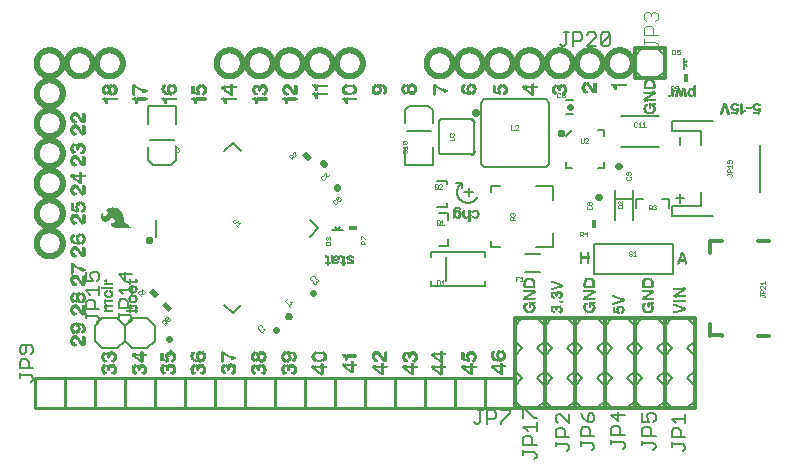
<source format=gbr>
G04 EAGLE Gerber RS-274X export*
G75*
%MOMM*%
%FSLAX34Y34*%
%LPD*%
%INSilkscreen Top*%
%IPPOS*%
%AMOC8*
5,1,8,0,0,1.08239X$1,22.5*%
G01*
%ADD10C,0.304800*%
%ADD11C,0.254000*%
%ADD12C,0.508000*%
%ADD13R,0.019369X0.058119*%
%ADD14R,0.019375X0.174356*%
%ADD15R,0.019369X0.232475*%
%ADD16R,0.019369X0.290594*%
%ADD17R,0.019375X0.348713*%
%ADD18R,0.019369X0.387456*%
%ADD19R,0.019369X0.445575*%
%ADD20R,0.019375X0.503694*%
%ADD21R,0.019369X0.561813*%
%ADD22R,0.019375X0.581188*%
%ADD23R,0.019369X0.581188*%
%ADD24R,0.019375X0.561813*%
%ADD25R,0.019369X0.542438*%
%ADD26R,0.019369X0.464944*%
%ADD27R,0.019369X0.406831*%
%ADD28R,0.019375X0.290594*%
%ADD29R,0.019369X0.348713*%
%ADD30R,0.019369X0.484319*%
%ADD31R,0.019375X0.523069*%
%ADD32R,0.019369X0.600556*%
%ADD33R,0.019375X0.600556*%
%ADD34R,0.019369X0.619931*%
%ADD35R,0.019375X0.619931*%
%ADD36R,0.019369X0.464950*%
%ADD37R,0.019375X0.135606*%
%ADD38R,0.019369X0.251844*%
%ADD39R,0.019369X0.019369*%
%ADD40R,0.019375X0.406825*%
%ADD41R,0.019375X0.116238*%
%ADD42R,0.019369X0.135606*%
%ADD43R,0.019369X0.154981*%
%ADD44R,0.019369X0.523062*%
%ADD45R,0.019375X0.542438*%
%ADD46R,0.019375X0.154981*%
%ADD47R,0.019375X0.232475*%
%ADD48R,0.019375X0.213100*%
%ADD49R,0.019369X0.193725*%
%ADD50R,0.019369X0.213100*%
%ADD51R,0.019369X0.174356*%
%ADD52R,0.019369X0.116238*%
%ADD53R,0.019375X0.135612*%
%ADD54R,0.019369X0.135612*%
%ADD55R,0.019375X0.309963*%
%ADD56R,0.019369X0.503694*%
%ADD57R,0.019375X0.484319*%
%ADD58R,0.019375X0.406831*%
%ADD59R,0.019375X0.077488*%
%ADD60R,0.019369X0.813663*%
%ADD61R,0.019375X0.910525*%
%ADD62R,0.019369X0.949269*%
%ADD63R,0.019375X0.949269*%
%ADD64R,0.019369X0.929894*%
%ADD65R,0.019369X0.871781*%
%ADD66R,0.019369X0.174350*%
%ADD67R,0.019375X0.174350*%
%ADD68R,0.019375X0.251844*%
%ADD69R,0.019369X0.406825*%
%ADD70R,0.019375X0.445575*%
%ADD71R,0.019369X0.077488*%
%ADD72R,0.019375X0.096863*%
%ADD73R,0.019369X0.697425*%
%ADD74R,0.019369X0.716794*%
%ADD75R,0.019375X0.716794*%
%ADD76R,0.019369X0.678050*%
%ADD77R,0.019375X0.058119*%
%ADD78R,0.019375X0.329338*%
%ADD79R,0.019369X0.426200*%
%ADD80R,0.019369X0.523069*%
%ADD81R,0.019375X0.464950*%
%ADD82R,0.019369X0.309963*%
%ADD83R,0.019369X0.271219*%
%ADD84R,0.019375X0.426200*%
%ADD85R,0.019369X0.484325*%
%ADD86R,0.077488X0.019369*%
%ADD87R,0.154981X0.019369*%
%ADD88R,0.174356X0.019375*%
%ADD89R,0.193725X0.019369*%
%ADD90R,0.213100X0.019369*%
%ADD91R,0.213100X0.019375*%
%ADD92R,0.232475X0.019375*%
%ADD93R,0.774913X0.019369*%
%ADD94R,0.755538X0.019369*%
%ADD95R,0.736169X0.019375*%
%ADD96R,0.716794X0.019369*%
%ADD97R,0.697425X0.019375*%
%ADD98R,0.019375X0.368081*%
%ADD99R,0.678050X0.019369*%
%ADD100R,0.232475X0.019369*%
%ADD101R,0.193725X0.019375*%
%ADD102R,0.193731X0.019375*%
%ADD103R,0.019369X0.639300*%
%ADD104R,0.019375X0.658675*%
%ADD105R,0.019375X0.193725*%
%ADD106R,0.193731X0.019369*%
%ADD107R,0.368081X0.019375*%
%ADD108R,0.368081X0.019369*%
%ADD109R,0.329338X0.019375*%
%ADD110R,0.329338X0.019369*%
%ADD111R,0.019369X0.968644*%
%ADD112R,0.309963X0.019369*%
%ADD113R,0.290594X0.019375*%
%ADD114R,0.019375X0.968644*%
%ADD115R,0.290594X0.019369*%
%ADD116R,0.251844X0.019369*%
%ADD117R,0.251844X0.019375*%
%ADD118R,0.135606X0.019369*%
%ADD119R,0.019369X0.871775*%
%ADD120R,0.019369X0.309969*%
%ADD121R,0.019369X0.329338*%
%ADD122R,0.019369X0.368081*%
%ADD123R,0.019369X0.368088*%
%ADD124R,0.019375X0.193731*%
%ADD125R,0.019375X0.368088*%
%ADD126R,0.019369X0.193731*%
%ADD127R,0.019369X0.077494*%
%ADD128R,0.019369X0.096863*%
%ADD129R,0.019375X0.639300*%
%ADD130R,0.019369X0.794288*%
%ADD131R,0.019369X0.697419*%
%ADD132R,0.019375X0.813656*%
%ADD133R,0.019369X0.736169*%
%ADD134R,0.019375X0.271219*%
%ADD135R,0.019375X0.290587*%
%ADD136R,0.019369X0.426206*%
%ADD137R,0.019375X0.387456*%
%ADD138R,0.019369X0.290587*%
%ADD139R,0.019375X0.309969*%
%ADD140R,0.019375X0.755538*%
%ADD141R,0.019375X0.678050*%
%ADD142R,0.019375X0.697419*%
%ADD143R,0.019369X0.658675*%
%ADD144R,0.019375X0.523062*%
%ADD145R,0.019369X0.581181*%
%ADD146R,0.019375X0.581181*%
%ADD147R,0.019375X0.348706*%
%ADD148R,0.019369X0.251850*%
%ADD149R,0.019375X0.251850*%
%ADD150R,0.019369X0.232469*%
%ADD151R,0.019369X0.891150*%
%ADD152R,0.019375X0.891150*%
%ADD153R,0.019369X0.910525*%
%ADD154R,0.019369X0.929900*%
%ADD155R,0.019375X0.929900*%
%ADD156R,0.019369X0.852406*%
%ADD157R,0.019375X0.794288*%
%ADD158R,0.019369X0.774913*%
%ADD159R,0.019369X0.639306*%
%ADD160R,0.058119X0.019369*%
%ADD161R,0.135606X0.019375*%
%ADD162R,0.154981X0.019375*%
%ADD163R,0.174356X0.019369*%
%ADD164R,0.019375X0.736169*%
%ADD165R,0.019375X0.426206*%
%ADD166R,0.813663X0.019375*%
%ADD167R,0.813663X0.019369*%
%ADD168R,0.019369X0.755544*%
%ADD169R,0.019375X0.639306*%
%ADD170R,0.019369X0.348706*%
%ADD171R,0.058119X0.019375*%
%ADD172R,0.077488X0.019375*%
%ADD173R,0.019369X0.833031*%
%ADD174R,0.019375X0.755544*%
%ADD175R,0.019369X0.038744*%
%ADD176R,0.019375X0.077494*%
%ADD177R,0.019369X1.007388*%
%ADD178R,0.019375X1.007388*%
%ADD179R,0.019369X0.988019*%
%ADD180R,0.019375X0.929894*%
%ADD181R,0.019369X0.813656*%
%ADD182R,0.019375X0.833031*%
%ADD183R,0.019375X0.232469*%
%ADD184R,0.019369X0.755538*%
%ADD185R,0.019369X0.988013*%
%ADD186R,0.019375X0.988013*%
%ADD187R,0.019375X0.852406*%
%ADD188R,0.019375X0.774913*%
%ADD189R,0.019369X0.116231*%
%ADD190R,0.019375X0.697425*%
%ADD191R,0.019369X0.019375*%
%ADD192R,0.019375X0.988019*%
%ADD193R,0.019375X0.116231*%
%ADD194R,0.019375X0.019369*%
%ADD195R,0.019375X0.464944*%
%ADD196R,0.019375X0.871775*%
%ADD197R,0.019375X0.871781*%
%ADD198R,0.019375X0.813663*%
%ADD199R,0.019375X0.484325*%
%ADD200R,0.019375X0.019375*%
%ADD201R,0.019375X1.046131*%
%ADD202R,0.019369X1.026763*%
%ADD203C,0.203200*%
%ADD204C,0.177800*%
%ADD205C,0.406400*%
%ADD206C,0.025400*%
%ADD207C,0.558800*%
%ADD208C,0.127000*%
%ADD209R,0.457200X0.762000*%
%ADD210R,0.762000X0.457200*%
%ADD211C,0.152400*%
%ADD212C,0.015238*%
%ADD213C,0.101600*%

G36*
X145001Y153019D02*
X145001Y153019D01*
X145014Y153017D01*
X145016Y153030D01*
X145037Y153047D01*
X145021Y153068D01*
X145025Y153095D01*
X144525Y153595D01*
X144516Y153596D01*
X144515Y153602D01*
X144021Y153899D01*
X143525Y154395D01*
X143521Y154395D01*
X143522Y154398D01*
X142923Y154897D01*
X141725Y156095D01*
X141722Y156095D01*
X141722Y156097D01*
X140323Y157296D01*
X139329Y158291D01*
X138737Y159277D01*
X138639Y159864D01*
X138639Y161760D01*
X138636Y161765D01*
X138639Y161768D01*
X138439Y162968D01*
X138436Y162971D01*
X138438Y162973D01*
X138138Y164073D01*
X138134Y164076D01*
X138136Y164078D01*
X137736Y165078D01*
X137731Y165081D01*
X137732Y165085D01*
X137132Y166085D01*
X137126Y166088D01*
X137127Y166092D01*
X136427Y166892D01*
X136425Y166893D01*
X136425Y166895D01*
X135625Y167695D01*
X135620Y167695D01*
X135620Y167699D01*
X134720Y168399D01*
X134715Y168399D01*
X134714Y168403D01*
X132914Y169403D01*
X132905Y169402D01*
X132903Y169408D01*
X131003Y169908D01*
X130996Y169905D01*
X130993Y169909D01*
X129293Y170009D01*
X129286Y170004D01*
X129281Y170008D01*
X127681Y169708D01*
X127678Y169705D01*
X127674Y169707D01*
X126174Y169207D01*
X126169Y169199D01*
X126164Y169202D01*
X125064Y168502D01*
X125062Y168496D01*
X125057Y168497D01*
X124157Y167697D01*
X124155Y167687D01*
X124148Y167686D01*
X123648Y166886D01*
X123649Y166878D01*
X123643Y166873D01*
X123650Y166863D01*
X123654Y166827D01*
X123676Y166829D01*
X123690Y166811D01*
X124582Y166811D01*
X124871Y166714D01*
X125061Y166619D01*
X125347Y166333D01*
X125441Y166052D01*
X125441Y165766D01*
X125244Y164977D01*
X125047Y164585D01*
X124850Y164289D01*
X124553Y163892D01*
X123959Y163298D01*
X123370Y162906D01*
X122984Y162809D01*
X122398Y162809D01*
X122109Y162906D01*
X121915Y163003D01*
X121624Y163196D01*
X121332Y163586D01*
X121137Y163976D01*
X121038Y164470D01*
X121037Y164471D01*
X121038Y164472D01*
X120939Y164866D01*
X120939Y165448D01*
X121034Y165638D01*
X121032Y165650D01*
X121037Y165655D01*
X121036Y165657D01*
X121039Y165660D01*
X121039Y165760D01*
X121031Y165771D01*
X121033Y165784D01*
X121020Y165786D01*
X121003Y165807D01*
X120982Y165791D01*
X120955Y165795D01*
X120855Y165695D01*
X120854Y165690D01*
X120851Y165690D01*
X120551Y165290D01*
X120551Y165283D01*
X120546Y165282D01*
X119846Y163882D01*
X119848Y163873D01*
X119842Y163871D01*
X119642Y162971D01*
X119645Y162963D01*
X119641Y162960D01*
X119641Y161960D01*
X119645Y161955D01*
X119642Y161951D01*
X119842Y160851D01*
X119850Y160843D01*
X119847Y160836D01*
X120447Y159736D01*
X120452Y159734D01*
X120451Y159730D01*
X121151Y158830D01*
X121163Y158827D01*
X121164Y158818D01*
X121964Y158318D01*
X121973Y158319D01*
X121974Y158313D01*
X122874Y158013D01*
X122885Y158017D01*
X122890Y158011D01*
X123690Y158011D01*
X123696Y158016D01*
X123701Y158012D01*
X124601Y158212D01*
X124607Y158220D01*
X124614Y158217D01*
X125514Y158717D01*
X125517Y158724D01*
X125522Y158723D01*
X126322Y159423D01*
X126323Y159423D01*
X127223Y160223D01*
X127223Y160225D01*
X127225Y160225D01*
X127917Y160918D01*
X128699Y161211D01*
X129382Y161211D01*
X129966Y161016D01*
X130453Y160626D01*
X130844Y160040D01*
X131041Y159254D01*
X131041Y158465D01*
X130943Y157974D01*
X130748Y157488D01*
X130159Y156898D01*
X129868Y156705D01*
X129582Y156609D01*
X129198Y156609D01*
X128917Y156703D01*
X128333Y157287D01*
X128237Y157576D01*
X128232Y157579D01*
X128234Y157582D01*
X128034Y157982D01*
X128024Y157987D01*
X128025Y157995D01*
X127925Y158095D01*
X127923Y158095D01*
X127923Y158096D01*
X127919Y158096D01*
X127866Y158103D01*
X127863Y158085D01*
X127846Y158082D01*
X127646Y157682D01*
X127649Y157666D01*
X127641Y157660D01*
X127641Y156460D01*
X127644Y156455D01*
X127641Y156452D01*
X127741Y155852D01*
X127742Y155851D01*
X127742Y155850D01*
X127842Y155350D01*
X127847Y155346D01*
X127844Y155342D01*
X128044Y154842D01*
X128052Y154837D01*
X128051Y154830D01*
X128351Y154430D01*
X128352Y154430D01*
X128352Y154429D01*
X128752Y153929D01*
X128764Y153926D01*
X128765Y153918D01*
X129765Y153318D01*
X129774Y153319D01*
X129776Y153313D01*
X130476Y153113D01*
X130482Y153115D01*
X130484Y153111D01*
X131284Y153011D01*
X131288Y153013D01*
X131290Y153011D01*
X144990Y153011D01*
X145001Y153019D01*
G37*
D10*
X571500Y76200D02*
X596900Y76200D01*
X622300Y76200D01*
X622300Y0D01*
X596900Y0D01*
X571500Y0D01*
X495300Y0D02*
X469900Y0D01*
X495300Y0D02*
X520700Y0D01*
X546100Y0D01*
X546100Y76200D02*
X520700Y76200D01*
X495300Y76200D01*
X469900Y76200D01*
X469900Y0D01*
X546100Y0D02*
X546100Y76200D01*
X571500Y76200D01*
X571500Y0D02*
X546100Y0D01*
X571500Y0D02*
X571500Y76200D01*
X596900Y76200D02*
X596900Y0D01*
X596900Y304800D02*
X571500Y304800D01*
X596900Y304800D02*
X597129Y279883D01*
X571729Y279883D01*
X571500Y304800D01*
D11*
X63500Y25400D02*
X63500Y0D01*
X88900Y0D01*
X88900Y25400D02*
X63500Y25400D01*
X88900Y25400D02*
X88900Y0D01*
X114300Y0D01*
X114300Y25400D02*
X88900Y25400D01*
X114300Y25400D02*
X114300Y0D01*
X139700Y0D01*
X139700Y25400D02*
X114300Y25400D01*
X139700Y25400D02*
X139700Y0D01*
X165100Y0D01*
X165100Y25400D02*
X139700Y25400D01*
X165100Y25400D02*
X165100Y0D01*
X190500Y0D01*
X190500Y25400D02*
X165100Y25400D01*
X190500Y25400D02*
X190500Y0D01*
X215900Y0D01*
X215900Y25400D02*
X190500Y25400D01*
X215900Y25400D02*
X215900Y0D01*
X241300Y0D01*
X241300Y25400D02*
X215900Y25400D01*
X241300Y25400D02*
X241300Y0D01*
X266700Y0D01*
X266700Y25400D02*
X241300Y25400D01*
X266700Y25400D02*
X266700Y0D01*
X292100Y0D01*
X292100Y25400D02*
X266700Y25400D01*
X292100Y25400D02*
X292100Y0D01*
X317500Y0D01*
X317500Y25400D02*
X292100Y25400D01*
X317500Y25400D02*
X317500Y0D01*
X342900Y0D01*
X342900Y25400D02*
X317500Y25400D01*
X342900Y25400D02*
X342900Y0D01*
X368300Y0D01*
X368300Y25400D01*
X342900Y25400D01*
X368300Y0D02*
X393700Y0D01*
X393700Y25400D02*
X368300Y25400D01*
X393700Y25400D02*
X393700Y0D01*
X419100Y0D01*
X419100Y25400D02*
X393700Y25400D01*
X419100Y25400D02*
X419100Y0D01*
X444500Y0D01*
X444500Y25400D02*
X419100Y25400D01*
X444500Y25400D02*
X444500Y0D01*
X469900Y0D01*
X469900Y25400D01*
X444500Y25400D01*
D12*
X496961Y292100D02*
X496964Y292371D01*
X496974Y292642D01*
X496991Y292912D01*
X497014Y293182D01*
X497044Y293451D01*
X497080Y293720D01*
X497124Y293987D01*
X497173Y294254D01*
X497229Y294519D01*
X497292Y294782D01*
X497361Y295044D01*
X497436Y295304D01*
X497518Y295563D01*
X497606Y295819D01*
X497701Y296073D01*
X497801Y296324D01*
X497908Y296573D01*
X498021Y296820D01*
X498140Y297063D01*
X498264Y297304D01*
X498395Y297541D01*
X498532Y297775D01*
X498674Y298006D01*
X498821Y298233D01*
X498975Y298456D01*
X499133Y298676D01*
X499297Y298892D01*
X499467Y299103D01*
X499641Y299310D01*
X499821Y299513D01*
X500005Y299712D01*
X500194Y299906D01*
X500388Y300095D01*
X500587Y300279D01*
X500790Y300459D01*
X500997Y300633D01*
X501208Y300803D01*
X501424Y300967D01*
X501644Y301125D01*
X501867Y301279D01*
X502094Y301426D01*
X502325Y301568D01*
X502559Y301705D01*
X502796Y301836D01*
X503037Y301960D01*
X503280Y302079D01*
X503527Y302192D01*
X503776Y302299D01*
X504027Y302399D01*
X504281Y302494D01*
X504537Y302582D01*
X504796Y302664D01*
X505056Y302739D01*
X505318Y302808D01*
X505581Y302871D01*
X505846Y302927D01*
X506113Y302976D01*
X506380Y303020D01*
X506649Y303056D01*
X506918Y303086D01*
X507188Y303109D01*
X507458Y303126D01*
X507729Y303136D01*
X508000Y303139D01*
X508271Y303136D01*
X508542Y303126D01*
X508812Y303109D01*
X509082Y303086D01*
X509351Y303056D01*
X509620Y303020D01*
X509887Y302976D01*
X510154Y302927D01*
X510419Y302871D01*
X510682Y302808D01*
X510944Y302739D01*
X511204Y302664D01*
X511463Y302582D01*
X511719Y302494D01*
X511973Y302399D01*
X512224Y302299D01*
X512473Y302192D01*
X512720Y302079D01*
X512963Y301960D01*
X513204Y301836D01*
X513441Y301705D01*
X513675Y301568D01*
X513906Y301426D01*
X514133Y301279D01*
X514356Y301125D01*
X514576Y300967D01*
X514792Y300803D01*
X515003Y300633D01*
X515210Y300459D01*
X515413Y300279D01*
X515612Y300095D01*
X515806Y299906D01*
X515995Y299712D01*
X516179Y299513D01*
X516359Y299310D01*
X516533Y299103D01*
X516703Y298892D01*
X516867Y298676D01*
X517025Y298456D01*
X517179Y298233D01*
X517326Y298006D01*
X517468Y297775D01*
X517605Y297541D01*
X517736Y297304D01*
X517860Y297063D01*
X517979Y296820D01*
X518092Y296573D01*
X518199Y296324D01*
X518299Y296073D01*
X518394Y295819D01*
X518482Y295563D01*
X518564Y295304D01*
X518639Y295044D01*
X518708Y294782D01*
X518771Y294519D01*
X518827Y294254D01*
X518876Y293987D01*
X518920Y293720D01*
X518956Y293451D01*
X518986Y293182D01*
X519009Y292912D01*
X519026Y292642D01*
X519036Y292371D01*
X519039Y292100D01*
X519036Y291829D01*
X519026Y291558D01*
X519009Y291288D01*
X518986Y291018D01*
X518956Y290749D01*
X518920Y290480D01*
X518876Y290213D01*
X518827Y289946D01*
X518771Y289681D01*
X518708Y289418D01*
X518639Y289156D01*
X518564Y288896D01*
X518482Y288637D01*
X518394Y288381D01*
X518299Y288127D01*
X518199Y287876D01*
X518092Y287627D01*
X517979Y287380D01*
X517860Y287137D01*
X517736Y286896D01*
X517605Y286659D01*
X517468Y286425D01*
X517326Y286194D01*
X517179Y285967D01*
X517025Y285744D01*
X516867Y285524D01*
X516703Y285308D01*
X516533Y285097D01*
X516359Y284890D01*
X516179Y284687D01*
X515995Y284488D01*
X515806Y284294D01*
X515612Y284105D01*
X515413Y283921D01*
X515210Y283741D01*
X515003Y283567D01*
X514792Y283397D01*
X514576Y283233D01*
X514356Y283075D01*
X514133Y282921D01*
X513906Y282774D01*
X513675Y282632D01*
X513441Y282495D01*
X513204Y282364D01*
X512963Y282240D01*
X512720Y282121D01*
X512473Y282008D01*
X512224Y281901D01*
X511973Y281801D01*
X511719Y281706D01*
X511463Y281618D01*
X511204Y281536D01*
X510944Y281461D01*
X510682Y281392D01*
X510419Y281329D01*
X510154Y281273D01*
X509887Y281224D01*
X509620Y281180D01*
X509351Y281144D01*
X509082Y281114D01*
X508812Y281091D01*
X508542Y281074D01*
X508271Y281064D01*
X508000Y281061D01*
X507729Y281064D01*
X507458Y281074D01*
X507188Y281091D01*
X506918Y281114D01*
X506649Y281144D01*
X506380Y281180D01*
X506113Y281224D01*
X505846Y281273D01*
X505581Y281329D01*
X505318Y281392D01*
X505056Y281461D01*
X504796Y281536D01*
X504537Y281618D01*
X504281Y281706D01*
X504027Y281801D01*
X503776Y281901D01*
X503527Y282008D01*
X503280Y282121D01*
X503037Y282240D01*
X502796Y282364D01*
X502559Y282495D01*
X502325Y282632D01*
X502094Y282774D01*
X501867Y282921D01*
X501644Y283075D01*
X501424Y283233D01*
X501208Y283397D01*
X500997Y283567D01*
X500790Y283741D01*
X500587Y283921D01*
X500388Y284105D01*
X500194Y284294D01*
X500005Y284488D01*
X499821Y284687D01*
X499641Y284890D01*
X499467Y285097D01*
X499297Y285308D01*
X499133Y285524D01*
X498975Y285744D01*
X498821Y285967D01*
X498674Y286194D01*
X498532Y286425D01*
X498395Y286659D01*
X498264Y286896D01*
X498140Y287137D01*
X498021Y287380D01*
X497908Y287627D01*
X497801Y287876D01*
X497701Y288127D01*
X497606Y288381D01*
X497518Y288637D01*
X497436Y288896D01*
X497361Y289156D01*
X497292Y289418D01*
X497229Y289681D01*
X497173Y289946D01*
X497124Y290213D01*
X497080Y290480D01*
X497044Y290749D01*
X497014Y291018D01*
X496991Y291288D01*
X496974Y291558D01*
X496964Y291829D01*
X496961Y292100D01*
X90561Y292100D02*
X90564Y292371D01*
X90574Y292642D01*
X90591Y292912D01*
X90614Y293182D01*
X90644Y293451D01*
X90680Y293720D01*
X90724Y293987D01*
X90773Y294254D01*
X90829Y294519D01*
X90892Y294782D01*
X90961Y295044D01*
X91036Y295304D01*
X91118Y295563D01*
X91206Y295819D01*
X91301Y296073D01*
X91401Y296324D01*
X91508Y296573D01*
X91621Y296820D01*
X91740Y297063D01*
X91864Y297304D01*
X91995Y297541D01*
X92132Y297775D01*
X92274Y298006D01*
X92421Y298233D01*
X92575Y298456D01*
X92733Y298676D01*
X92897Y298892D01*
X93067Y299103D01*
X93241Y299310D01*
X93421Y299513D01*
X93605Y299712D01*
X93794Y299906D01*
X93988Y300095D01*
X94187Y300279D01*
X94390Y300459D01*
X94597Y300633D01*
X94808Y300803D01*
X95024Y300967D01*
X95244Y301125D01*
X95467Y301279D01*
X95694Y301426D01*
X95925Y301568D01*
X96159Y301705D01*
X96396Y301836D01*
X96637Y301960D01*
X96880Y302079D01*
X97127Y302192D01*
X97376Y302299D01*
X97627Y302399D01*
X97881Y302494D01*
X98137Y302582D01*
X98396Y302664D01*
X98656Y302739D01*
X98918Y302808D01*
X99181Y302871D01*
X99446Y302927D01*
X99713Y302976D01*
X99980Y303020D01*
X100249Y303056D01*
X100518Y303086D01*
X100788Y303109D01*
X101058Y303126D01*
X101329Y303136D01*
X101600Y303139D01*
X101871Y303136D01*
X102142Y303126D01*
X102412Y303109D01*
X102682Y303086D01*
X102951Y303056D01*
X103220Y303020D01*
X103487Y302976D01*
X103754Y302927D01*
X104019Y302871D01*
X104282Y302808D01*
X104544Y302739D01*
X104804Y302664D01*
X105063Y302582D01*
X105319Y302494D01*
X105573Y302399D01*
X105824Y302299D01*
X106073Y302192D01*
X106320Y302079D01*
X106563Y301960D01*
X106804Y301836D01*
X107041Y301705D01*
X107275Y301568D01*
X107506Y301426D01*
X107733Y301279D01*
X107956Y301125D01*
X108176Y300967D01*
X108392Y300803D01*
X108603Y300633D01*
X108810Y300459D01*
X109013Y300279D01*
X109212Y300095D01*
X109406Y299906D01*
X109595Y299712D01*
X109779Y299513D01*
X109959Y299310D01*
X110133Y299103D01*
X110303Y298892D01*
X110467Y298676D01*
X110625Y298456D01*
X110779Y298233D01*
X110926Y298006D01*
X111068Y297775D01*
X111205Y297541D01*
X111336Y297304D01*
X111460Y297063D01*
X111579Y296820D01*
X111692Y296573D01*
X111799Y296324D01*
X111899Y296073D01*
X111994Y295819D01*
X112082Y295563D01*
X112164Y295304D01*
X112239Y295044D01*
X112308Y294782D01*
X112371Y294519D01*
X112427Y294254D01*
X112476Y293987D01*
X112520Y293720D01*
X112556Y293451D01*
X112586Y293182D01*
X112609Y292912D01*
X112626Y292642D01*
X112636Y292371D01*
X112639Y292100D01*
X112636Y291829D01*
X112626Y291558D01*
X112609Y291288D01*
X112586Y291018D01*
X112556Y290749D01*
X112520Y290480D01*
X112476Y290213D01*
X112427Y289946D01*
X112371Y289681D01*
X112308Y289418D01*
X112239Y289156D01*
X112164Y288896D01*
X112082Y288637D01*
X111994Y288381D01*
X111899Y288127D01*
X111799Y287876D01*
X111692Y287627D01*
X111579Y287380D01*
X111460Y287137D01*
X111336Y286896D01*
X111205Y286659D01*
X111068Y286425D01*
X110926Y286194D01*
X110779Y285967D01*
X110625Y285744D01*
X110467Y285524D01*
X110303Y285308D01*
X110133Y285097D01*
X109959Y284890D01*
X109779Y284687D01*
X109595Y284488D01*
X109406Y284294D01*
X109212Y284105D01*
X109013Y283921D01*
X108810Y283741D01*
X108603Y283567D01*
X108392Y283397D01*
X108176Y283233D01*
X107956Y283075D01*
X107733Y282921D01*
X107506Y282774D01*
X107275Y282632D01*
X107041Y282495D01*
X106804Y282364D01*
X106563Y282240D01*
X106320Y282121D01*
X106073Y282008D01*
X105824Y281901D01*
X105573Y281801D01*
X105319Y281706D01*
X105063Y281618D01*
X104804Y281536D01*
X104544Y281461D01*
X104282Y281392D01*
X104019Y281329D01*
X103754Y281273D01*
X103487Y281224D01*
X103220Y281180D01*
X102951Y281144D01*
X102682Y281114D01*
X102412Y281091D01*
X102142Y281074D01*
X101871Y281064D01*
X101600Y281061D01*
X101329Y281064D01*
X101058Y281074D01*
X100788Y281091D01*
X100518Y281114D01*
X100249Y281144D01*
X99980Y281180D01*
X99713Y281224D01*
X99446Y281273D01*
X99181Y281329D01*
X98918Y281392D01*
X98656Y281461D01*
X98396Y281536D01*
X98137Y281618D01*
X97881Y281706D01*
X97627Y281801D01*
X97376Y281901D01*
X97127Y282008D01*
X96880Y282121D01*
X96637Y282240D01*
X96396Y282364D01*
X96159Y282495D01*
X95925Y282632D01*
X95694Y282774D01*
X95467Y282921D01*
X95244Y283075D01*
X95024Y283233D01*
X94808Y283397D01*
X94597Y283567D01*
X94390Y283741D01*
X94187Y283921D01*
X93988Y284105D01*
X93794Y284294D01*
X93605Y284488D01*
X93421Y284687D01*
X93241Y284890D01*
X93067Y285097D01*
X92897Y285308D01*
X92733Y285524D01*
X92575Y285744D01*
X92421Y285967D01*
X92274Y286194D01*
X92132Y286425D01*
X91995Y286659D01*
X91864Y286896D01*
X91740Y287137D01*
X91621Y287380D01*
X91508Y287627D01*
X91401Y287876D01*
X91301Y288127D01*
X91206Y288381D01*
X91118Y288637D01*
X91036Y288896D01*
X90961Y289156D01*
X90892Y289418D01*
X90829Y289681D01*
X90773Y289946D01*
X90724Y290213D01*
X90680Y290480D01*
X90644Y290749D01*
X90614Y291018D01*
X90591Y291288D01*
X90574Y291558D01*
X90564Y291829D01*
X90561Y292100D01*
X65161Y292100D02*
X65164Y292371D01*
X65174Y292642D01*
X65191Y292912D01*
X65214Y293182D01*
X65244Y293451D01*
X65280Y293720D01*
X65324Y293987D01*
X65373Y294254D01*
X65429Y294519D01*
X65492Y294782D01*
X65561Y295044D01*
X65636Y295304D01*
X65718Y295563D01*
X65806Y295819D01*
X65901Y296073D01*
X66001Y296324D01*
X66108Y296573D01*
X66221Y296820D01*
X66340Y297063D01*
X66464Y297304D01*
X66595Y297541D01*
X66732Y297775D01*
X66874Y298006D01*
X67021Y298233D01*
X67175Y298456D01*
X67333Y298676D01*
X67497Y298892D01*
X67667Y299103D01*
X67841Y299310D01*
X68021Y299513D01*
X68205Y299712D01*
X68394Y299906D01*
X68588Y300095D01*
X68787Y300279D01*
X68990Y300459D01*
X69197Y300633D01*
X69408Y300803D01*
X69624Y300967D01*
X69844Y301125D01*
X70067Y301279D01*
X70294Y301426D01*
X70525Y301568D01*
X70759Y301705D01*
X70996Y301836D01*
X71237Y301960D01*
X71480Y302079D01*
X71727Y302192D01*
X71976Y302299D01*
X72227Y302399D01*
X72481Y302494D01*
X72737Y302582D01*
X72996Y302664D01*
X73256Y302739D01*
X73518Y302808D01*
X73781Y302871D01*
X74046Y302927D01*
X74313Y302976D01*
X74580Y303020D01*
X74849Y303056D01*
X75118Y303086D01*
X75388Y303109D01*
X75658Y303126D01*
X75929Y303136D01*
X76200Y303139D01*
X76471Y303136D01*
X76742Y303126D01*
X77012Y303109D01*
X77282Y303086D01*
X77551Y303056D01*
X77820Y303020D01*
X78087Y302976D01*
X78354Y302927D01*
X78619Y302871D01*
X78882Y302808D01*
X79144Y302739D01*
X79404Y302664D01*
X79663Y302582D01*
X79919Y302494D01*
X80173Y302399D01*
X80424Y302299D01*
X80673Y302192D01*
X80920Y302079D01*
X81163Y301960D01*
X81404Y301836D01*
X81641Y301705D01*
X81875Y301568D01*
X82106Y301426D01*
X82333Y301279D01*
X82556Y301125D01*
X82776Y300967D01*
X82992Y300803D01*
X83203Y300633D01*
X83410Y300459D01*
X83613Y300279D01*
X83812Y300095D01*
X84006Y299906D01*
X84195Y299712D01*
X84379Y299513D01*
X84559Y299310D01*
X84733Y299103D01*
X84903Y298892D01*
X85067Y298676D01*
X85225Y298456D01*
X85379Y298233D01*
X85526Y298006D01*
X85668Y297775D01*
X85805Y297541D01*
X85936Y297304D01*
X86060Y297063D01*
X86179Y296820D01*
X86292Y296573D01*
X86399Y296324D01*
X86499Y296073D01*
X86594Y295819D01*
X86682Y295563D01*
X86764Y295304D01*
X86839Y295044D01*
X86908Y294782D01*
X86971Y294519D01*
X87027Y294254D01*
X87076Y293987D01*
X87120Y293720D01*
X87156Y293451D01*
X87186Y293182D01*
X87209Y292912D01*
X87226Y292642D01*
X87236Y292371D01*
X87239Y292100D01*
X87236Y291829D01*
X87226Y291558D01*
X87209Y291288D01*
X87186Y291018D01*
X87156Y290749D01*
X87120Y290480D01*
X87076Y290213D01*
X87027Y289946D01*
X86971Y289681D01*
X86908Y289418D01*
X86839Y289156D01*
X86764Y288896D01*
X86682Y288637D01*
X86594Y288381D01*
X86499Y288127D01*
X86399Y287876D01*
X86292Y287627D01*
X86179Y287380D01*
X86060Y287137D01*
X85936Y286896D01*
X85805Y286659D01*
X85668Y286425D01*
X85526Y286194D01*
X85379Y285967D01*
X85225Y285744D01*
X85067Y285524D01*
X84903Y285308D01*
X84733Y285097D01*
X84559Y284890D01*
X84379Y284687D01*
X84195Y284488D01*
X84006Y284294D01*
X83812Y284105D01*
X83613Y283921D01*
X83410Y283741D01*
X83203Y283567D01*
X82992Y283397D01*
X82776Y283233D01*
X82556Y283075D01*
X82333Y282921D01*
X82106Y282774D01*
X81875Y282632D01*
X81641Y282495D01*
X81404Y282364D01*
X81163Y282240D01*
X80920Y282121D01*
X80673Y282008D01*
X80424Y281901D01*
X80173Y281801D01*
X79919Y281706D01*
X79663Y281618D01*
X79404Y281536D01*
X79144Y281461D01*
X78882Y281392D01*
X78619Y281329D01*
X78354Y281273D01*
X78087Y281224D01*
X77820Y281180D01*
X77551Y281144D01*
X77282Y281114D01*
X77012Y281091D01*
X76742Y281074D01*
X76471Y281064D01*
X76200Y281061D01*
X75929Y281064D01*
X75658Y281074D01*
X75388Y281091D01*
X75118Y281114D01*
X74849Y281144D01*
X74580Y281180D01*
X74313Y281224D01*
X74046Y281273D01*
X73781Y281329D01*
X73518Y281392D01*
X73256Y281461D01*
X72996Y281536D01*
X72737Y281618D01*
X72481Y281706D01*
X72227Y281801D01*
X71976Y281901D01*
X71727Y282008D01*
X71480Y282121D01*
X71237Y282240D01*
X70996Y282364D01*
X70759Y282495D01*
X70525Y282632D01*
X70294Y282774D01*
X70067Y282921D01*
X69844Y283075D01*
X69624Y283233D01*
X69408Y283397D01*
X69197Y283567D01*
X68990Y283741D01*
X68787Y283921D01*
X68588Y284105D01*
X68394Y284294D01*
X68205Y284488D01*
X68021Y284687D01*
X67841Y284890D01*
X67667Y285097D01*
X67497Y285308D01*
X67333Y285524D01*
X67175Y285744D01*
X67021Y285967D01*
X66874Y286194D01*
X66732Y286425D01*
X66595Y286659D01*
X66464Y286896D01*
X66340Y287137D01*
X66221Y287380D01*
X66108Y287627D01*
X66001Y287876D01*
X65901Y288127D01*
X65806Y288381D01*
X65718Y288637D01*
X65636Y288896D01*
X65561Y289156D01*
X65492Y289418D01*
X65429Y289681D01*
X65373Y289946D01*
X65324Y290213D01*
X65280Y290480D01*
X65244Y290749D01*
X65214Y291018D01*
X65191Y291288D01*
X65174Y291558D01*
X65164Y291829D01*
X65161Y292100D01*
X65161Y266700D02*
X65164Y266971D01*
X65174Y267242D01*
X65191Y267512D01*
X65214Y267782D01*
X65244Y268051D01*
X65280Y268320D01*
X65324Y268587D01*
X65373Y268854D01*
X65429Y269119D01*
X65492Y269382D01*
X65561Y269644D01*
X65636Y269904D01*
X65718Y270163D01*
X65806Y270419D01*
X65901Y270673D01*
X66001Y270924D01*
X66108Y271173D01*
X66221Y271420D01*
X66340Y271663D01*
X66464Y271904D01*
X66595Y272141D01*
X66732Y272375D01*
X66874Y272606D01*
X67021Y272833D01*
X67175Y273056D01*
X67333Y273276D01*
X67497Y273492D01*
X67667Y273703D01*
X67841Y273910D01*
X68021Y274113D01*
X68205Y274312D01*
X68394Y274506D01*
X68588Y274695D01*
X68787Y274879D01*
X68990Y275059D01*
X69197Y275233D01*
X69408Y275403D01*
X69624Y275567D01*
X69844Y275725D01*
X70067Y275879D01*
X70294Y276026D01*
X70525Y276168D01*
X70759Y276305D01*
X70996Y276436D01*
X71237Y276560D01*
X71480Y276679D01*
X71727Y276792D01*
X71976Y276899D01*
X72227Y276999D01*
X72481Y277094D01*
X72737Y277182D01*
X72996Y277264D01*
X73256Y277339D01*
X73518Y277408D01*
X73781Y277471D01*
X74046Y277527D01*
X74313Y277576D01*
X74580Y277620D01*
X74849Y277656D01*
X75118Y277686D01*
X75388Y277709D01*
X75658Y277726D01*
X75929Y277736D01*
X76200Y277739D01*
X76471Y277736D01*
X76742Y277726D01*
X77012Y277709D01*
X77282Y277686D01*
X77551Y277656D01*
X77820Y277620D01*
X78087Y277576D01*
X78354Y277527D01*
X78619Y277471D01*
X78882Y277408D01*
X79144Y277339D01*
X79404Y277264D01*
X79663Y277182D01*
X79919Y277094D01*
X80173Y276999D01*
X80424Y276899D01*
X80673Y276792D01*
X80920Y276679D01*
X81163Y276560D01*
X81404Y276436D01*
X81641Y276305D01*
X81875Y276168D01*
X82106Y276026D01*
X82333Y275879D01*
X82556Y275725D01*
X82776Y275567D01*
X82992Y275403D01*
X83203Y275233D01*
X83410Y275059D01*
X83613Y274879D01*
X83812Y274695D01*
X84006Y274506D01*
X84195Y274312D01*
X84379Y274113D01*
X84559Y273910D01*
X84733Y273703D01*
X84903Y273492D01*
X85067Y273276D01*
X85225Y273056D01*
X85379Y272833D01*
X85526Y272606D01*
X85668Y272375D01*
X85805Y272141D01*
X85936Y271904D01*
X86060Y271663D01*
X86179Y271420D01*
X86292Y271173D01*
X86399Y270924D01*
X86499Y270673D01*
X86594Y270419D01*
X86682Y270163D01*
X86764Y269904D01*
X86839Y269644D01*
X86908Y269382D01*
X86971Y269119D01*
X87027Y268854D01*
X87076Y268587D01*
X87120Y268320D01*
X87156Y268051D01*
X87186Y267782D01*
X87209Y267512D01*
X87226Y267242D01*
X87236Y266971D01*
X87239Y266700D01*
X87236Y266429D01*
X87226Y266158D01*
X87209Y265888D01*
X87186Y265618D01*
X87156Y265349D01*
X87120Y265080D01*
X87076Y264813D01*
X87027Y264546D01*
X86971Y264281D01*
X86908Y264018D01*
X86839Y263756D01*
X86764Y263496D01*
X86682Y263237D01*
X86594Y262981D01*
X86499Y262727D01*
X86399Y262476D01*
X86292Y262227D01*
X86179Y261980D01*
X86060Y261737D01*
X85936Y261496D01*
X85805Y261259D01*
X85668Y261025D01*
X85526Y260794D01*
X85379Y260567D01*
X85225Y260344D01*
X85067Y260124D01*
X84903Y259908D01*
X84733Y259697D01*
X84559Y259490D01*
X84379Y259287D01*
X84195Y259088D01*
X84006Y258894D01*
X83812Y258705D01*
X83613Y258521D01*
X83410Y258341D01*
X83203Y258167D01*
X82992Y257997D01*
X82776Y257833D01*
X82556Y257675D01*
X82333Y257521D01*
X82106Y257374D01*
X81875Y257232D01*
X81641Y257095D01*
X81404Y256964D01*
X81163Y256840D01*
X80920Y256721D01*
X80673Y256608D01*
X80424Y256501D01*
X80173Y256401D01*
X79919Y256306D01*
X79663Y256218D01*
X79404Y256136D01*
X79144Y256061D01*
X78882Y255992D01*
X78619Y255929D01*
X78354Y255873D01*
X78087Y255824D01*
X77820Y255780D01*
X77551Y255744D01*
X77282Y255714D01*
X77012Y255691D01*
X76742Y255674D01*
X76471Y255664D01*
X76200Y255661D01*
X75929Y255664D01*
X75658Y255674D01*
X75388Y255691D01*
X75118Y255714D01*
X74849Y255744D01*
X74580Y255780D01*
X74313Y255824D01*
X74046Y255873D01*
X73781Y255929D01*
X73518Y255992D01*
X73256Y256061D01*
X72996Y256136D01*
X72737Y256218D01*
X72481Y256306D01*
X72227Y256401D01*
X71976Y256501D01*
X71727Y256608D01*
X71480Y256721D01*
X71237Y256840D01*
X70996Y256964D01*
X70759Y257095D01*
X70525Y257232D01*
X70294Y257374D01*
X70067Y257521D01*
X69844Y257675D01*
X69624Y257833D01*
X69408Y257997D01*
X69197Y258167D01*
X68990Y258341D01*
X68787Y258521D01*
X68588Y258705D01*
X68394Y258894D01*
X68205Y259088D01*
X68021Y259287D01*
X67841Y259490D01*
X67667Y259697D01*
X67497Y259908D01*
X67333Y260124D01*
X67175Y260344D01*
X67021Y260567D01*
X66874Y260794D01*
X66732Y261025D01*
X66595Y261259D01*
X66464Y261496D01*
X66340Y261737D01*
X66221Y261980D01*
X66108Y262227D01*
X66001Y262476D01*
X65901Y262727D01*
X65806Y262981D01*
X65718Y263237D01*
X65636Y263496D01*
X65561Y263756D01*
X65492Y264018D01*
X65429Y264281D01*
X65373Y264546D01*
X65324Y264813D01*
X65280Y265080D01*
X65244Y265349D01*
X65214Y265618D01*
X65191Y265888D01*
X65174Y266158D01*
X65164Y266429D01*
X65161Y266700D01*
X65161Y241300D02*
X65164Y241571D01*
X65174Y241842D01*
X65191Y242112D01*
X65214Y242382D01*
X65244Y242651D01*
X65280Y242920D01*
X65324Y243187D01*
X65373Y243454D01*
X65429Y243719D01*
X65492Y243982D01*
X65561Y244244D01*
X65636Y244504D01*
X65718Y244763D01*
X65806Y245019D01*
X65901Y245273D01*
X66001Y245524D01*
X66108Y245773D01*
X66221Y246020D01*
X66340Y246263D01*
X66464Y246504D01*
X66595Y246741D01*
X66732Y246975D01*
X66874Y247206D01*
X67021Y247433D01*
X67175Y247656D01*
X67333Y247876D01*
X67497Y248092D01*
X67667Y248303D01*
X67841Y248510D01*
X68021Y248713D01*
X68205Y248912D01*
X68394Y249106D01*
X68588Y249295D01*
X68787Y249479D01*
X68990Y249659D01*
X69197Y249833D01*
X69408Y250003D01*
X69624Y250167D01*
X69844Y250325D01*
X70067Y250479D01*
X70294Y250626D01*
X70525Y250768D01*
X70759Y250905D01*
X70996Y251036D01*
X71237Y251160D01*
X71480Y251279D01*
X71727Y251392D01*
X71976Y251499D01*
X72227Y251599D01*
X72481Y251694D01*
X72737Y251782D01*
X72996Y251864D01*
X73256Y251939D01*
X73518Y252008D01*
X73781Y252071D01*
X74046Y252127D01*
X74313Y252176D01*
X74580Y252220D01*
X74849Y252256D01*
X75118Y252286D01*
X75388Y252309D01*
X75658Y252326D01*
X75929Y252336D01*
X76200Y252339D01*
X76471Y252336D01*
X76742Y252326D01*
X77012Y252309D01*
X77282Y252286D01*
X77551Y252256D01*
X77820Y252220D01*
X78087Y252176D01*
X78354Y252127D01*
X78619Y252071D01*
X78882Y252008D01*
X79144Y251939D01*
X79404Y251864D01*
X79663Y251782D01*
X79919Y251694D01*
X80173Y251599D01*
X80424Y251499D01*
X80673Y251392D01*
X80920Y251279D01*
X81163Y251160D01*
X81404Y251036D01*
X81641Y250905D01*
X81875Y250768D01*
X82106Y250626D01*
X82333Y250479D01*
X82556Y250325D01*
X82776Y250167D01*
X82992Y250003D01*
X83203Y249833D01*
X83410Y249659D01*
X83613Y249479D01*
X83812Y249295D01*
X84006Y249106D01*
X84195Y248912D01*
X84379Y248713D01*
X84559Y248510D01*
X84733Y248303D01*
X84903Y248092D01*
X85067Y247876D01*
X85225Y247656D01*
X85379Y247433D01*
X85526Y247206D01*
X85668Y246975D01*
X85805Y246741D01*
X85936Y246504D01*
X86060Y246263D01*
X86179Y246020D01*
X86292Y245773D01*
X86399Y245524D01*
X86499Y245273D01*
X86594Y245019D01*
X86682Y244763D01*
X86764Y244504D01*
X86839Y244244D01*
X86908Y243982D01*
X86971Y243719D01*
X87027Y243454D01*
X87076Y243187D01*
X87120Y242920D01*
X87156Y242651D01*
X87186Y242382D01*
X87209Y242112D01*
X87226Y241842D01*
X87236Y241571D01*
X87239Y241300D01*
X87236Y241029D01*
X87226Y240758D01*
X87209Y240488D01*
X87186Y240218D01*
X87156Y239949D01*
X87120Y239680D01*
X87076Y239413D01*
X87027Y239146D01*
X86971Y238881D01*
X86908Y238618D01*
X86839Y238356D01*
X86764Y238096D01*
X86682Y237837D01*
X86594Y237581D01*
X86499Y237327D01*
X86399Y237076D01*
X86292Y236827D01*
X86179Y236580D01*
X86060Y236337D01*
X85936Y236096D01*
X85805Y235859D01*
X85668Y235625D01*
X85526Y235394D01*
X85379Y235167D01*
X85225Y234944D01*
X85067Y234724D01*
X84903Y234508D01*
X84733Y234297D01*
X84559Y234090D01*
X84379Y233887D01*
X84195Y233688D01*
X84006Y233494D01*
X83812Y233305D01*
X83613Y233121D01*
X83410Y232941D01*
X83203Y232767D01*
X82992Y232597D01*
X82776Y232433D01*
X82556Y232275D01*
X82333Y232121D01*
X82106Y231974D01*
X81875Y231832D01*
X81641Y231695D01*
X81404Y231564D01*
X81163Y231440D01*
X80920Y231321D01*
X80673Y231208D01*
X80424Y231101D01*
X80173Y231001D01*
X79919Y230906D01*
X79663Y230818D01*
X79404Y230736D01*
X79144Y230661D01*
X78882Y230592D01*
X78619Y230529D01*
X78354Y230473D01*
X78087Y230424D01*
X77820Y230380D01*
X77551Y230344D01*
X77282Y230314D01*
X77012Y230291D01*
X76742Y230274D01*
X76471Y230264D01*
X76200Y230261D01*
X75929Y230264D01*
X75658Y230274D01*
X75388Y230291D01*
X75118Y230314D01*
X74849Y230344D01*
X74580Y230380D01*
X74313Y230424D01*
X74046Y230473D01*
X73781Y230529D01*
X73518Y230592D01*
X73256Y230661D01*
X72996Y230736D01*
X72737Y230818D01*
X72481Y230906D01*
X72227Y231001D01*
X71976Y231101D01*
X71727Y231208D01*
X71480Y231321D01*
X71237Y231440D01*
X70996Y231564D01*
X70759Y231695D01*
X70525Y231832D01*
X70294Y231974D01*
X70067Y232121D01*
X69844Y232275D01*
X69624Y232433D01*
X69408Y232597D01*
X69197Y232767D01*
X68990Y232941D01*
X68787Y233121D01*
X68588Y233305D01*
X68394Y233494D01*
X68205Y233688D01*
X68021Y233887D01*
X67841Y234090D01*
X67667Y234297D01*
X67497Y234508D01*
X67333Y234724D01*
X67175Y234944D01*
X67021Y235167D01*
X66874Y235394D01*
X66732Y235625D01*
X66595Y235859D01*
X66464Y236096D01*
X66340Y236337D01*
X66221Y236580D01*
X66108Y236827D01*
X66001Y237076D01*
X65901Y237327D01*
X65806Y237581D01*
X65718Y237837D01*
X65636Y238096D01*
X65561Y238356D01*
X65492Y238618D01*
X65429Y238881D01*
X65373Y239146D01*
X65324Y239413D01*
X65280Y239680D01*
X65244Y239949D01*
X65214Y240218D01*
X65191Y240488D01*
X65174Y240758D01*
X65164Y241029D01*
X65161Y241300D01*
X65161Y215900D02*
X65164Y216171D01*
X65174Y216442D01*
X65191Y216712D01*
X65214Y216982D01*
X65244Y217251D01*
X65280Y217520D01*
X65324Y217787D01*
X65373Y218054D01*
X65429Y218319D01*
X65492Y218582D01*
X65561Y218844D01*
X65636Y219104D01*
X65718Y219363D01*
X65806Y219619D01*
X65901Y219873D01*
X66001Y220124D01*
X66108Y220373D01*
X66221Y220620D01*
X66340Y220863D01*
X66464Y221104D01*
X66595Y221341D01*
X66732Y221575D01*
X66874Y221806D01*
X67021Y222033D01*
X67175Y222256D01*
X67333Y222476D01*
X67497Y222692D01*
X67667Y222903D01*
X67841Y223110D01*
X68021Y223313D01*
X68205Y223512D01*
X68394Y223706D01*
X68588Y223895D01*
X68787Y224079D01*
X68990Y224259D01*
X69197Y224433D01*
X69408Y224603D01*
X69624Y224767D01*
X69844Y224925D01*
X70067Y225079D01*
X70294Y225226D01*
X70525Y225368D01*
X70759Y225505D01*
X70996Y225636D01*
X71237Y225760D01*
X71480Y225879D01*
X71727Y225992D01*
X71976Y226099D01*
X72227Y226199D01*
X72481Y226294D01*
X72737Y226382D01*
X72996Y226464D01*
X73256Y226539D01*
X73518Y226608D01*
X73781Y226671D01*
X74046Y226727D01*
X74313Y226776D01*
X74580Y226820D01*
X74849Y226856D01*
X75118Y226886D01*
X75388Y226909D01*
X75658Y226926D01*
X75929Y226936D01*
X76200Y226939D01*
X76471Y226936D01*
X76742Y226926D01*
X77012Y226909D01*
X77282Y226886D01*
X77551Y226856D01*
X77820Y226820D01*
X78087Y226776D01*
X78354Y226727D01*
X78619Y226671D01*
X78882Y226608D01*
X79144Y226539D01*
X79404Y226464D01*
X79663Y226382D01*
X79919Y226294D01*
X80173Y226199D01*
X80424Y226099D01*
X80673Y225992D01*
X80920Y225879D01*
X81163Y225760D01*
X81404Y225636D01*
X81641Y225505D01*
X81875Y225368D01*
X82106Y225226D01*
X82333Y225079D01*
X82556Y224925D01*
X82776Y224767D01*
X82992Y224603D01*
X83203Y224433D01*
X83410Y224259D01*
X83613Y224079D01*
X83812Y223895D01*
X84006Y223706D01*
X84195Y223512D01*
X84379Y223313D01*
X84559Y223110D01*
X84733Y222903D01*
X84903Y222692D01*
X85067Y222476D01*
X85225Y222256D01*
X85379Y222033D01*
X85526Y221806D01*
X85668Y221575D01*
X85805Y221341D01*
X85936Y221104D01*
X86060Y220863D01*
X86179Y220620D01*
X86292Y220373D01*
X86399Y220124D01*
X86499Y219873D01*
X86594Y219619D01*
X86682Y219363D01*
X86764Y219104D01*
X86839Y218844D01*
X86908Y218582D01*
X86971Y218319D01*
X87027Y218054D01*
X87076Y217787D01*
X87120Y217520D01*
X87156Y217251D01*
X87186Y216982D01*
X87209Y216712D01*
X87226Y216442D01*
X87236Y216171D01*
X87239Y215900D01*
X87236Y215629D01*
X87226Y215358D01*
X87209Y215088D01*
X87186Y214818D01*
X87156Y214549D01*
X87120Y214280D01*
X87076Y214013D01*
X87027Y213746D01*
X86971Y213481D01*
X86908Y213218D01*
X86839Y212956D01*
X86764Y212696D01*
X86682Y212437D01*
X86594Y212181D01*
X86499Y211927D01*
X86399Y211676D01*
X86292Y211427D01*
X86179Y211180D01*
X86060Y210937D01*
X85936Y210696D01*
X85805Y210459D01*
X85668Y210225D01*
X85526Y209994D01*
X85379Y209767D01*
X85225Y209544D01*
X85067Y209324D01*
X84903Y209108D01*
X84733Y208897D01*
X84559Y208690D01*
X84379Y208487D01*
X84195Y208288D01*
X84006Y208094D01*
X83812Y207905D01*
X83613Y207721D01*
X83410Y207541D01*
X83203Y207367D01*
X82992Y207197D01*
X82776Y207033D01*
X82556Y206875D01*
X82333Y206721D01*
X82106Y206574D01*
X81875Y206432D01*
X81641Y206295D01*
X81404Y206164D01*
X81163Y206040D01*
X80920Y205921D01*
X80673Y205808D01*
X80424Y205701D01*
X80173Y205601D01*
X79919Y205506D01*
X79663Y205418D01*
X79404Y205336D01*
X79144Y205261D01*
X78882Y205192D01*
X78619Y205129D01*
X78354Y205073D01*
X78087Y205024D01*
X77820Y204980D01*
X77551Y204944D01*
X77282Y204914D01*
X77012Y204891D01*
X76742Y204874D01*
X76471Y204864D01*
X76200Y204861D01*
X75929Y204864D01*
X75658Y204874D01*
X75388Y204891D01*
X75118Y204914D01*
X74849Y204944D01*
X74580Y204980D01*
X74313Y205024D01*
X74046Y205073D01*
X73781Y205129D01*
X73518Y205192D01*
X73256Y205261D01*
X72996Y205336D01*
X72737Y205418D01*
X72481Y205506D01*
X72227Y205601D01*
X71976Y205701D01*
X71727Y205808D01*
X71480Y205921D01*
X71237Y206040D01*
X70996Y206164D01*
X70759Y206295D01*
X70525Y206432D01*
X70294Y206574D01*
X70067Y206721D01*
X69844Y206875D01*
X69624Y207033D01*
X69408Y207197D01*
X69197Y207367D01*
X68990Y207541D01*
X68787Y207721D01*
X68588Y207905D01*
X68394Y208094D01*
X68205Y208288D01*
X68021Y208487D01*
X67841Y208690D01*
X67667Y208897D01*
X67497Y209108D01*
X67333Y209324D01*
X67175Y209544D01*
X67021Y209767D01*
X66874Y209994D01*
X66732Y210225D01*
X66595Y210459D01*
X66464Y210696D01*
X66340Y210937D01*
X66221Y211180D01*
X66108Y211427D01*
X66001Y211676D01*
X65901Y211927D01*
X65806Y212181D01*
X65718Y212437D01*
X65636Y212696D01*
X65561Y212956D01*
X65492Y213218D01*
X65429Y213481D01*
X65373Y213746D01*
X65324Y214013D01*
X65280Y214280D01*
X65244Y214549D01*
X65214Y214818D01*
X65191Y215088D01*
X65174Y215358D01*
X65164Y215629D01*
X65161Y215900D01*
X65161Y190500D02*
X65164Y190771D01*
X65174Y191042D01*
X65191Y191312D01*
X65214Y191582D01*
X65244Y191851D01*
X65280Y192120D01*
X65324Y192387D01*
X65373Y192654D01*
X65429Y192919D01*
X65492Y193182D01*
X65561Y193444D01*
X65636Y193704D01*
X65718Y193963D01*
X65806Y194219D01*
X65901Y194473D01*
X66001Y194724D01*
X66108Y194973D01*
X66221Y195220D01*
X66340Y195463D01*
X66464Y195704D01*
X66595Y195941D01*
X66732Y196175D01*
X66874Y196406D01*
X67021Y196633D01*
X67175Y196856D01*
X67333Y197076D01*
X67497Y197292D01*
X67667Y197503D01*
X67841Y197710D01*
X68021Y197913D01*
X68205Y198112D01*
X68394Y198306D01*
X68588Y198495D01*
X68787Y198679D01*
X68990Y198859D01*
X69197Y199033D01*
X69408Y199203D01*
X69624Y199367D01*
X69844Y199525D01*
X70067Y199679D01*
X70294Y199826D01*
X70525Y199968D01*
X70759Y200105D01*
X70996Y200236D01*
X71237Y200360D01*
X71480Y200479D01*
X71727Y200592D01*
X71976Y200699D01*
X72227Y200799D01*
X72481Y200894D01*
X72737Y200982D01*
X72996Y201064D01*
X73256Y201139D01*
X73518Y201208D01*
X73781Y201271D01*
X74046Y201327D01*
X74313Y201376D01*
X74580Y201420D01*
X74849Y201456D01*
X75118Y201486D01*
X75388Y201509D01*
X75658Y201526D01*
X75929Y201536D01*
X76200Y201539D01*
X76471Y201536D01*
X76742Y201526D01*
X77012Y201509D01*
X77282Y201486D01*
X77551Y201456D01*
X77820Y201420D01*
X78087Y201376D01*
X78354Y201327D01*
X78619Y201271D01*
X78882Y201208D01*
X79144Y201139D01*
X79404Y201064D01*
X79663Y200982D01*
X79919Y200894D01*
X80173Y200799D01*
X80424Y200699D01*
X80673Y200592D01*
X80920Y200479D01*
X81163Y200360D01*
X81404Y200236D01*
X81641Y200105D01*
X81875Y199968D01*
X82106Y199826D01*
X82333Y199679D01*
X82556Y199525D01*
X82776Y199367D01*
X82992Y199203D01*
X83203Y199033D01*
X83410Y198859D01*
X83613Y198679D01*
X83812Y198495D01*
X84006Y198306D01*
X84195Y198112D01*
X84379Y197913D01*
X84559Y197710D01*
X84733Y197503D01*
X84903Y197292D01*
X85067Y197076D01*
X85225Y196856D01*
X85379Y196633D01*
X85526Y196406D01*
X85668Y196175D01*
X85805Y195941D01*
X85936Y195704D01*
X86060Y195463D01*
X86179Y195220D01*
X86292Y194973D01*
X86399Y194724D01*
X86499Y194473D01*
X86594Y194219D01*
X86682Y193963D01*
X86764Y193704D01*
X86839Y193444D01*
X86908Y193182D01*
X86971Y192919D01*
X87027Y192654D01*
X87076Y192387D01*
X87120Y192120D01*
X87156Y191851D01*
X87186Y191582D01*
X87209Y191312D01*
X87226Y191042D01*
X87236Y190771D01*
X87239Y190500D01*
X87236Y190229D01*
X87226Y189958D01*
X87209Y189688D01*
X87186Y189418D01*
X87156Y189149D01*
X87120Y188880D01*
X87076Y188613D01*
X87027Y188346D01*
X86971Y188081D01*
X86908Y187818D01*
X86839Y187556D01*
X86764Y187296D01*
X86682Y187037D01*
X86594Y186781D01*
X86499Y186527D01*
X86399Y186276D01*
X86292Y186027D01*
X86179Y185780D01*
X86060Y185537D01*
X85936Y185296D01*
X85805Y185059D01*
X85668Y184825D01*
X85526Y184594D01*
X85379Y184367D01*
X85225Y184144D01*
X85067Y183924D01*
X84903Y183708D01*
X84733Y183497D01*
X84559Y183290D01*
X84379Y183087D01*
X84195Y182888D01*
X84006Y182694D01*
X83812Y182505D01*
X83613Y182321D01*
X83410Y182141D01*
X83203Y181967D01*
X82992Y181797D01*
X82776Y181633D01*
X82556Y181475D01*
X82333Y181321D01*
X82106Y181174D01*
X81875Y181032D01*
X81641Y180895D01*
X81404Y180764D01*
X81163Y180640D01*
X80920Y180521D01*
X80673Y180408D01*
X80424Y180301D01*
X80173Y180201D01*
X79919Y180106D01*
X79663Y180018D01*
X79404Y179936D01*
X79144Y179861D01*
X78882Y179792D01*
X78619Y179729D01*
X78354Y179673D01*
X78087Y179624D01*
X77820Y179580D01*
X77551Y179544D01*
X77282Y179514D01*
X77012Y179491D01*
X76742Y179474D01*
X76471Y179464D01*
X76200Y179461D01*
X75929Y179464D01*
X75658Y179474D01*
X75388Y179491D01*
X75118Y179514D01*
X74849Y179544D01*
X74580Y179580D01*
X74313Y179624D01*
X74046Y179673D01*
X73781Y179729D01*
X73518Y179792D01*
X73256Y179861D01*
X72996Y179936D01*
X72737Y180018D01*
X72481Y180106D01*
X72227Y180201D01*
X71976Y180301D01*
X71727Y180408D01*
X71480Y180521D01*
X71237Y180640D01*
X70996Y180764D01*
X70759Y180895D01*
X70525Y181032D01*
X70294Y181174D01*
X70067Y181321D01*
X69844Y181475D01*
X69624Y181633D01*
X69408Y181797D01*
X69197Y181967D01*
X68990Y182141D01*
X68787Y182321D01*
X68588Y182505D01*
X68394Y182694D01*
X68205Y182888D01*
X68021Y183087D01*
X67841Y183290D01*
X67667Y183497D01*
X67497Y183708D01*
X67333Y183924D01*
X67175Y184144D01*
X67021Y184367D01*
X66874Y184594D01*
X66732Y184825D01*
X66595Y185059D01*
X66464Y185296D01*
X66340Y185537D01*
X66221Y185780D01*
X66108Y186027D01*
X66001Y186276D01*
X65901Y186527D01*
X65806Y186781D01*
X65718Y187037D01*
X65636Y187296D01*
X65561Y187556D01*
X65492Y187818D01*
X65429Y188081D01*
X65373Y188346D01*
X65324Y188613D01*
X65280Y188880D01*
X65244Y189149D01*
X65214Y189418D01*
X65191Y189688D01*
X65174Y189958D01*
X65164Y190229D01*
X65161Y190500D01*
X65161Y165100D02*
X65164Y165371D01*
X65174Y165642D01*
X65191Y165912D01*
X65214Y166182D01*
X65244Y166451D01*
X65280Y166720D01*
X65324Y166987D01*
X65373Y167254D01*
X65429Y167519D01*
X65492Y167782D01*
X65561Y168044D01*
X65636Y168304D01*
X65718Y168563D01*
X65806Y168819D01*
X65901Y169073D01*
X66001Y169324D01*
X66108Y169573D01*
X66221Y169820D01*
X66340Y170063D01*
X66464Y170304D01*
X66595Y170541D01*
X66732Y170775D01*
X66874Y171006D01*
X67021Y171233D01*
X67175Y171456D01*
X67333Y171676D01*
X67497Y171892D01*
X67667Y172103D01*
X67841Y172310D01*
X68021Y172513D01*
X68205Y172712D01*
X68394Y172906D01*
X68588Y173095D01*
X68787Y173279D01*
X68990Y173459D01*
X69197Y173633D01*
X69408Y173803D01*
X69624Y173967D01*
X69844Y174125D01*
X70067Y174279D01*
X70294Y174426D01*
X70525Y174568D01*
X70759Y174705D01*
X70996Y174836D01*
X71237Y174960D01*
X71480Y175079D01*
X71727Y175192D01*
X71976Y175299D01*
X72227Y175399D01*
X72481Y175494D01*
X72737Y175582D01*
X72996Y175664D01*
X73256Y175739D01*
X73518Y175808D01*
X73781Y175871D01*
X74046Y175927D01*
X74313Y175976D01*
X74580Y176020D01*
X74849Y176056D01*
X75118Y176086D01*
X75388Y176109D01*
X75658Y176126D01*
X75929Y176136D01*
X76200Y176139D01*
X76471Y176136D01*
X76742Y176126D01*
X77012Y176109D01*
X77282Y176086D01*
X77551Y176056D01*
X77820Y176020D01*
X78087Y175976D01*
X78354Y175927D01*
X78619Y175871D01*
X78882Y175808D01*
X79144Y175739D01*
X79404Y175664D01*
X79663Y175582D01*
X79919Y175494D01*
X80173Y175399D01*
X80424Y175299D01*
X80673Y175192D01*
X80920Y175079D01*
X81163Y174960D01*
X81404Y174836D01*
X81641Y174705D01*
X81875Y174568D01*
X82106Y174426D01*
X82333Y174279D01*
X82556Y174125D01*
X82776Y173967D01*
X82992Y173803D01*
X83203Y173633D01*
X83410Y173459D01*
X83613Y173279D01*
X83812Y173095D01*
X84006Y172906D01*
X84195Y172712D01*
X84379Y172513D01*
X84559Y172310D01*
X84733Y172103D01*
X84903Y171892D01*
X85067Y171676D01*
X85225Y171456D01*
X85379Y171233D01*
X85526Y171006D01*
X85668Y170775D01*
X85805Y170541D01*
X85936Y170304D01*
X86060Y170063D01*
X86179Y169820D01*
X86292Y169573D01*
X86399Y169324D01*
X86499Y169073D01*
X86594Y168819D01*
X86682Y168563D01*
X86764Y168304D01*
X86839Y168044D01*
X86908Y167782D01*
X86971Y167519D01*
X87027Y167254D01*
X87076Y166987D01*
X87120Y166720D01*
X87156Y166451D01*
X87186Y166182D01*
X87209Y165912D01*
X87226Y165642D01*
X87236Y165371D01*
X87239Y165100D01*
X87236Y164829D01*
X87226Y164558D01*
X87209Y164288D01*
X87186Y164018D01*
X87156Y163749D01*
X87120Y163480D01*
X87076Y163213D01*
X87027Y162946D01*
X86971Y162681D01*
X86908Y162418D01*
X86839Y162156D01*
X86764Y161896D01*
X86682Y161637D01*
X86594Y161381D01*
X86499Y161127D01*
X86399Y160876D01*
X86292Y160627D01*
X86179Y160380D01*
X86060Y160137D01*
X85936Y159896D01*
X85805Y159659D01*
X85668Y159425D01*
X85526Y159194D01*
X85379Y158967D01*
X85225Y158744D01*
X85067Y158524D01*
X84903Y158308D01*
X84733Y158097D01*
X84559Y157890D01*
X84379Y157687D01*
X84195Y157488D01*
X84006Y157294D01*
X83812Y157105D01*
X83613Y156921D01*
X83410Y156741D01*
X83203Y156567D01*
X82992Y156397D01*
X82776Y156233D01*
X82556Y156075D01*
X82333Y155921D01*
X82106Y155774D01*
X81875Y155632D01*
X81641Y155495D01*
X81404Y155364D01*
X81163Y155240D01*
X80920Y155121D01*
X80673Y155008D01*
X80424Y154901D01*
X80173Y154801D01*
X79919Y154706D01*
X79663Y154618D01*
X79404Y154536D01*
X79144Y154461D01*
X78882Y154392D01*
X78619Y154329D01*
X78354Y154273D01*
X78087Y154224D01*
X77820Y154180D01*
X77551Y154144D01*
X77282Y154114D01*
X77012Y154091D01*
X76742Y154074D01*
X76471Y154064D01*
X76200Y154061D01*
X75929Y154064D01*
X75658Y154074D01*
X75388Y154091D01*
X75118Y154114D01*
X74849Y154144D01*
X74580Y154180D01*
X74313Y154224D01*
X74046Y154273D01*
X73781Y154329D01*
X73518Y154392D01*
X73256Y154461D01*
X72996Y154536D01*
X72737Y154618D01*
X72481Y154706D01*
X72227Y154801D01*
X71976Y154901D01*
X71727Y155008D01*
X71480Y155121D01*
X71237Y155240D01*
X70996Y155364D01*
X70759Y155495D01*
X70525Y155632D01*
X70294Y155774D01*
X70067Y155921D01*
X69844Y156075D01*
X69624Y156233D01*
X69408Y156397D01*
X69197Y156567D01*
X68990Y156741D01*
X68787Y156921D01*
X68588Y157105D01*
X68394Y157294D01*
X68205Y157488D01*
X68021Y157687D01*
X67841Y157890D01*
X67667Y158097D01*
X67497Y158308D01*
X67333Y158524D01*
X67175Y158744D01*
X67021Y158967D01*
X66874Y159194D01*
X66732Y159425D01*
X66595Y159659D01*
X66464Y159896D01*
X66340Y160137D01*
X66221Y160380D01*
X66108Y160627D01*
X66001Y160876D01*
X65901Y161127D01*
X65806Y161381D01*
X65718Y161637D01*
X65636Y161896D01*
X65561Y162156D01*
X65492Y162418D01*
X65429Y162681D01*
X65373Y162946D01*
X65324Y163213D01*
X65280Y163480D01*
X65244Y163749D01*
X65214Y164018D01*
X65191Y164288D01*
X65174Y164558D01*
X65164Y164829D01*
X65161Y165100D01*
X65161Y139700D02*
X65164Y139971D01*
X65174Y140242D01*
X65191Y140512D01*
X65214Y140782D01*
X65244Y141051D01*
X65280Y141320D01*
X65324Y141587D01*
X65373Y141854D01*
X65429Y142119D01*
X65492Y142382D01*
X65561Y142644D01*
X65636Y142904D01*
X65718Y143163D01*
X65806Y143419D01*
X65901Y143673D01*
X66001Y143924D01*
X66108Y144173D01*
X66221Y144420D01*
X66340Y144663D01*
X66464Y144904D01*
X66595Y145141D01*
X66732Y145375D01*
X66874Y145606D01*
X67021Y145833D01*
X67175Y146056D01*
X67333Y146276D01*
X67497Y146492D01*
X67667Y146703D01*
X67841Y146910D01*
X68021Y147113D01*
X68205Y147312D01*
X68394Y147506D01*
X68588Y147695D01*
X68787Y147879D01*
X68990Y148059D01*
X69197Y148233D01*
X69408Y148403D01*
X69624Y148567D01*
X69844Y148725D01*
X70067Y148879D01*
X70294Y149026D01*
X70525Y149168D01*
X70759Y149305D01*
X70996Y149436D01*
X71237Y149560D01*
X71480Y149679D01*
X71727Y149792D01*
X71976Y149899D01*
X72227Y149999D01*
X72481Y150094D01*
X72737Y150182D01*
X72996Y150264D01*
X73256Y150339D01*
X73518Y150408D01*
X73781Y150471D01*
X74046Y150527D01*
X74313Y150576D01*
X74580Y150620D01*
X74849Y150656D01*
X75118Y150686D01*
X75388Y150709D01*
X75658Y150726D01*
X75929Y150736D01*
X76200Y150739D01*
X76471Y150736D01*
X76742Y150726D01*
X77012Y150709D01*
X77282Y150686D01*
X77551Y150656D01*
X77820Y150620D01*
X78087Y150576D01*
X78354Y150527D01*
X78619Y150471D01*
X78882Y150408D01*
X79144Y150339D01*
X79404Y150264D01*
X79663Y150182D01*
X79919Y150094D01*
X80173Y149999D01*
X80424Y149899D01*
X80673Y149792D01*
X80920Y149679D01*
X81163Y149560D01*
X81404Y149436D01*
X81641Y149305D01*
X81875Y149168D01*
X82106Y149026D01*
X82333Y148879D01*
X82556Y148725D01*
X82776Y148567D01*
X82992Y148403D01*
X83203Y148233D01*
X83410Y148059D01*
X83613Y147879D01*
X83812Y147695D01*
X84006Y147506D01*
X84195Y147312D01*
X84379Y147113D01*
X84559Y146910D01*
X84733Y146703D01*
X84903Y146492D01*
X85067Y146276D01*
X85225Y146056D01*
X85379Y145833D01*
X85526Y145606D01*
X85668Y145375D01*
X85805Y145141D01*
X85936Y144904D01*
X86060Y144663D01*
X86179Y144420D01*
X86292Y144173D01*
X86399Y143924D01*
X86499Y143673D01*
X86594Y143419D01*
X86682Y143163D01*
X86764Y142904D01*
X86839Y142644D01*
X86908Y142382D01*
X86971Y142119D01*
X87027Y141854D01*
X87076Y141587D01*
X87120Y141320D01*
X87156Y141051D01*
X87186Y140782D01*
X87209Y140512D01*
X87226Y140242D01*
X87236Y139971D01*
X87239Y139700D01*
X87236Y139429D01*
X87226Y139158D01*
X87209Y138888D01*
X87186Y138618D01*
X87156Y138349D01*
X87120Y138080D01*
X87076Y137813D01*
X87027Y137546D01*
X86971Y137281D01*
X86908Y137018D01*
X86839Y136756D01*
X86764Y136496D01*
X86682Y136237D01*
X86594Y135981D01*
X86499Y135727D01*
X86399Y135476D01*
X86292Y135227D01*
X86179Y134980D01*
X86060Y134737D01*
X85936Y134496D01*
X85805Y134259D01*
X85668Y134025D01*
X85526Y133794D01*
X85379Y133567D01*
X85225Y133344D01*
X85067Y133124D01*
X84903Y132908D01*
X84733Y132697D01*
X84559Y132490D01*
X84379Y132287D01*
X84195Y132088D01*
X84006Y131894D01*
X83812Y131705D01*
X83613Y131521D01*
X83410Y131341D01*
X83203Y131167D01*
X82992Y130997D01*
X82776Y130833D01*
X82556Y130675D01*
X82333Y130521D01*
X82106Y130374D01*
X81875Y130232D01*
X81641Y130095D01*
X81404Y129964D01*
X81163Y129840D01*
X80920Y129721D01*
X80673Y129608D01*
X80424Y129501D01*
X80173Y129401D01*
X79919Y129306D01*
X79663Y129218D01*
X79404Y129136D01*
X79144Y129061D01*
X78882Y128992D01*
X78619Y128929D01*
X78354Y128873D01*
X78087Y128824D01*
X77820Y128780D01*
X77551Y128744D01*
X77282Y128714D01*
X77012Y128691D01*
X76742Y128674D01*
X76471Y128664D01*
X76200Y128661D01*
X75929Y128664D01*
X75658Y128674D01*
X75388Y128691D01*
X75118Y128714D01*
X74849Y128744D01*
X74580Y128780D01*
X74313Y128824D01*
X74046Y128873D01*
X73781Y128929D01*
X73518Y128992D01*
X73256Y129061D01*
X72996Y129136D01*
X72737Y129218D01*
X72481Y129306D01*
X72227Y129401D01*
X71976Y129501D01*
X71727Y129608D01*
X71480Y129721D01*
X71237Y129840D01*
X70996Y129964D01*
X70759Y130095D01*
X70525Y130232D01*
X70294Y130374D01*
X70067Y130521D01*
X69844Y130675D01*
X69624Y130833D01*
X69408Y130997D01*
X69197Y131167D01*
X68990Y131341D01*
X68787Y131521D01*
X68588Y131705D01*
X68394Y131894D01*
X68205Y132088D01*
X68021Y132287D01*
X67841Y132490D01*
X67667Y132697D01*
X67497Y132908D01*
X67333Y133124D01*
X67175Y133344D01*
X67021Y133567D01*
X66874Y133794D01*
X66732Y134025D01*
X66595Y134259D01*
X66464Y134496D01*
X66340Y134737D01*
X66221Y134980D01*
X66108Y135227D01*
X66001Y135476D01*
X65901Y135727D01*
X65806Y135981D01*
X65718Y136237D01*
X65636Y136496D01*
X65561Y136756D01*
X65492Y137018D01*
X65429Y137281D01*
X65373Y137546D01*
X65324Y137813D01*
X65280Y138080D01*
X65244Y138349D01*
X65214Y138618D01*
X65191Y138888D01*
X65174Y139158D01*
X65164Y139429D01*
X65161Y139700D01*
X115961Y292100D02*
X115964Y292371D01*
X115974Y292642D01*
X115991Y292912D01*
X116014Y293182D01*
X116044Y293451D01*
X116080Y293720D01*
X116124Y293987D01*
X116173Y294254D01*
X116229Y294519D01*
X116292Y294782D01*
X116361Y295044D01*
X116436Y295304D01*
X116518Y295563D01*
X116606Y295819D01*
X116701Y296073D01*
X116801Y296324D01*
X116908Y296573D01*
X117021Y296820D01*
X117140Y297063D01*
X117264Y297304D01*
X117395Y297541D01*
X117532Y297775D01*
X117674Y298006D01*
X117821Y298233D01*
X117975Y298456D01*
X118133Y298676D01*
X118297Y298892D01*
X118467Y299103D01*
X118641Y299310D01*
X118821Y299513D01*
X119005Y299712D01*
X119194Y299906D01*
X119388Y300095D01*
X119587Y300279D01*
X119790Y300459D01*
X119997Y300633D01*
X120208Y300803D01*
X120424Y300967D01*
X120644Y301125D01*
X120867Y301279D01*
X121094Y301426D01*
X121325Y301568D01*
X121559Y301705D01*
X121796Y301836D01*
X122037Y301960D01*
X122280Y302079D01*
X122527Y302192D01*
X122776Y302299D01*
X123027Y302399D01*
X123281Y302494D01*
X123537Y302582D01*
X123796Y302664D01*
X124056Y302739D01*
X124318Y302808D01*
X124581Y302871D01*
X124846Y302927D01*
X125113Y302976D01*
X125380Y303020D01*
X125649Y303056D01*
X125918Y303086D01*
X126188Y303109D01*
X126458Y303126D01*
X126729Y303136D01*
X127000Y303139D01*
X127271Y303136D01*
X127542Y303126D01*
X127812Y303109D01*
X128082Y303086D01*
X128351Y303056D01*
X128620Y303020D01*
X128887Y302976D01*
X129154Y302927D01*
X129419Y302871D01*
X129682Y302808D01*
X129944Y302739D01*
X130204Y302664D01*
X130463Y302582D01*
X130719Y302494D01*
X130973Y302399D01*
X131224Y302299D01*
X131473Y302192D01*
X131720Y302079D01*
X131963Y301960D01*
X132204Y301836D01*
X132441Y301705D01*
X132675Y301568D01*
X132906Y301426D01*
X133133Y301279D01*
X133356Y301125D01*
X133576Y300967D01*
X133792Y300803D01*
X134003Y300633D01*
X134210Y300459D01*
X134413Y300279D01*
X134612Y300095D01*
X134806Y299906D01*
X134995Y299712D01*
X135179Y299513D01*
X135359Y299310D01*
X135533Y299103D01*
X135703Y298892D01*
X135867Y298676D01*
X136025Y298456D01*
X136179Y298233D01*
X136326Y298006D01*
X136468Y297775D01*
X136605Y297541D01*
X136736Y297304D01*
X136860Y297063D01*
X136979Y296820D01*
X137092Y296573D01*
X137199Y296324D01*
X137299Y296073D01*
X137394Y295819D01*
X137482Y295563D01*
X137564Y295304D01*
X137639Y295044D01*
X137708Y294782D01*
X137771Y294519D01*
X137827Y294254D01*
X137876Y293987D01*
X137920Y293720D01*
X137956Y293451D01*
X137986Y293182D01*
X138009Y292912D01*
X138026Y292642D01*
X138036Y292371D01*
X138039Y292100D01*
X138036Y291829D01*
X138026Y291558D01*
X138009Y291288D01*
X137986Y291018D01*
X137956Y290749D01*
X137920Y290480D01*
X137876Y290213D01*
X137827Y289946D01*
X137771Y289681D01*
X137708Y289418D01*
X137639Y289156D01*
X137564Y288896D01*
X137482Y288637D01*
X137394Y288381D01*
X137299Y288127D01*
X137199Y287876D01*
X137092Y287627D01*
X136979Y287380D01*
X136860Y287137D01*
X136736Y286896D01*
X136605Y286659D01*
X136468Y286425D01*
X136326Y286194D01*
X136179Y285967D01*
X136025Y285744D01*
X135867Y285524D01*
X135703Y285308D01*
X135533Y285097D01*
X135359Y284890D01*
X135179Y284687D01*
X134995Y284488D01*
X134806Y284294D01*
X134612Y284105D01*
X134413Y283921D01*
X134210Y283741D01*
X134003Y283567D01*
X133792Y283397D01*
X133576Y283233D01*
X133356Y283075D01*
X133133Y282921D01*
X132906Y282774D01*
X132675Y282632D01*
X132441Y282495D01*
X132204Y282364D01*
X131963Y282240D01*
X131720Y282121D01*
X131473Y282008D01*
X131224Y281901D01*
X130973Y281801D01*
X130719Y281706D01*
X130463Y281618D01*
X130204Y281536D01*
X129944Y281461D01*
X129682Y281392D01*
X129419Y281329D01*
X129154Y281273D01*
X128887Y281224D01*
X128620Y281180D01*
X128351Y281144D01*
X128082Y281114D01*
X127812Y281091D01*
X127542Y281074D01*
X127271Y281064D01*
X127000Y281061D01*
X126729Y281064D01*
X126458Y281074D01*
X126188Y281091D01*
X125918Y281114D01*
X125649Y281144D01*
X125380Y281180D01*
X125113Y281224D01*
X124846Y281273D01*
X124581Y281329D01*
X124318Y281392D01*
X124056Y281461D01*
X123796Y281536D01*
X123537Y281618D01*
X123281Y281706D01*
X123027Y281801D01*
X122776Y281901D01*
X122527Y282008D01*
X122280Y282121D01*
X122037Y282240D01*
X121796Y282364D01*
X121559Y282495D01*
X121325Y282632D01*
X121094Y282774D01*
X120867Y282921D01*
X120644Y283075D01*
X120424Y283233D01*
X120208Y283397D01*
X119997Y283567D01*
X119790Y283741D01*
X119587Y283921D01*
X119388Y284105D01*
X119194Y284294D01*
X119005Y284488D01*
X118821Y284687D01*
X118641Y284890D01*
X118467Y285097D01*
X118297Y285308D01*
X118133Y285524D01*
X117975Y285744D01*
X117821Y285967D01*
X117674Y286194D01*
X117532Y286425D01*
X117395Y286659D01*
X117264Y286896D01*
X117140Y287137D01*
X117021Y287380D01*
X116908Y287627D01*
X116801Y287876D01*
X116701Y288127D01*
X116606Y288381D01*
X116518Y288637D01*
X116436Y288896D01*
X116361Y289156D01*
X116292Y289418D01*
X116229Y289681D01*
X116173Y289946D01*
X116124Y290213D01*
X116080Y290480D01*
X116044Y290749D01*
X116014Y291018D01*
X115991Y291288D01*
X115974Y291558D01*
X115964Y291829D01*
X115961Y292100D01*
X395361Y292100D02*
X395364Y292371D01*
X395374Y292642D01*
X395391Y292912D01*
X395414Y293182D01*
X395444Y293451D01*
X395480Y293720D01*
X395524Y293987D01*
X395573Y294254D01*
X395629Y294519D01*
X395692Y294782D01*
X395761Y295044D01*
X395836Y295304D01*
X395918Y295563D01*
X396006Y295819D01*
X396101Y296073D01*
X396201Y296324D01*
X396308Y296573D01*
X396421Y296820D01*
X396540Y297063D01*
X396664Y297304D01*
X396795Y297541D01*
X396932Y297775D01*
X397074Y298006D01*
X397221Y298233D01*
X397375Y298456D01*
X397533Y298676D01*
X397697Y298892D01*
X397867Y299103D01*
X398041Y299310D01*
X398221Y299513D01*
X398405Y299712D01*
X398594Y299906D01*
X398788Y300095D01*
X398987Y300279D01*
X399190Y300459D01*
X399397Y300633D01*
X399608Y300803D01*
X399824Y300967D01*
X400044Y301125D01*
X400267Y301279D01*
X400494Y301426D01*
X400725Y301568D01*
X400959Y301705D01*
X401196Y301836D01*
X401437Y301960D01*
X401680Y302079D01*
X401927Y302192D01*
X402176Y302299D01*
X402427Y302399D01*
X402681Y302494D01*
X402937Y302582D01*
X403196Y302664D01*
X403456Y302739D01*
X403718Y302808D01*
X403981Y302871D01*
X404246Y302927D01*
X404513Y302976D01*
X404780Y303020D01*
X405049Y303056D01*
X405318Y303086D01*
X405588Y303109D01*
X405858Y303126D01*
X406129Y303136D01*
X406400Y303139D01*
X406671Y303136D01*
X406942Y303126D01*
X407212Y303109D01*
X407482Y303086D01*
X407751Y303056D01*
X408020Y303020D01*
X408287Y302976D01*
X408554Y302927D01*
X408819Y302871D01*
X409082Y302808D01*
X409344Y302739D01*
X409604Y302664D01*
X409863Y302582D01*
X410119Y302494D01*
X410373Y302399D01*
X410624Y302299D01*
X410873Y302192D01*
X411120Y302079D01*
X411363Y301960D01*
X411604Y301836D01*
X411841Y301705D01*
X412075Y301568D01*
X412306Y301426D01*
X412533Y301279D01*
X412756Y301125D01*
X412976Y300967D01*
X413192Y300803D01*
X413403Y300633D01*
X413610Y300459D01*
X413813Y300279D01*
X414012Y300095D01*
X414206Y299906D01*
X414395Y299712D01*
X414579Y299513D01*
X414759Y299310D01*
X414933Y299103D01*
X415103Y298892D01*
X415267Y298676D01*
X415425Y298456D01*
X415579Y298233D01*
X415726Y298006D01*
X415868Y297775D01*
X416005Y297541D01*
X416136Y297304D01*
X416260Y297063D01*
X416379Y296820D01*
X416492Y296573D01*
X416599Y296324D01*
X416699Y296073D01*
X416794Y295819D01*
X416882Y295563D01*
X416964Y295304D01*
X417039Y295044D01*
X417108Y294782D01*
X417171Y294519D01*
X417227Y294254D01*
X417276Y293987D01*
X417320Y293720D01*
X417356Y293451D01*
X417386Y293182D01*
X417409Y292912D01*
X417426Y292642D01*
X417436Y292371D01*
X417439Y292100D01*
X417436Y291829D01*
X417426Y291558D01*
X417409Y291288D01*
X417386Y291018D01*
X417356Y290749D01*
X417320Y290480D01*
X417276Y290213D01*
X417227Y289946D01*
X417171Y289681D01*
X417108Y289418D01*
X417039Y289156D01*
X416964Y288896D01*
X416882Y288637D01*
X416794Y288381D01*
X416699Y288127D01*
X416599Y287876D01*
X416492Y287627D01*
X416379Y287380D01*
X416260Y287137D01*
X416136Y286896D01*
X416005Y286659D01*
X415868Y286425D01*
X415726Y286194D01*
X415579Y285967D01*
X415425Y285744D01*
X415267Y285524D01*
X415103Y285308D01*
X414933Y285097D01*
X414759Y284890D01*
X414579Y284687D01*
X414395Y284488D01*
X414206Y284294D01*
X414012Y284105D01*
X413813Y283921D01*
X413610Y283741D01*
X413403Y283567D01*
X413192Y283397D01*
X412976Y283233D01*
X412756Y283075D01*
X412533Y282921D01*
X412306Y282774D01*
X412075Y282632D01*
X411841Y282495D01*
X411604Y282364D01*
X411363Y282240D01*
X411120Y282121D01*
X410873Y282008D01*
X410624Y281901D01*
X410373Y281801D01*
X410119Y281706D01*
X409863Y281618D01*
X409604Y281536D01*
X409344Y281461D01*
X409082Y281392D01*
X408819Y281329D01*
X408554Y281273D01*
X408287Y281224D01*
X408020Y281180D01*
X407751Y281144D01*
X407482Y281114D01*
X407212Y281091D01*
X406942Y281074D01*
X406671Y281064D01*
X406400Y281061D01*
X406129Y281064D01*
X405858Y281074D01*
X405588Y281091D01*
X405318Y281114D01*
X405049Y281144D01*
X404780Y281180D01*
X404513Y281224D01*
X404246Y281273D01*
X403981Y281329D01*
X403718Y281392D01*
X403456Y281461D01*
X403196Y281536D01*
X402937Y281618D01*
X402681Y281706D01*
X402427Y281801D01*
X402176Y281901D01*
X401927Y282008D01*
X401680Y282121D01*
X401437Y282240D01*
X401196Y282364D01*
X400959Y282495D01*
X400725Y282632D01*
X400494Y282774D01*
X400267Y282921D01*
X400044Y283075D01*
X399824Y283233D01*
X399608Y283397D01*
X399397Y283567D01*
X399190Y283741D01*
X398987Y283921D01*
X398788Y284105D01*
X398594Y284294D01*
X398405Y284488D01*
X398221Y284687D01*
X398041Y284890D01*
X397867Y285097D01*
X397697Y285308D01*
X397533Y285524D01*
X397375Y285744D01*
X397221Y285967D01*
X397074Y286194D01*
X396932Y286425D01*
X396795Y286659D01*
X396664Y286896D01*
X396540Y287137D01*
X396421Y287380D01*
X396308Y287627D01*
X396201Y287876D01*
X396101Y288127D01*
X396006Y288381D01*
X395918Y288637D01*
X395836Y288896D01*
X395761Y289156D01*
X395692Y289418D01*
X395629Y289681D01*
X395573Y289946D01*
X395524Y290213D01*
X395480Y290480D01*
X395444Y290749D01*
X395414Y291018D01*
X395391Y291288D01*
X395374Y291558D01*
X395364Y291829D01*
X395361Y292100D01*
X319161Y292100D02*
X319164Y292371D01*
X319174Y292642D01*
X319191Y292912D01*
X319214Y293182D01*
X319244Y293451D01*
X319280Y293720D01*
X319324Y293987D01*
X319373Y294254D01*
X319429Y294519D01*
X319492Y294782D01*
X319561Y295044D01*
X319636Y295304D01*
X319718Y295563D01*
X319806Y295819D01*
X319901Y296073D01*
X320001Y296324D01*
X320108Y296573D01*
X320221Y296820D01*
X320340Y297063D01*
X320464Y297304D01*
X320595Y297541D01*
X320732Y297775D01*
X320874Y298006D01*
X321021Y298233D01*
X321175Y298456D01*
X321333Y298676D01*
X321497Y298892D01*
X321667Y299103D01*
X321841Y299310D01*
X322021Y299513D01*
X322205Y299712D01*
X322394Y299906D01*
X322588Y300095D01*
X322787Y300279D01*
X322990Y300459D01*
X323197Y300633D01*
X323408Y300803D01*
X323624Y300967D01*
X323844Y301125D01*
X324067Y301279D01*
X324294Y301426D01*
X324525Y301568D01*
X324759Y301705D01*
X324996Y301836D01*
X325237Y301960D01*
X325480Y302079D01*
X325727Y302192D01*
X325976Y302299D01*
X326227Y302399D01*
X326481Y302494D01*
X326737Y302582D01*
X326996Y302664D01*
X327256Y302739D01*
X327518Y302808D01*
X327781Y302871D01*
X328046Y302927D01*
X328313Y302976D01*
X328580Y303020D01*
X328849Y303056D01*
X329118Y303086D01*
X329388Y303109D01*
X329658Y303126D01*
X329929Y303136D01*
X330200Y303139D01*
X330471Y303136D01*
X330742Y303126D01*
X331012Y303109D01*
X331282Y303086D01*
X331551Y303056D01*
X331820Y303020D01*
X332087Y302976D01*
X332354Y302927D01*
X332619Y302871D01*
X332882Y302808D01*
X333144Y302739D01*
X333404Y302664D01*
X333663Y302582D01*
X333919Y302494D01*
X334173Y302399D01*
X334424Y302299D01*
X334673Y302192D01*
X334920Y302079D01*
X335163Y301960D01*
X335404Y301836D01*
X335641Y301705D01*
X335875Y301568D01*
X336106Y301426D01*
X336333Y301279D01*
X336556Y301125D01*
X336776Y300967D01*
X336992Y300803D01*
X337203Y300633D01*
X337410Y300459D01*
X337613Y300279D01*
X337812Y300095D01*
X338006Y299906D01*
X338195Y299712D01*
X338379Y299513D01*
X338559Y299310D01*
X338733Y299103D01*
X338903Y298892D01*
X339067Y298676D01*
X339225Y298456D01*
X339379Y298233D01*
X339526Y298006D01*
X339668Y297775D01*
X339805Y297541D01*
X339936Y297304D01*
X340060Y297063D01*
X340179Y296820D01*
X340292Y296573D01*
X340399Y296324D01*
X340499Y296073D01*
X340594Y295819D01*
X340682Y295563D01*
X340764Y295304D01*
X340839Y295044D01*
X340908Y294782D01*
X340971Y294519D01*
X341027Y294254D01*
X341076Y293987D01*
X341120Y293720D01*
X341156Y293451D01*
X341186Y293182D01*
X341209Y292912D01*
X341226Y292642D01*
X341236Y292371D01*
X341239Y292100D01*
X341236Y291829D01*
X341226Y291558D01*
X341209Y291288D01*
X341186Y291018D01*
X341156Y290749D01*
X341120Y290480D01*
X341076Y290213D01*
X341027Y289946D01*
X340971Y289681D01*
X340908Y289418D01*
X340839Y289156D01*
X340764Y288896D01*
X340682Y288637D01*
X340594Y288381D01*
X340499Y288127D01*
X340399Y287876D01*
X340292Y287627D01*
X340179Y287380D01*
X340060Y287137D01*
X339936Y286896D01*
X339805Y286659D01*
X339668Y286425D01*
X339526Y286194D01*
X339379Y285967D01*
X339225Y285744D01*
X339067Y285524D01*
X338903Y285308D01*
X338733Y285097D01*
X338559Y284890D01*
X338379Y284687D01*
X338195Y284488D01*
X338006Y284294D01*
X337812Y284105D01*
X337613Y283921D01*
X337410Y283741D01*
X337203Y283567D01*
X336992Y283397D01*
X336776Y283233D01*
X336556Y283075D01*
X336333Y282921D01*
X336106Y282774D01*
X335875Y282632D01*
X335641Y282495D01*
X335404Y282364D01*
X335163Y282240D01*
X334920Y282121D01*
X334673Y282008D01*
X334424Y281901D01*
X334173Y281801D01*
X333919Y281706D01*
X333663Y281618D01*
X333404Y281536D01*
X333144Y281461D01*
X332882Y281392D01*
X332619Y281329D01*
X332354Y281273D01*
X332087Y281224D01*
X331820Y281180D01*
X331551Y281144D01*
X331282Y281114D01*
X331012Y281091D01*
X330742Y281074D01*
X330471Y281064D01*
X330200Y281061D01*
X329929Y281064D01*
X329658Y281074D01*
X329388Y281091D01*
X329118Y281114D01*
X328849Y281144D01*
X328580Y281180D01*
X328313Y281224D01*
X328046Y281273D01*
X327781Y281329D01*
X327518Y281392D01*
X327256Y281461D01*
X326996Y281536D01*
X326737Y281618D01*
X326481Y281706D01*
X326227Y281801D01*
X325976Y281901D01*
X325727Y282008D01*
X325480Y282121D01*
X325237Y282240D01*
X324996Y282364D01*
X324759Y282495D01*
X324525Y282632D01*
X324294Y282774D01*
X324067Y282921D01*
X323844Y283075D01*
X323624Y283233D01*
X323408Y283397D01*
X323197Y283567D01*
X322990Y283741D01*
X322787Y283921D01*
X322588Y284105D01*
X322394Y284294D01*
X322205Y284488D01*
X322021Y284687D01*
X321841Y284890D01*
X321667Y285097D01*
X321497Y285308D01*
X321333Y285524D01*
X321175Y285744D01*
X321021Y285967D01*
X320874Y286194D01*
X320732Y286425D01*
X320595Y286659D01*
X320464Y286896D01*
X320340Y287137D01*
X320221Y287380D01*
X320108Y287627D01*
X320001Y287876D01*
X319901Y288127D01*
X319806Y288381D01*
X319718Y288637D01*
X319636Y288896D01*
X319561Y289156D01*
X319492Y289418D01*
X319429Y289681D01*
X319373Y289946D01*
X319324Y290213D01*
X319280Y290480D01*
X319244Y290749D01*
X319214Y291018D01*
X319191Y291288D01*
X319174Y291558D01*
X319164Y291829D01*
X319161Y292100D01*
X293761Y292100D02*
X293764Y292371D01*
X293774Y292642D01*
X293791Y292912D01*
X293814Y293182D01*
X293844Y293451D01*
X293880Y293720D01*
X293924Y293987D01*
X293973Y294254D01*
X294029Y294519D01*
X294092Y294782D01*
X294161Y295044D01*
X294236Y295304D01*
X294318Y295563D01*
X294406Y295819D01*
X294501Y296073D01*
X294601Y296324D01*
X294708Y296573D01*
X294821Y296820D01*
X294940Y297063D01*
X295064Y297304D01*
X295195Y297541D01*
X295332Y297775D01*
X295474Y298006D01*
X295621Y298233D01*
X295775Y298456D01*
X295933Y298676D01*
X296097Y298892D01*
X296267Y299103D01*
X296441Y299310D01*
X296621Y299513D01*
X296805Y299712D01*
X296994Y299906D01*
X297188Y300095D01*
X297387Y300279D01*
X297590Y300459D01*
X297797Y300633D01*
X298008Y300803D01*
X298224Y300967D01*
X298444Y301125D01*
X298667Y301279D01*
X298894Y301426D01*
X299125Y301568D01*
X299359Y301705D01*
X299596Y301836D01*
X299837Y301960D01*
X300080Y302079D01*
X300327Y302192D01*
X300576Y302299D01*
X300827Y302399D01*
X301081Y302494D01*
X301337Y302582D01*
X301596Y302664D01*
X301856Y302739D01*
X302118Y302808D01*
X302381Y302871D01*
X302646Y302927D01*
X302913Y302976D01*
X303180Y303020D01*
X303449Y303056D01*
X303718Y303086D01*
X303988Y303109D01*
X304258Y303126D01*
X304529Y303136D01*
X304800Y303139D01*
X305071Y303136D01*
X305342Y303126D01*
X305612Y303109D01*
X305882Y303086D01*
X306151Y303056D01*
X306420Y303020D01*
X306687Y302976D01*
X306954Y302927D01*
X307219Y302871D01*
X307482Y302808D01*
X307744Y302739D01*
X308004Y302664D01*
X308263Y302582D01*
X308519Y302494D01*
X308773Y302399D01*
X309024Y302299D01*
X309273Y302192D01*
X309520Y302079D01*
X309763Y301960D01*
X310004Y301836D01*
X310241Y301705D01*
X310475Y301568D01*
X310706Y301426D01*
X310933Y301279D01*
X311156Y301125D01*
X311376Y300967D01*
X311592Y300803D01*
X311803Y300633D01*
X312010Y300459D01*
X312213Y300279D01*
X312412Y300095D01*
X312606Y299906D01*
X312795Y299712D01*
X312979Y299513D01*
X313159Y299310D01*
X313333Y299103D01*
X313503Y298892D01*
X313667Y298676D01*
X313825Y298456D01*
X313979Y298233D01*
X314126Y298006D01*
X314268Y297775D01*
X314405Y297541D01*
X314536Y297304D01*
X314660Y297063D01*
X314779Y296820D01*
X314892Y296573D01*
X314999Y296324D01*
X315099Y296073D01*
X315194Y295819D01*
X315282Y295563D01*
X315364Y295304D01*
X315439Y295044D01*
X315508Y294782D01*
X315571Y294519D01*
X315627Y294254D01*
X315676Y293987D01*
X315720Y293720D01*
X315756Y293451D01*
X315786Y293182D01*
X315809Y292912D01*
X315826Y292642D01*
X315836Y292371D01*
X315839Y292100D01*
X315836Y291829D01*
X315826Y291558D01*
X315809Y291288D01*
X315786Y291018D01*
X315756Y290749D01*
X315720Y290480D01*
X315676Y290213D01*
X315627Y289946D01*
X315571Y289681D01*
X315508Y289418D01*
X315439Y289156D01*
X315364Y288896D01*
X315282Y288637D01*
X315194Y288381D01*
X315099Y288127D01*
X314999Y287876D01*
X314892Y287627D01*
X314779Y287380D01*
X314660Y287137D01*
X314536Y286896D01*
X314405Y286659D01*
X314268Y286425D01*
X314126Y286194D01*
X313979Y285967D01*
X313825Y285744D01*
X313667Y285524D01*
X313503Y285308D01*
X313333Y285097D01*
X313159Y284890D01*
X312979Y284687D01*
X312795Y284488D01*
X312606Y284294D01*
X312412Y284105D01*
X312213Y283921D01*
X312010Y283741D01*
X311803Y283567D01*
X311592Y283397D01*
X311376Y283233D01*
X311156Y283075D01*
X310933Y282921D01*
X310706Y282774D01*
X310475Y282632D01*
X310241Y282495D01*
X310004Y282364D01*
X309763Y282240D01*
X309520Y282121D01*
X309273Y282008D01*
X309024Y281901D01*
X308773Y281801D01*
X308519Y281706D01*
X308263Y281618D01*
X308004Y281536D01*
X307744Y281461D01*
X307482Y281392D01*
X307219Y281329D01*
X306954Y281273D01*
X306687Y281224D01*
X306420Y281180D01*
X306151Y281144D01*
X305882Y281114D01*
X305612Y281091D01*
X305342Y281074D01*
X305071Y281064D01*
X304800Y281061D01*
X304529Y281064D01*
X304258Y281074D01*
X303988Y281091D01*
X303718Y281114D01*
X303449Y281144D01*
X303180Y281180D01*
X302913Y281224D01*
X302646Y281273D01*
X302381Y281329D01*
X302118Y281392D01*
X301856Y281461D01*
X301596Y281536D01*
X301337Y281618D01*
X301081Y281706D01*
X300827Y281801D01*
X300576Y281901D01*
X300327Y282008D01*
X300080Y282121D01*
X299837Y282240D01*
X299596Y282364D01*
X299359Y282495D01*
X299125Y282632D01*
X298894Y282774D01*
X298667Y282921D01*
X298444Y283075D01*
X298224Y283233D01*
X298008Y283397D01*
X297797Y283567D01*
X297590Y283741D01*
X297387Y283921D01*
X297188Y284105D01*
X296994Y284294D01*
X296805Y284488D01*
X296621Y284687D01*
X296441Y284890D01*
X296267Y285097D01*
X296097Y285308D01*
X295933Y285524D01*
X295775Y285744D01*
X295621Y285967D01*
X295474Y286194D01*
X295332Y286425D01*
X295195Y286659D01*
X295064Y286896D01*
X294940Y287137D01*
X294821Y287380D01*
X294708Y287627D01*
X294601Y287876D01*
X294501Y288127D01*
X294406Y288381D01*
X294318Y288637D01*
X294236Y288896D01*
X294161Y289156D01*
X294092Y289418D01*
X294029Y289681D01*
X293973Y289946D01*
X293924Y290213D01*
X293880Y290480D01*
X293844Y290749D01*
X293814Y291018D01*
X293791Y291288D01*
X293774Y291558D01*
X293764Y291829D01*
X293761Y292100D01*
X268361Y292100D02*
X268364Y292371D01*
X268374Y292642D01*
X268391Y292912D01*
X268414Y293182D01*
X268444Y293451D01*
X268480Y293720D01*
X268524Y293987D01*
X268573Y294254D01*
X268629Y294519D01*
X268692Y294782D01*
X268761Y295044D01*
X268836Y295304D01*
X268918Y295563D01*
X269006Y295819D01*
X269101Y296073D01*
X269201Y296324D01*
X269308Y296573D01*
X269421Y296820D01*
X269540Y297063D01*
X269664Y297304D01*
X269795Y297541D01*
X269932Y297775D01*
X270074Y298006D01*
X270221Y298233D01*
X270375Y298456D01*
X270533Y298676D01*
X270697Y298892D01*
X270867Y299103D01*
X271041Y299310D01*
X271221Y299513D01*
X271405Y299712D01*
X271594Y299906D01*
X271788Y300095D01*
X271987Y300279D01*
X272190Y300459D01*
X272397Y300633D01*
X272608Y300803D01*
X272824Y300967D01*
X273044Y301125D01*
X273267Y301279D01*
X273494Y301426D01*
X273725Y301568D01*
X273959Y301705D01*
X274196Y301836D01*
X274437Y301960D01*
X274680Y302079D01*
X274927Y302192D01*
X275176Y302299D01*
X275427Y302399D01*
X275681Y302494D01*
X275937Y302582D01*
X276196Y302664D01*
X276456Y302739D01*
X276718Y302808D01*
X276981Y302871D01*
X277246Y302927D01*
X277513Y302976D01*
X277780Y303020D01*
X278049Y303056D01*
X278318Y303086D01*
X278588Y303109D01*
X278858Y303126D01*
X279129Y303136D01*
X279400Y303139D01*
X279671Y303136D01*
X279942Y303126D01*
X280212Y303109D01*
X280482Y303086D01*
X280751Y303056D01*
X281020Y303020D01*
X281287Y302976D01*
X281554Y302927D01*
X281819Y302871D01*
X282082Y302808D01*
X282344Y302739D01*
X282604Y302664D01*
X282863Y302582D01*
X283119Y302494D01*
X283373Y302399D01*
X283624Y302299D01*
X283873Y302192D01*
X284120Y302079D01*
X284363Y301960D01*
X284604Y301836D01*
X284841Y301705D01*
X285075Y301568D01*
X285306Y301426D01*
X285533Y301279D01*
X285756Y301125D01*
X285976Y300967D01*
X286192Y300803D01*
X286403Y300633D01*
X286610Y300459D01*
X286813Y300279D01*
X287012Y300095D01*
X287206Y299906D01*
X287395Y299712D01*
X287579Y299513D01*
X287759Y299310D01*
X287933Y299103D01*
X288103Y298892D01*
X288267Y298676D01*
X288425Y298456D01*
X288579Y298233D01*
X288726Y298006D01*
X288868Y297775D01*
X289005Y297541D01*
X289136Y297304D01*
X289260Y297063D01*
X289379Y296820D01*
X289492Y296573D01*
X289599Y296324D01*
X289699Y296073D01*
X289794Y295819D01*
X289882Y295563D01*
X289964Y295304D01*
X290039Y295044D01*
X290108Y294782D01*
X290171Y294519D01*
X290227Y294254D01*
X290276Y293987D01*
X290320Y293720D01*
X290356Y293451D01*
X290386Y293182D01*
X290409Y292912D01*
X290426Y292642D01*
X290436Y292371D01*
X290439Y292100D01*
X290436Y291829D01*
X290426Y291558D01*
X290409Y291288D01*
X290386Y291018D01*
X290356Y290749D01*
X290320Y290480D01*
X290276Y290213D01*
X290227Y289946D01*
X290171Y289681D01*
X290108Y289418D01*
X290039Y289156D01*
X289964Y288896D01*
X289882Y288637D01*
X289794Y288381D01*
X289699Y288127D01*
X289599Y287876D01*
X289492Y287627D01*
X289379Y287380D01*
X289260Y287137D01*
X289136Y286896D01*
X289005Y286659D01*
X288868Y286425D01*
X288726Y286194D01*
X288579Y285967D01*
X288425Y285744D01*
X288267Y285524D01*
X288103Y285308D01*
X287933Y285097D01*
X287759Y284890D01*
X287579Y284687D01*
X287395Y284488D01*
X287206Y284294D01*
X287012Y284105D01*
X286813Y283921D01*
X286610Y283741D01*
X286403Y283567D01*
X286192Y283397D01*
X285976Y283233D01*
X285756Y283075D01*
X285533Y282921D01*
X285306Y282774D01*
X285075Y282632D01*
X284841Y282495D01*
X284604Y282364D01*
X284363Y282240D01*
X284120Y282121D01*
X283873Y282008D01*
X283624Y281901D01*
X283373Y281801D01*
X283119Y281706D01*
X282863Y281618D01*
X282604Y281536D01*
X282344Y281461D01*
X282082Y281392D01*
X281819Y281329D01*
X281554Y281273D01*
X281287Y281224D01*
X281020Y281180D01*
X280751Y281144D01*
X280482Y281114D01*
X280212Y281091D01*
X279942Y281074D01*
X279671Y281064D01*
X279400Y281061D01*
X279129Y281064D01*
X278858Y281074D01*
X278588Y281091D01*
X278318Y281114D01*
X278049Y281144D01*
X277780Y281180D01*
X277513Y281224D01*
X277246Y281273D01*
X276981Y281329D01*
X276718Y281392D01*
X276456Y281461D01*
X276196Y281536D01*
X275937Y281618D01*
X275681Y281706D01*
X275427Y281801D01*
X275176Y281901D01*
X274927Y282008D01*
X274680Y282121D01*
X274437Y282240D01*
X274196Y282364D01*
X273959Y282495D01*
X273725Y282632D01*
X273494Y282774D01*
X273267Y282921D01*
X273044Y283075D01*
X272824Y283233D01*
X272608Y283397D01*
X272397Y283567D01*
X272190Y283741D01*
X271987Y283921D01*
X271788Y284105D01*
X271594Y284294D01*
X271405Y284488D01*
X271221Y284687D01*
X271041Y284890D01*
X270867Y285097D01*
X270697Y285308D01*
X270533Y285524D01*
X270375Y285744D01*
X270221Y285967D01*
X270074Y286194D01*
X269932Y286425D01*
X269795Y286659D01*
X269664Y286896D01*
X269540Y287137D01*
X269421Y287380D01*
X269308Y287627D01*
X269201Y287876D01*
X269101Y288127D01*
X269006Y288381D01*
X268918Y288637D01*
X268836Y288896D01*
X268761Y289156D01*
X268692Y289418D01*
X268629Y289681D01*
X268573Y289946D01*
X268524Y290213D01*
X268480Y290480D01*
X268444Y290749D01*
X268414Y291018D01*
X268391Y291288D01*
X268374Y291558D01*
X268364Y291829D01*
X268361Y292100D01*
X242961Y292100D02*
X242964Y292371D01*
X242974Y292642D01*
X242991Y292912D01*
X243014Y293182D01*
X243044Y293451D01*
X243080Y293720D01*
X243124Y293987D01*
X243173Y294254D01*
X243229Y294519D01*
X243292Y294782D01*
X243361Y295044D01*
X243436Y295304D01*
X243518Y295563D01*
X243606Y295819D01*
X243701Y296073D01*
X243801Y296324D01*
X243908Y296573D01*
X244021Y296820D01*
X244140Y297063D01*
X244264Y297304D01*
X244395Y297541D01*
X244532Y297775D01*
X244674Y298006D01*
X244821Y298233D01*
X244975Y298456D01*
X245133Y298676D01*
X245297Y298892D01*
X245467Y299103D01*
X245641Y299310D01*
X245821Y299513D01*
X246005Y299712D01*
X246194Y299906D01*
X246388Y300095D01*
X246587Y300279D01*
X246790Y300459D01*
X246997Y300633D01*
X247208Y300803D01*
X247424Y300967D01*
X247644Y301125D01*
X247867Y301279D01*
X248094Y301426D01*
X248325Y301568D01*
X248559Y301705D01*
X248796Y301836D01*
X249037Y301960D01*
X249280Y302079D01*
X249527Y302192D01*
X249776Y302299D01*
X250027Y302399D01*
X250281Y302494D01*
X250537Y302582D01*
X250796Y302664D01*
X251056Y302739D01*
X251318Y302808D01*
X251581Y302871D01*
X251846Y302927D01*
X252113Y302976D01*
X252380Y303020D01*
X252649Y303056D01*
X252918Y303086D01*
X253188Y303109D01*
X253458Y303126D01*
X253729Y303136D01*
X254000Y303139D01*
X254271Y303136D01*
X254542Y303126D01*
X254812Y303109D01*
X255082Y303086D01*
X255351Y303056D01*
X255620Y303020D01*
X255887Y302976D01*
X256154Y302927D01*
X256419Y302871D01*
X256682Y302808D01*
X256944Y302739D01*
X257204Y302664D01*
X257463Y302582D01*
X257719Y302494D01*
X257973Y302399D01*
X258224Y302299D01*
X258473Y302192D01*
X258720Y302079D01*
X258963Y301960D01*
X259204Y301836D01*
X259441Y301705D01*
X259675Y301568D01*
X259906Y301426D01*
X260133Y301279D01*
X260356Y301125D01*
X260576Y300967D01*
X260792Y300803D01*
X261003Y300633D01*
X261210Y300459D01*
X261413Y300279D01*
X261612Y300095D01*
X261806Y299906D01*
X261995Y299712D01*
X262179Y299513D01*
X262359Y299310D01*
X262533Y299103D01*
X262703Y298892D01*
X262867Y298676D01*
X263025Y298456D01*
X263179Y298233D01*
X263326Y298006D01*
X263468Y297775D01*
X263605Y297541D01*
X263736Y297304D01*
X263860Y297063D01*
X263979Y296820D01*
X264092Y296573D01*
X264199Y296324D01*
X264299Y296073D01*
X264394Y295819D01*
X264482Y295563D01*
X264564Y295304D01*
X264639Y295044D01*
X264708Y294782D01*
X264771Y294519D01*
X264827Y294254D01*
X264876Y293987D01*
X264920Y293720D01*
X264956Y293451D01*
X264986Y293182D01*
X265009Y292912D01*
X265026Y292642D01*
X265036Y292371D01*
X265039Y292100D01*
X265036Y291829D01*
X265026Y291558D01*
X265009Y291288D01*
X264986Y291018D01*
X264956Y290749D01*
X264920Y290480D01*
X264876Y290213D01*
X264827Y289946D01*
X264771Y289681D01*
X264708Y289418D01*
X264639Y289156D01*
X264564Y288896D01*
X264482Y288637D01*
X264394Y288381D01*
X264299Y288127D01*
X264199Y287876D01*
X264092Y287627D01*
X263979Y287380D01*
X263860Y287137D01*
X263736Y286896D01*
X263605Y286659D01*
X263468Y286425D01*
X263326Y286194D01*
X263179Y285967D01*
X263025Y285744D01*
X262867Y285524D01*
X262703Y285308D01*
X262533Y285097D01*
X262359Y284890D01*
X262179Y284687D01*
X261995Y284488D01*
X261806Y284294D01*
X261612Y284105D01*
X261413Y283921D01*
X261210Y283741D01*
X261003Y283567D01*
X260792Y283397D01*
X260576Y283233D01*
X260356Y283075D01*
X260133Y282921D01*
X259906Y282774D01*
X259675Y282632D01*
X259441Y282495D01*
X259204Y282364D01*
X258963Y282240D01*
X258720Y282121D01*
X258473Y282008D01*
X258224Y281901D01*
X257973Y281801D01*
X257719Y281706D01*
X257463Y281618D01*
X257204Y281536D01*
X256944Y281461D01*
X256682Y281392D01*
X256419Y281329D01*
X256154Y281273D01*
X255887Y281224D01*
X255620Y281180D01*
X255351Y281144D01*
X255082Y281114D01*
X254812Y281091D01*
X254542Y281074D01*
X254271Y281064D01*
X254000Y281061D01*
X253729Y281064D01*
X253458Y281074D01*
X253188Y281091D01*
X252918Y281114D01*
X252649Y281144D01*
X252380Y281180D01*
X252113Y281224D01*
X251846Y281273D01*
X251581Y281329D01*
X251318Y281392D01*
X251056Y281461D01*
X250796Y281536D01*
X250537Y281618D01*
X250281Y281706D01*
X250027Y281801D01*
X249776Y281901D01*
X249527Y282008D01*
X249280Y282121D01*
X249037Y282240D01*
X248796Y282364D01*
X248559Y282495D01*
X248325Y282632D01*
X248094Y282774D01*
X247867Y282921D01*
X247644Y283075D01*
X247424Y283233D01*
X247208Y283397D01*
X246997Y283567D01*
X246790Y283741D01*
X246587Y283921D01*
X246388Y284105D01*
X246194Y284294D01*
X246005Y284488D01*
X245821Y284687D01*
X245641Y284890D01*
X245467Y285097D01*
X245297Y285308D01*
X245133Y285524D01*
X244975Y285744D01*
X244821Y285967D01*
X244674Y286194D01*
X244532Y286425D01*
X244395Y286659D01*
X244264Y286896D01*
X244140Y287137D01*
X244021Y287380D01*
X243908Y287627D01*
X243801Y287876D01*
X243701Y288127D01*
X243606Y288381D01*
X243518Y288637D01*
X243436Y288896D01*
X243361Y289156D01*
X243292Y289418D01*
X243229Y289681D01*
X243173Y289946D01*
X243124Y290213D01*
X243080Y290480D01*
X243044Y290749D01*
X243014Y291018D01*
X242991Y291288D01*
X242974Y291558D01*
X242964Y291829D01*
X242961Y292100D01*
X217561Y292100D02*
X217564Y292371D01*
X217574Y292642D01*
X217591Y292912D01*
X217614Y293182D01*
X217644Y293451D01*
X217680Y293720D01*
X217724Y293987D01*
X217773Y294254D01*
X217829Y294519D01*
X217892Y294782D01*
X217961Y295044D01*
X218036Y295304D01*
X218118Y295563D01*
X218206Y295819D01*
X218301Y296073D01*
X218401Y296324D01*
X218508Y296573D01*
X218621Y296820D01*
X218740Y297063D01*
X218864Y297304D01*
X218995Y297541D01*
X219132Y297775D01*
X219274Y298006D01*
X219421Y298233D01*
X219575Y298456D01*
X219733Y298676D01*
X219897Y298892D01*
X220067Y299103D01*
X220241Y299310D01*
X220421Y299513D01*
X220605Y299712D01*
X220794Y299906D01*
X220988Y300095D01*
X221187Y300279D01*
X221390Y300459D01*
X221597Y300633D01*
X221808Y300803D01*
X222024Y300967D01*
X222244Y301125D01*
X222467Y301279D01*
X222694Y301426D01*
X222925Y301568D01*
X223159Y301705D01*
X223396Y301836D01*
X223637Y301960D01*
X223880Y302079D01*
X224127Y302192D01*
X224376Y302299D01*
X224627Y302399D01*
X224881Y302494D01*
X225137Y302582D01*
X225396Y302664D01*
X225656Y302739D01*
X225918Y302808D01*
X226181Y302871D01*
X226446Y302927D01*
X226713Y302976D01*
X226980Y303020D01*
X227249Y303056D01*
X227518Y303086D01*
X227788Y303109D01*
X228058Y303126D01*
X228329Y303136D01*
X228600Y303139D01*
X228871Y303136D01*
X229142Y303126D01*
X229412Y303109D01*
X229682Y303086D01*
X229951Y303056D01*
X230220Y303020D01*
X230487Y302976D01*
X230754Y302927D01*
X231019Y302871D01*
X231282Y302808D01*
X231544Y302739D01*
X231804Y302664D01*
X232063Y302582D01*
X232319Y302494D01*
X232573Y302399D01*
X232824Y302299D01*
X233073Y302192D01*
X233320Y302079D01*
X233563Y301960D01*
X233804Y301836D01*
X234041Y301705D01*
X234275Y301568D01*
X234506Y301426D01*
X234733Y301279D01*
X234956Y301125D01*
X235176Y300967D01*
X235392Y300803D01*
X235603Y300633D01*
X235810Y300459D01*
X236013Y300279D01*
X236212Y300095D01*
X236406Y299906D01*
X236595Y299712D01*
X236779Y299513D01*
X236959Y299310D01*
X237133Y299103D01*
X237303Y298892D01*
X237467Y298676D01*
X237625Y298456D01*
X237779Y298233D01*
X237926Y298006D01*
X238068Y297775D01*
X238205Y297541D01*
X238336Y297304D01*
X238460Y297063D01*
X238579Y296820D01*
X238692Y296573D01*
X238799Y296324D01*
X238899Y296073D01*
X238994Y295819D01*
X239082Y295563D01*
X239164Y295304D01*
X239239Y295044D01*
X239308Y294782D01*
X239371Y294519D01*
X239427Y294254D01*
X239476Y293987D01*
X239520Y293720D01*
X239556Y293451D01*
X239586Y293182D01*
X239609Y292912D01*
X239626Y292642D01*
X239636Y292371D01*
X239639Y292100D01*
X239636Y291829D01*
X239626Y291558D01*
X239609Y291288D01*
X239586Y291018D01*
X239556Y290749D01*
X239520Y290480D01*
X239476Y290213D01*
X239427Y289946D01*
X239371Y289681D01*
X239308Y289418D01*
X239239Y289156D01*
X239164Y288896D01*
X239082Y288637D01*
X238994Y288381D01*
X238899Y288127D01*
X238799Y287876D01*
X238692Y287627D01*
X238579Y287380D01*
X238460Y287137D01*
X238336Y286896D01*
X238205Y286659D01*
X238068Y286425D01*
X237926Y286194D01*
X237779Y285967D01*
X237625Y285744D01*
X237467Y285524D01*
X237303Y285308D01*
X237133Y285097D01*
X236959Y284890D01*
X236779Y284687D01*
X236595Y284488D01*
X236406Y284294D01*
X236212Y284105D01*
X236013Y283921D01*
X235810Y283741D01*
X235603Y283567D01*
X235392Y283397D01*
X235176Y283233D01*
X234956Y283075D01*
X234733Y282921D01*
X234506Y282774D01*
X234275Y282632D01*
X234041Y282495D01*
X233804Y282364D01*
X233563Y282240D01*
X233320Y282121D01*
X233073Y282008D01*
X232824Y281901D01*
X232573Y281801D01*
X232319Y281706D01*
X232063Y281618D01*
X231804Y281536D01*
X231544Y281461D01*
X231282Y281392D01*
X231019Y281329D01*
X230754Y281273D01*
X230487Y281224D01*
X230220Y281180D01*
X229951Y281144D01*
X229682Y281114D01*
X229412Y281091D01*
X229142Y281074D01*
X228871Y281064D01*
X228600Y281061D01*
X228329Y281064D01*
X228058Y281074D01*
X227788Y281091D01*
X227518Y281114D01*
X227249Y281144D01*
X226980Y281180D01*
X226713Y281224D01*
X226446Y281273D01*
X226181Y281329D01*
X225918Y281392D01*
X225656Y281461D01*
X225396Y281536D01*
X225137Y281618D01*
X224881Y281706D01*
X224627Y281801D01*
X224376Y281901D01*
X224127Y282008D01*
X223880Y282121D01*
X223637Y282240D01*
X223396Y282364D01*
X223159Y282495D01*
X222925Y282632D01*
X222694Y282774D01*
X222467Y282921D01*
X222244Y283075D01*
X222024Y283233D01*
X221808Y283397D01*
X221597Y283567D01*
X221390Y283741D01*
X221187Y283921D01*
X220988Y284105D01*
X220794Y284294D01*
X220605Y284488D01*
X220421Y284687D01*
X220241Y284890D01*
X220067Y285097D01*
X219897Y285308D01*
X219733Y285524D01*
X219575Y285744D01*
X219421Y285967D01*
X219274Y286194D01*
X219132Y286425D01*
X218995Y286659D01*
X218864Y286896D01*
X218740Y287137D01*
X218621Y287380D01*
X218508Y287627D01*
X218401Y287876D01*
X218301Y288127D01*
X218206Y288381D01*
X218118Y288637D01*
X218036Y288896D01*
X217961Y289156D01*
X217892Y289418D01*
X217829Y289681D01*
X217773Y289946D01*
X217724Y290213D01*
X217680Y290480D01*
X217644Y290749D01*
X217614Y291018D01*
X217591Y291288D01*
X217574Y291558D01*
X217564Y291829D01*
X217561Y292100D01*
X420761Y292100D02*
X420764Y292371D01*
X420774Y292642D01*
X420791Y292912D01*
X420814Y293182D01*
X420844Y293451D01*
X420880Y293720D01*
X420924Y293987D01*
X420973Y294254D01*
X421029Y294519D01*
X421092Y294782D01*
X421161Y295044D01*
X421236Y295304D01*
X421318Y295563D01*
X421406Y295819D01*
X421501Y296073D01*
X421601Y296324D01*
X421708Y296573D01*
X421821Y296820D01*
X421940Y297063D01*
X422064Y297304D01*
X422195Y297541D01*
X422332Y297775D01*
X422474Y298006D01*
X422621Y298233D01*
X422775Y298456D01*
X422933Y298676D01*
X423097Y298892D01*
X423267Y299103D01*
X423441Y299310D01*
X423621Y299513D01*
X423805Y299712D01*
X423994Y299906D01*
X424188Y300095D01*
X424387Y300279D01*
X424590Y300459D01*
X424797Y300633D01*
X425008Y300803D01*
X425224Y300967D01*
X425444Y301125D01*
X425667Y301279D01*
X425894Y301426D01*
X426125Y301568D01*
X426359Y301705D01*
X426596Y301836D01*
X426837Y301960D01*
X427080Y302079D01*
X427327Y302192D01*
X427576Y302299D01*
X427827Y302399D01*
X428081Y302494D01*
X428337Y302582D01*
X428596Y302664D01*
X428856Y302739D01*
X429118Y302808D01*
X429381Y302871D01*
X429646Y302927D01*
X429913Y302976D01*
X430180Y303020D01*
X430449Y303056D01*
X430718Y303086D01*
X430988Y303109D01*
X431258Y303126D01*
X431529Y303136D01*
X431800Y303139D01*
X432071Y303136D01*
X432342Y303126D01*
X432612Y303109D01*
X432882Y303086D01*
X433151Y303056D01*
X433420Y303020D01*
X433687Y302976D01*
X433954Y302927D01*
X434219Y302871D01*
X434482Y302808D01*
X434744Y302739D01*
X435004Y302664D01*
X435263Y302582D01*
X435519Y302494D01*
X435773Y302399D01*
X436024Y302299D01*
X436273Y302192D01*
X436520Y302079D01*
X436763Y301960D01*
X437004Y301836D01*
X437241Y301705D01*
X437475Y301568D01*
X437706Y301426D01*
X437933Y301279D01*
X438156Y301125D01*
X438376Y300967D01*
X438592Y300803D01*
X438803Y300633D01*
X439010Y300459D01*
X439213Y300279D01*
X439412Y300095D01*
X439606Y299906D01*
X439795Y299712D01*
X439979Y299513D01*
X440159Y299310D01*
X440333Y299103D01*
X440503Y298892D01*
X440667Y298676D01*
X440825Y298456D01*
X440979Y298233D01*
X441126Y298006D01*
X441268Y297775D01*
X441405Y297541D01*
X441536Y297304D01*
X441660Y297063D01*
X441779Y296820D01*
X441892Y296573D01*
X441999Y296324D01*
X442099Y296073D01*
X442194Y295819D01*
X442282Y295563D01*
X442364Y295304D01*
X442439Y295044D01*
X442508Y294782D01*
X442571Y294519D01*
X442627Y294254D01*
X442676Y293987D01*
X442720Y293720D01*
X442756Y293451D01*
X442786Y293182D01*
X442809Y292912D01*
X442826Y292642D01*
X442836Y292371D01*
X442839Y292100D01*
X442836Y291829D01*
X442826Y291558D01*
X442809Y291288D01*
X442786Y291018D01*
X442756Y290749D01*
X442720Y290480D01*
X442676Y290213D01*
X442627Y289946D01*
X442571Y289681D01*
X442508Y289418D01*
X442439Y289156D01*
X442364Y288896D01*
X442282Y288637D01*
X442194Y288381D01*
X442099Y288127D01*
X441999Y287876D01*
X441892Y287627D01*
X441779Y287380D01*
X441660Y287137D01*
X441536Y286896D01*
X441405Y286659D01*
X441268Y286425D01*
X441126Y286194D01*
X440979Y285967D01*
X440825Y285744D01*
X440667Y285524D01*
X440503Y285308D01*
X440333Y285097D01*
X440159Y284890D01*
X439979Y284687D01*
X439795Y284488D01*
X439606Y284294D01*
X439412Y284105D01*
X439213Y283921D01*
X439010Y283741D01*
X438803Y283567D01*
X438592Y283397D01*
X438376Y283233D01*
X438156Y283075D01*
X437933Y282921D01*
X437706Y282774D01*
X437475Y282632D01*
X437241Y282495D01*
X437004Y282364D01*
X436763Y282240D01*
X436520Y282121D01*
X436273Y282008D01*
X436024Y281901D01*
X435773Y281801D01*
X435519Y281706D01*
X435263Y281618D01*
X435004Y281536D01*
X434744Y281461D01*
X434482Y281392D01*
X434219Y281329D01*
X433954Y281273D01*
X433687Y281224D01*
X433420Y281180D01*
X433151Y281144D01*
X432882Y281114D01*
X432612Y281091D01*
X432342Y281074D01*
X432071Y281064D01*
X431800Y281061D01*
X431529Y281064D01*
X431258Y281074D01*
X430988Y281091D01*
X430718Y281114D01*
X430449Y281144D01*
X430180Y281180D01*
X429913Y281224D01*
X429646Y281273D01*
X429381Y281329D01*
X429118Y281392D01*
X428856Y281461D01*
X428596Y281536D01*
X428337Y281618D01*
X428081Y281706D01*
X427827Y281801D01*
X427576Y281901D01*
X427327Y282008D01*
X427080Y282121D01*
X426837Y282240D01*
X426596Y282364D01*
X426359Y282495D01*
X426125Y282632D01*
X425894Y282774D01*
X425667Y282921D01*
X425444Y283075D01*
X425224Y283233D01*
X425008Y283397D01*
X424797Y283567D01*
X424590Y283741D01*
X424387Y283921D01*
X424188Y284105D01*
X423994Y284294D01*
X423805Y284488D01*
X423621Y284687D01*
X423441Y284890D01*
X423267Y285097D01*
X423097Y285308D01*
X422933Y285524D01*
X422775Y285744D01*
X422621Y285967D01*
X422474Y286194D01*
X422332Y286425D01*
X422195Y286659D01*
X422064Y286896D01*
X421940Y287137D01*
X421821Y287380D01*
X421708Y287627D01*
X421601Y287876D01*
X421501Y288127D01*
X421406Y288381D01*
X421318Y288637D01*
X421236Y288896D01*
X421161Y289156D01*
X421092Y289418D01*
X421029Y289681D01*
X420973Y289946D01*
X420924Y290213D01*
X420880Y290480D01*
X420844Y290749D01*
X420814Y291018D01*
X420791Y291288D01*
X420774Y291558D01*
X420764Y291829D01*
X420761Y292100D01*
X446161Y292100D02*
X446164Y292371D01*
X446174Y292642D01*
X446191Y292912D01*
X446214Y293182D01*
X446244Y293451D01*
X446280Y293720D01*
X446324Y293987D01*
X446373Y294254D01*
X446429Y294519D01*
X446492Y294782D01*
X446561Y295044D01*
X446636Y295304D01*
X446718Y295563D01*
X446806Y295819D01*
X446901Y296073D01*
X447001Y296324D01*
X447108Y296573D01*
X447221Y296820D01*
X447340Y297063D01*
X447464Y297304D01*
X447595Y297541D01*
X447732Y297775D01*
X447874Y298006D01*
X448021Y298233D01*
X448175Y298456D01*
X448333Y298676D01*
X448497Y298892D01*
X448667Y299103D01*
X448841Y299310D01*
X449021Y299513D01*
X449205Y299712D01*
X449394Y299906D01*
X449588Y300095D01*
X449787Y300279D01*
X449990Y300459D01*
X450197Y300633D01*
X450408Y300803D01*
X450624Y300967D01*
X450844Y301125D01*
X451067Y301279D01*
X451294Y301426D01*
X451525Y301568D01*
X451759Y301705D01*
X451996Y301836D01*
X452237Y301960D01*
X452480Y302079D01*
X452727Y302192D01*
X452976Y302299D01*
X453227Y302399D01*
X453481Y302494D01*
X453737Y302582D01*
X453996Y302664D01*
X454256Y302739D01*
X454518Y302808D01*
X454781Y302871D01*
X455046Y302927D01*
X455313Y302976D01*
X455580Y303020D01*
X455849Y303056D01*
X456118Y303086D01*
X456388Y303109D01*
X456658Y303126D01*
X456929Y303136D01*
X457200Y303139D01*
X457471Y303136D01*
X457742Y303126D01*
X458012Y303109D01*
X458282Y303086D01*
X458551Y303056D01*
X458820Y303020D01*
X459087Y302976D01*
X459354Y302927D01*
X459619Y302871D01*
X459882Y302808D01*
X460144Y302739D01*
X460404Y302664D01*
X460663Y302582D01*
X460919Y302494D01*
X461173Y302399D01*
X461424Y302299D01*
X461673Y302192D01*
X461920Y302079D01*
X462163Y301960D01*
X462404Y301836D01*
X462641Y301705D01*
X462875Y301568D01*
X463106Y301426D01*
X463333Y301279D01*
X463556Y301125D01*
X463776Y300967D01*
X463992Y300803D01*
X464203Y300633D01*
X464410Y300459D01*
X464613Y300279D01*
X464812Y300095D01*
X465006Y299906D01*
X465195Y299712D01*
X465379Y299513D01*
X465559Y299310D01*
X465733Y299103D01*
X465903Y298892D01*
X466067Y298676D01*
X466225Y298456D01*
X466379Y298233D01*
X466526Y298006D01*
X466668Y297775D01*
X466805Y297541D01*
X466936Y297304D01*
X467060Y297063D01*
X467179Y296820D01*
X467292Y296573D01*
X467399Y296324D01*
X467499Y296073D01*
X467594Y295819D01*
X467682Y295563D01*
X467764Y295304D01*
X467839Y295044D01*
X467908Y294782D01*
X467971Y294519D01*
X468027Y294254D01*
X468076Y293987D01*
X468120Y293720D01*
X468156Y293451D01*
X468186Y293182D01*
X468209Y292912D01*
X468226Y292642D01*
X468236Y292371D01*
X468239Y292100D01*
X468236Y291829D01*
X468226Y291558D01*
X468209Y291288D01*
X468186Y291018D01*
X468156Y290749D01*
X468120Y290480D01*
X468076Y290213D01*
X468027Y289946D01*
X467971Y289681D01*
X467908Y289418D01*
X467839Y289156D01*
X467764Y288896D01*
X467682Y288637D01*
X467594Y288381D01*
X467499Y288127D01*
X467399Y287876D01*
X467292Y287627D01*
X467179Y287380D01*
X467060Y287137D01*
X466936Y286896D01*
X466805Y286659D01*
X466668Y286425D01*
X466526Y286194D01*
X466379Y285967D01*
X466225Y285744D01*
X466067Y285524D01*
X465903Y285308D01*
X465733Y285097D01*
X465559Y284890D01*
X465379Y284687D01*
X465195Y284488D01*
X465006Y284294D01*
X464812Y284105D01*
X464613Y283921D01*
X464410Y283741D01*
X464203Y283567D01*
X463992Y283397D01*
X463776Y283233D01*
X463556Y283075D01*
X463333Y282921D01*
X463106Y282774D01*
X462875Y282632D01*
X462641Y282495D01*
X462404Y282364D01*
X462163Y282240D01*
X461920Y282121D01*
X461673Y282008D01*
X461424Y281901D01*
X461173Y281801D01*
X460919Y281706D01*
X460663Y281618D01*
X460404Y281536D01*
X460144Y281461D01*
X459882Y281392D01*
X459619Y281329D01*
X459354Y281273D01*
X459087Y281224D01*
X458820Y281180D01*
X458551Y281144D01*
X458282Y281114D01*
X458012Y281091D01*
X457742Y281074D01*
X457471Y281064D01*
X457200Y281061D01*
X456929Y281064D01*
X456658Y281074D01*
X456388Y281091D01*
X456118Y281114D01*
X455849Y281144D01*
X455580Y281180D01*
X455313Y281224D01*
X455046Y281273D01*
X454781Y281329D01*
X454518Y281392D01*
X454256Y281461D01*
X453996Y281536D01*
X453737Y281618D01*
X453481Y281706D01*
X453227Y281801D01*
X452976Y281901D01*
X452727Y282008D01*
X452480Y282121D01*
X452237Y282240D01*
X451996Y282364D01*
X451759Y282495D01*
X451525Y282632D01*
X451294Y282774D01*
X451067Y282921D01*
X450844Y283075D01*
X450624Y283233D01*
X450408Y283397D01*
X450197Y283567D01*
X449990Y283741D01*
X449787Y283921D01*
X449588Y284105D01*
X449394Y284294D01*
X449205Y284488D01*
X449021Y284687D01*
X448841Y284890D01*
X448667Y285097D01*
X448497Y285308D01*
X448333Y285524D01*
X448175Y285744D01*
X448021Y285967D01*
X447874Y286194D01*
X447732Y286425D01*
X447595Y286659D01*
X447464Y286896D01*
X447340Y287137D01*
X447221Y287380D01*
X447108Y287627D01*
X447001Y287876D01*
X446901Y288127D01*
X446806Y288381D01*
X446718Y288637D01*
X446636Y288896D01*
X446561Y289156D01*
X446492Y289418D01*
X446429Y289681D01*
X446373Y289946D01*
X446324Y290213D01*
X446280Y290480D01*
X446244Y290749D01*
X446214Y291018D01*
X446191Y291288D01*
X446174Y291558D01*
X446164Y291829D01*
X446161Y292100D01*
X471561Y292100D02*
X471564Y292371D01*
X471574Y292642D01*
X471591Y292912D01*
X471614Y293182D01*
X471644Y293451D01*
X471680Y293720D01*
X471724Y293987D01*
X471773Y294254D01*
X471829Y294519D01*
X471892Y294782D01*
X471961Y295044D01*
X472036Y295304D01*
X472118Y295563D01*
X472206Y295819D01*
X472301Y296073D01*
X472401Y296324D01*
X472508Y296573D01*
X472621Y296820D01*
X472740Y297063D01*
X472864Y297304D01*
X472995Y297541D01*
X473132Y297775D01*
X473274Y298006D01*
X473421Y298233D01*
X473575Y298456D01*
X473733Y298676D01*
X473897Y298892D01*
X474067Y299103D01*
X474241Y299310D01*
X474421Y299513D01*
X474605Y299712D01*
X474794Y299906D01*
X474988Y300095D01*
X475187Y300279D01*
X475390Y300459D01*
X475597Y300633D01*
X475808Y300803D01*
X476024Y300967D01*
X476244Y301125D01*
X476467Y301279D01*
X476694Y301426D01*
X476925Y301568D01*
X477159Y301705D01*
X477396Y301836D01*
X477637Y301960D01*
X477880Y302079D01*
X478127Y302192D01*
X478376Y302299D01*
X478627Y302399D01*
X478881Y302494D01*
X479137Y302582D01*
X479396Y302664D01*
X479656Y302739D01*
X479918Y302808D01*
X480181Y302871D01*
X480446Y302927D01*
X480713Y302976D01*
X480980Y303020D01*
X481249Y303056D01*
X481518Y303086D01*
X481788Y303109D01*
X482058Y303126D01*
X482329Y303136D01*
X482600Y303139D01*
X482871Y303136D01*
X483142Y303126D01*
X483412Y303109D01*
X483682Y303086D01*
X483951Y303056D01*
X484220Y303020D01*
X484487Y302976D01*
X484754Y302927D01*
X485019Y302871D01*
X485282Y302808D01*
X485544Y302739D01*
X485804Y302664D01*
X486063Y302582D01*
X486319Y302494D01*
X486573Y302399D01*
X486824Y302299D01*
X487073Y302192D01*
X487320Y302079D01*
X487563Y301960D01*
X487804Y301836D01*
X488041Y301705D01*
X488275Y301568D01*
X488506Y301426D01*
X488733Y301279D01*
X488956Y301125D01*
X489176Y300967D01*
X489392Y300803D01*
X489603Y300633D01*
X489810Y300459D01*
X490013Y300279D01*
X490212Y300095D01*
X490406Y299906D01*
X490595Y299712D01*
X490779Y299513D01*
X490959Y299310D01*
X491133Y299103D01*
X491303Y298892D01*
X491467Y298676D01*
X491625Y298456D01*
X491779Y298233D01*
X491926Y298006D01*
X492068Y297775D01*
X492205Y297541D01*
X492336Y297304D01*
X492460Y297063D01*
X492579Y296820D01*
X492692Y296573D01*
X492799Y296324D01*
X492899Y296073D01*
X492994Y295819D01*
X493082Y295563D01*
X493164Y295304D01*
X493239Y295044D01*
X493308Y294782D01*
X493371Y294519D01*
X493427Y294254D01*
X493476Y293987D01*
X493520Y293720D01*
X493556Y293451D01*
X493586Y293182D01*
X493609Y292912D01*
X493626Y292642D01*
X493636Y292371D01*
X493639Y292100D01*
X493636Y291829D01*
X493626Y291558D01*
X493609Y291288D01*
X493586Y291018D01*
X493556Y290749D01*
X493520Y290480D01*
X493476Y290213D01*
X493427Y289946D01*
X493371Y289681D01*
X493308Y289418D01*
X493239Y289156D01*
X493164Y288896D01*
X493082Y288637D01*
X492994Y288381D01*
X492899Y288127D01*
X492799Y287876D01*
X492692Y287627D01*
X492579Y287380D01*
X492460Y287137D01*
X492336Y286896D01*
X492205Y286659D01*
X492068Y286425D01*
X491926Y286194D01*
X491779Y285967D01*
X491625Y285744D01*
X491467Y285524D01*
X491303Y285308D01*
X491133Y285097D01*
X490959Y284890D01*
X490779Y284687D01*
X490595Y284488D01*
X490406Y284294D01*
X490212Y284105D01*
X490013Y283921D01*
X489810Y283741D01*
X489603Y283567D01*
X489392Y283397D01*
X489176Y283233D01*
X488956Y283075D01*
X488733Y282921D01*
X488506Y282774D01*
X488275Y282632D01*
X488041Y282495D01*
X487804Y282364D01*
X487563Y282240D01*
X487320Y282121D01*
X487073Y282008D01*
X486824Y281901D01*
X486573Y281801D01*
X486319Y281706D01*
X486063Y281618D01*
X485804Y281536D01*
X485544Y281461D01*
X485282Y281392D01*
X485019Y281329D01*
X484754Y281273D01*
X484487Y281224D01*
X484220Y281180D01*
X483951Y281144D01*
X483682Y281114D01*
X483412Y281091D01*
X483142Y281074D01*
X482871Y281064D01*
X482600Y281061D01*
X482329Y281064D01*
X482058Y281074D01*
X481788Y281091D01*
X481518Y281114D01*
X481249Y281144D01*
X480980Y281180D01*
X480713Y281224D01*
X480446Y281273D01*
X480181Y281329D01*
X479918Y281392D01*
X479656Y281461D01*
X479396Y281536D01*
X479137Y281618D01*
X478881Y281706D01*
X478627Y281801D01*
X478376Y281901D01*
X478127Y282008D01*
X477880Y282121D01*
X477637Y282240D01*
X477396Y282364D01*
X477159Y282495D01*
X476925Y282632D01*
X476694Y282774D01*
X476467Y282921D01*
X476244Y283075D01*
X476024Y283233D01*
X475808Y283397D01*
X475597Y283567D01*
X475390Y283741D01*
X475187Y283921D01*
X474988Y284105D01*
X474794Y284294D01*
X474605Y284488D01*
X474421Y284687D01*
X474241Y284890D01*
X474067Y285097D01*
X473897Y285308D01*
X473733Y285524D01*
X473575Y285744D01*
X473421Y285967D01*
X473274Y286194D01*
X473132Y286425D01*
X472995Y286659D01*
X472864Y286896D01*
X472740Y287137D01*
X472621Y287380D01*
X472508Y287627D01*
X472401Y287876D01*
X472301Y288127D01*
X472206Y288381D01*
X472118Y288637D01*
X472036Y288896D01*
X471961Y289156D01*
X471892Y289418D01*
X471829Y289681D01*
X471773Y289946D01*
X471724Y290213D01*
X471680Y290480D01*
X471644Y290749D01*
X471614Y291018D01*
X471591Y291288D01*
X471574Y291558D01*
X471564Y291829D01*
X471561Y292100D01*
X547761Y292100D02*
X547764Y292371D01*
X547774Y292642D01*
X547791Y292912D01*
X547814Y293182D01*
X547844Y293451D01*
X547880Y293720D01*
X547924Y293987D01*
X547973Y294254D01*
X548029Y294519D01*
X548092Y294782D01*
X548161Y295044D01*
X548236Y295304D01*
X548318Y295563D01*
X548406Y295819D01*
X548501Y296073D01*
X548601Y296324D01*
X548708Y296573D01*
X548821Y296820D01*
X548940Y297063D01*
X549064Y297304D01*
X549195Y297541D01*
X549332Y297775D01*
X549474Y298006D01*
X549621Y298233D01*
X549775Y298456D01*
X549933Y298676D01*
X550097Y298892D01*
X550267Y299103D01*
X550441Y299310D01*
X550621Y299513D01*
X550805Y299712D01*
X550994Y299906D01*
X551188Y300095D01*
X551387Y300279D01*
X551590Y300459D01*
X551797Y300633D01*
X552008Y300803D01*
X552224Y300967D01*
X552444Y301125D01*
X552667Y301279D01*
X552894Y301426D01*
X553125Y301568D01*
X553359Y301705D01*
X553596Y301836D01*
X553837Y301960D01*
X554080Y302079D01*
X554327Y302192D01*
X554576Y302299D01*
X554827Y302399D01*
X555081Y302494D01*
X555337Y302582D01*
X555596Y302664D01*
X555856Y302739D01*
X556118Y302808D01*
X556381Y302871D01*
X556646Y302927D01*
X556913Y302976D01*
X557180Y303020D01*
X557449Y303056D01*
X557718Y303086D01*
X557988Y303109D01*
X558258Y303126D01*
X558529Y303136D01*
X558800Y303139D01*
X559071Y303136D01*
X559342Y303126D01*
X559612Y303109D01*
X559882Y303086D01*
X560151Y303056D01*
X560420Y303020D01*
X560687Y302976D01*
X560954Y302927D01*
X561219Y302871D01*
X561482Y302808D01*
X561744Y302739D01*
X562004Y302664D01*
X562263Y302582D01*
X562519Y302494D01*
X562773Y302399D01*
X563024Y302299D01*
X563273Y302192D01*
X563520Y302079D01*
X563763Y301960D01*
X564004Y301836D01*
X564241Y301705D01*
X564475Y301568D01*
X564706Y301426D01*
X564933Y301279D01*
X565156Y301125D01*
X565376Y300967D01*
X565592Y300803D01*
X565803Y300633D01*
X566010Y300459D01*
X566213Y300279D01*
X566412Y300095D01*
X566606Y299906D01*
X566795Y299712D01*
X566979Y299513D01*
X567159Y299310D01*
X567333Y299103D01*
X567503Y298892D01*
X567667Y298676D01*
X567825Y298456D01*
X567979Y298233D01*
X568126Y298006D01*
X568268Y297775D01*
X568405Y297541D01*
X568536Y297304D01*
X568660Y297063D01*
X568779Y296820D01*
X568892Y296573D01*
X568999Y296324D01*
X569099Y296073D01*
X569194Y295819D01*
X569282Y295563D01*
X569364Y295304D01*
X569439Y295044D01*
X569508Y294782D01*
X569571Y294519D01*
X569627Y294254D01*
X569676Y293987D01*
X569720Y293720D01*
X569756Y293451D01*
X569786Y293182D01*
X569809Y292912D01*
X569826Y292642D01*
X569836Y292371D01*
X569839Y292100D01*
X569836Y291829D01*
X569826Y291558D01*
X569809Y291288D01*
X569786Y291018D01*
X569756Y290749D01*
X569720Y290480D01*
X569676Y290213D01*
X569627Y289946D01*
X569571Y289681D01*
X569508Y289418D01*
X569439Y289156D01*
X569364Y288896D01*
X569282Y288637D01*
X569194Y288381D01*
X569099Y288127D01*
X568999Y287876D01*
X568892Y287627D01*
X568779Y287380D01*
X568660Y287137D01*
X568536Y286896D01*
X568405Y286659D01*
X568268Y286425D01*
X568126Y286194D01*
X567979Y285967D01*
X567825Y285744D01*
X567667Y285524D01*
X567503Y285308D01*
X567333Y285097D01*
X567159Y284890D01*
X566979Y284687D01*
X566795Y284488D01*
X566606Y284294D01*
X566412Y284105D01*
X566213Y283921D01*
X566010Y283741D01*
X565803Y283567D01*
X565592Y283397D01*
X565376Y283233D01*
X565156Y283075D01*
X564933Y282921D01*
X564706Y282774D01*
X564475Y282632D01*
X564241Y282495D01*
X564004Y282364D01*
X563763Y282240D01*
X563520Y282121D01*
X563273Y282008D01*
X563024Y281901D01*
X562773Y281801D01*
X562519Y281706D01*
X562263Y281618D01*
X562004Y281536D01*
X561744Y281461D01*
X561482Y281392D01*
X561219Y281329D01*
X560954Y281273D01*
X560687Y281224D01*
X560420Y281180D01*
X560151Y281144D01*
X559882Y281114D01*
X559612Y281091D01*
X559342Y281074D01*
X559071Y281064D01*
X558800Y281061D01*
X558529Y281064D01*
X558258Y281074D01*
X557988Y281091D01*
X557718Y281114D01*
X557449Y281144D01*
X557180Y281180D01*
X556913Y281224D01*
X556646Y281273D01*
X556381Y281329D01*
X556118Y281392D01*
X555856Y281461D01*
X555596Y281536D01*
X555337Y281618D01*
X555081Y281706D01*
X554827Y281801D01*
X554576Y281901D01*
X554327Y282008D01*
X554080Y282121D01*
X553837Y282240D01*
X553596Y282364D01*
X553359Y282495D01*
X553125Y282632D01*
X552894Y282774D01*
X552667Y282921D01*
X552444Y283075D01*
X552224Y283233D01*
X552008Y283397D01*
X551797Y283567D01*
X551590Y283741D01*
X551387Y283921D01*
X551188Y284105D01*
X550994Y284294D01*
X550805Y284488D01*
X550621Y284687D01*
X550441Y284890D01*
X550267Y285097D01*
X550097Y285308D01*
X549933Y285524D01*
X549775Y285744D01*
X549621Y285967D01*
X549474Y286194D01*
X549332Y286425D01*
X549195Y286659D01*
X549064Y286896D01*
X548940Y287137D01*
X548821Y287380D01*
X548708Y287627D01*
X548601Y287876D01*
X548501Y288127D01*
X548406Y288381D01*
X548318Y288637D01*
X548236Y288896D01*
X548161Y289156D01*
X548092Y289418D01*
X548029Y289681D01*
X547973Y289946D01*
X547924Y290213D01*
X547880Y290480D01*
X547844Y290749D01*
X547814Y291018D01*
X547791Y291288D01*
X547774Y291558D01*
X547764Y291829D01*
X547761Y292100D01*
X522361Y292100D02*
X522364Y292371D01*
X522374Y292642D01*
X522391Y292912D01*
X522414Y293182D01*
X522444Y293451D01*
X522480Y293720D01*
X522524Y293987D01*
X522573Y294254D01*
X522629Y294519D01*
X522692Y294782D01*
X522761Y295044D01*
X522836Y295304D01*
X522918Y295563D01*
X523006Y295819D01*
X523101Y296073D01*
X523201Y296324D01*
X523308Y296573D01*
X523421Y296820D01*
X523540Y297063D01*
X523664Y297304D01*
X523795Y297541D01*
X523932Y297775D01*
X524074Y298006D01*
X524221Y298233D01*
X524375Y298456D01*
X524533Y298676D01*
X524697Y298892D01*
X524867Y299103D01*
X525041Y299310D01*
X525221Y299513D01*
X525405Y299712D01*
X525594Y299906D01*
X525788Y300095D01*
X525987Y300279D01*
X526190Y300459D01*
X526397Y300633D01*
X526608Y300803D01*
X526824Y300967D01*
X527044Y301125D01*
X527267Y301279D01*
X527494Y301426D01*
X527725Y301568D01*
X527959Y301705D01*
X528196Y301836D01*
X528437Y301960D01*
X528680Y302079D01*
X528927Y302192D01*
X529176Y302299D01*
X529427Y302399D01*
X529681Y302494D01*
X529937Y302582D01*
X530196Y302664D01*
X530456Y302739D01*
X530718Y302808D01*
X530981Y302871D01*
X531246Y302927D01*
X531513Y302976D01*
X531780Y303020D01*
X532049Y303056D01*
X532318Y303086D01*
X532588Y303109D01*
X532858Y303126D01*
X533129Y303136D01*
X533400Y303139D01*
X533671Y303136D01*
X533942Y303126D01*
X534212Y303109D01*
X534482Y303086D01*
X534751Y303056D01*
X535020Y303020D01*
X535287Y302976D01*
X535554Y302927D01*
X535819Y302871D01*
X536082Y302808D01*
X536344Y302739D01*
X536604Y302664D01*
X536863Y302582D01*
X537119Y302494D01*
X537373Y302399D01*
X537624Y302299D01*
X537873Y302192D01*
X538120Y302079D01*
X538363Y301960D01*
X538604Y301836D01*
X538841Y301705D01*
X539075Y301568D01*
X539306Y301426D01*
X539533Y301279D01*
X539756Y301125D01*
X539976Y300967D01*
X540192Y300803D01*
X540403Y300633D01*
X540610Y300459D01*
X540813Y300279D01*
X541012Y300095D01*
X541206Y299906D01*
X541395Y299712D01*
X541579Y299513D01*
X541759Y299310D01*
X541933Y299103D01*
X542103Y298892D01*
X542267Y298676D01*
X542425Y298456D01*
X542579Y298233D01*
X542726Y298006D01*
X542868Y297775D01*
X543005Y297541D01*
X543136Y297304D01*
X543260Y297063D01*
X543379Y296820D01*
X543492Y296573D01*
X543599Y296324D01*
X543699Y296073D01*
X543794Y295819D01*
X543882Y295563D01*
X543964Y295304D01*
X544039Y295044D01*
X544108Y294782D01*
X544171Y294519D01*
X544227Y294254D01*
X544276Y293987D01*
X544320Y293720D01*
X544356Y293451D01*
X544386Y293182D01*
X544409Y292912D01*
X544426Y292642D01*
X544436Y292371D01*
X544439Y292100D01*
X544436Y291829D01*
X544426Y291558D01*
X544409Y291288D01*
X544386Y291018D01*
X544356Y290749D01*
X544320Y290480D01*
X544276Y290213D01*
X544227Y289946D01*
X544171Y289681D01*
X544108Y289418D01*
X544039Y289156D01*
X543964Y288896D01*
X543882Y288637D01*
X543794Y288381D01*
X543699Y288127D01*
X543599Y287876D01*
X543492Y287627D01*
X543379Y287380D01*
X543260Y287137D01*
X543136Y286896D01*
X543005Y286659D01*
X542868Y286425D01*
X542726Y286194D01*
X542579Y285967D01*
X542425Y285744D01*
X542267Y285524D01*
X542103Y285308D01*
X541933Y285097D01*
X541759Y284890D01*
X541579Y284687D01*
X541395Y284488D01*
X541206Y284294D01*
X541012Y284105D01*
X540813Y283921D01*
X540610Y283741D01*
X540403Y283567D01*
X540192Y283397D01*
X539976Y283233D01*
X539756Y283075D01*
X539533Y282921D01*
X539306Y282774D01*
X539075Y282632D01*
X538841Y282495D01*
X538604Y282364D01*
X538363Y282240D01*
X538120Y282121D01*
X537873Y282008D01*
X537624Y281901D01*
X537373Y281801D01*
X537119Y281706D01*
X536863Y281618D01*
X536604Y281536D01*
X536344Y281461D01*
X536082Y281392D01*
X535819Y281329D01*
X535554Y281273D01*
X535287Y281224D01*
X535020Y281180D01*
X534751Y281144D01*
X534482Y281114D01*
X534212Y281091D01*
X533942Y281074D01*
X533671Y281064D01*
X533400Y281061D01*
X533129Y281064D01*
X532858Y281074D01*
X532588Y281091D01*
X532318Y281114D01*
X532049Y281144D01*
X531780Y281180D01*
X531513Y281224D01*
X531246Y281273D01*
X530981Y281329D01*
X530718Y281392D01*
X530456Y281461D01*
X530196Y281536D01*
X529937Y281618D01*
X529681Y281706D01*
X529427Y281801D01*
X529176Y281901D01*
X528927Y282008D01*
X528680Y282121D01*
X528437Y282240D01*
X528196Y282364D01*
X527959Y282495D01*
X527725Y282632D01*
X527494Y282774D01*
X527267Y282921D01*
X527044Y283075D01*
X526824Y283233D01*
X526608Y283397D01*
X526397Y283567D01*
X526190Y283741D01*
X525987Y283921D01*
X525788Y284105D01*
X525594Y284294D01*
X525405Y284488D01*
X525221Y284687D01*
X525041Y284890D01*
X524867Y285097D01*
X524697Y285308D01*
X524533Y285524D01*
X524375Y285744D01*
X524221Y285967D01*
X524074Y286194D01*
X523932Y286425D01*
X523795Y286659D01*
X523664Y286896D01*
X523540Y287137D01*
X523421Y287380D01*
X523308Y287627D01*
X523201Y287876D01*
X523101Y288127D01*
X523006Y288381D01*
X522918Y288637D01*
X522836Y288896D01*
X522761Y289156D01*
X522692Y289418D01*
X522629Y289681D01*
X522573Y289946D01*
X522524Y290213D01*
X522480Y290480D01*
X522444Y290749D01*
X522414Y291018D01*
X522391Y291288D01*
X522374Y291558D01*
X522364Y291829D01*
X522361Y292100D01*
D13*
X644148Y249372D03*
D14*
X644342Y249566D03*
D15*
X644536Y249663D03*
D16*
X644729Y249953D03*
D17*
X644923Y250244D03*
D18*
X645117Y250438D03*
D19*
X645311Y250728D03*
D20*
X645504Y251019D03*
D21*
X645698Y251309D03*
X645892Y251697D03*
D22*
X646086Y252181D03*
D23*
X646279Y252762D03*
X646473Y253343D03*
D24*
X646667Y253828D03*
D21*
X646861Y254409D03*
D25*
X647054Y255087D03*
D20*
X647248Y255475D03*
D26*
X647442Y255862D03*
D27*
X647635Y256153D03*
D17*
X647829Y256443D03*
D16*
X648023Y256734D03*
D15*
X648217Y257024D03*
D28*
X648410Y256734D03*
D29*
X648604Y256443D03*
D27*
X648798Y256153D03*
D30*
X648992Y255765D03*
D31*
X649185Y255378D03*
D21*
X649379Y254990D03*
D32*
X649573Y254409D03*
D33*
X649766Y253828D03*
D34*
X649960Y253343D03*
X650154Y252762D03*
D35*
X650348Y252181D03*
D32*
X650541Y251697D03*
D21*
X650735Y251309D03*
D20*
X650929Y251019D03*
D36*
X651123Y250825D03*
D27*
X651316Y250534D03*
D17*
X651510Y250244D03*
D16*
X651704Y249953D03*
D15*
X651897Y249663D03*
D14*
X652091Y249566D03*
D13*
X652285Y249372D03*
D37*
X653254Y254990D03*
D38*
X653447Y254990D03*
D29*
X653641Y255087D03*
D39*
X653641Y249760D03*
D40*
X653835Y254990D03*
D41*
X653835Y249663D03*
D19*
X654028Y254990D03*
D42*
X654028Y249760D03*
D30*
X654222Y254990D03*
D43*
X654222Y249663D03*
D44*
X654416Y254990D03*
D43*
X654416Y249663D03*
D45*
X654610Y255087D03*
D46*
X654610Y249663D03*
D21*
X654803Y254990D03*
D43*
X654803Y249663D03*
D21*
X654997Y254990D03*
D43*
X654997Y249663D03*
D47*
X655191Y256831D03*
D48*
X655191Y253247D03*
D46*
X655191Y249663D03*
D49*
X655385Y257024D03*
D50*
X655385Y253053D03*
D43*
X655385Y249663D03*
D51*
X655578Y257121D03*
D49*
X655578Y252956D03*
D43*
X655578Y249663D03*
D14*
X655772Y257315D03*
X655772Y252859D03*
D46*
X655772Y249663D03*
D43*
X655966Y257412D03*
X655966Y252762D03*
X655966Y249663D03*
X656159Y257412D03*
X656159Y252762D03*
X656159Y249663D03*
D37*
X656353Y257509D03*
D46*
X656353Y252762D03*
X656353Y249663D03*
D42*
X656547Y257509D03*
X656547Y252665D03*
D43*
X656547Y249663D03*
D42*
X656741Y257509D03*
X656741Y252665D03*
D43*
X656741Y249663D03*
D37*
X656934Y257509D03*
X656934Y252665D03*
D46*
X656934Y249663D03*
D42*
X657128Y257509D03*
X657128Y252665D03*
D43*
X657128Y249663D03*
X657322Y257412D03*
D52*
X657322Y252762D03*
D43*
X657322Y249663D03*
D46*
X657516Y257412D03*
D53*
X657516Y252859D03*
D46*
X657516Y249663D03*
D51*
X657709Y257315D03*
D54*
X657709Y252859D03*
D43*
X657709Y249663D03*
D49*
X657903Y257218D03*
D42*
X657903Y253053D03*
D49*
X657903Y249856D03*
D48*
X658097Y257121D03*
D41*
X658097Y253150D03*
D55*
X658097Y250438D03*
D50*
X658291Y256927D03*
D56*
X658291Y251406D03*
D15*
X658484Y256831D03*
D56*
X658484Y251406D03*
D47*
X658678Y256831D03*
D57*
X658678Y251503D03*
D15*
X658872Y256637D03*
D56*
X658872Y251600D03*
D50*
X659065Y256540D03*
D36*
X659065Y251600D03*
D48*
X659259Y256540D03*
D58*
X659259Y251891D03*
D51*
X659453Y256540D03*
D16*
X659453Y252472D03*
D43*
X659647Y256443D03*
X659647Y252956D03*
D59*
X659840Y256443D03*
D60*
X661584Y253343D03*
D61*
X661778Y253440D03*
D62*
X661971Y253440D03*
X662165Y253440D03*
D63*
X662359Y253440D03*
D62*
X662553Y253440D03*
D64*
X662746Y253537D03*
D61*
X662940Y253634D03*
D65*
X663134Y253634D03*
D60*
X663327Y253731D03*
D48*
X663521Y251116D03*
D51*
X663715Y251116D03*
X663909Y251116D03*
D46*
X664102Y251212D03*
D43*
X664296Y251212D03*
D42*
X664490Y251309D03*
D37*
X664684Y251309D03*
D42*
X664877Y251309D03*
X665071Y251309D03*
D41*
X665265Y251406D03*
D52*
X665458Y251406D03*
X665652Y251406D03*
D39*
X665846Y251309D03*
D13*
X666427Y254409D03*
D37*
X666621Y254409D03*
D43*
X666815Y254506D03*
D66*
X667008Y254409D03*
D67*
X667202Y254409D03*
D66*
X667396Y254409D03*
X667589Y254409D03*
D67*
X667783Y254409D03*
D66*
X667977Y254409D03*
X668171Y254409D03*
D67*
X668364Y254409D03*
D66*
X668558Y254409D03*
X668752Y254409D03*
D67*
X668946Y254409D03*
D66*
X669139Y254409D03*
X669333Y254409D03*
D67*
X669527Y254409D03*
D66*
X669721Y254409D03*
X669914Y254409D03*
D46*
X670108Y254506D03*
D43*
X670302Y254506D03*
D52*
X670495Y254506D03*
D42*
X671852Y254990D03*
D68*
X672045Y254990D03*
D29*
X672239Y255087D03*
D39*
X672239Y249760D03*
D69*
X672433Y254990D03*
D52*
X672433Y249663D03*
D70*
X672626Y254990D03*
D37*
X672626Y249760D03*
D30*
X672820Y254990D03*
D43*
X672820Y249663D03*
D44*
X673014Y254990D03*
D43*
X673014Y249663D03*
D45*
X673208Y255087D03*
D46*
X673208Y249663D03*
D21*
X673401Y254990D03*
D43*
X673401Y249663D03*
D21*
X673595Y254990D03*
D43*
X673595Y249663D03*
D47*
X673789Y256831D03*
D48*
X673789Y253247D03*
D46*
X673789Y249663D03*
D49*
X673983Y257024D03*
D50*
X673983Y253053D03*
D43*
X673983Y249663D03*
D51*
X674176Y257121D03*
D49*
X674176Y252956D03*
D43*
X674176Y249663D03*
D14*
X674370Y257315D03*
X674370Y252859D03*
D46*
X674370Y249663D03*
D43*
X674564Y257412D03*
X674564Y252762D03*
X674564Y249663D03*
X674757Y257412D03*
X674757Y252762D03*
X674757Y249663D03*
D37*
X674951Y257509D03*
D46*
X674951Y252762D03*
X674951Y249663D03*
D42*
X675145Y257509D03*
X675145Y252665D03*
D43*
X675145Y249663D03*
D42*
X675339Y257509D03*
X675339Y252665D03*
D43*
X675339Y249663D03*
D37*
X675532Y257509D03*
X675532Y252665D03*
D46*
X675532Y249663D03*
D42*
X675726Y257509D03*
X675726Y252665D03*
D43*
X675726Y249663D03*
X675920Y257412D03*
D52*
X675920Y252762D03*
D43*
X675920Y249663D03*
D46*
X676114Y257412D03*
D53*
X676114Y252859D03*
D46*
X676114Y249663D03*
D51*
X676307Y257315D03*
D54*
X676307Y252859D03*
D43*
X676307Y249663D03*
D49*
X676501Y257218D03*
D42*
X676501Y253053D03*
D49*
X676501Y249856D03*
D48*
X676695Y257121D03*
D41*
X676695Y253150D03*
D55*
X676695Y250438D03*
D50*
X676888Y256927D03*
D56*
X676888Y251406D03*
D15*
X677082Y256831D03*
D56*
X677082Y251406D03*
D15*
X677276Y256831D03*
D30*
X677276Y251503D03*
D47*
X677470Y256637D03*
D20*
X677470Y251600D03*
D50*
X677663Y256540D03*
D36*
X677663Y251600D03*
D50*
X677857Y256540D03*
D27*
X677857Y251891D03*
D14*
X678051Y256540D03*
D28*
X678051Y252472D03*
D43*
X678245Y256443D03*
X678245Y252956D03*
D71*
X678438Y256443D03*
D72*
X600839Y264612D03*
D54*
X601033Y264612D03*
D51*
X601227Y264612D03*
D14*
X601420Y264612D03*
D51*
X601614Y264612D03*
X601808Y264612D03*
X602002Y264612D03*
D14*
X602195Y264612D03*
D49*
X602389Y264709D03*
D51*
X602583Y264806D03*
D14*
X602776Y265000D03*
D51*
X602970Y265387D03*
D50*
X603164Y265968D03*
D24*
X603358Y267905D03*
D73*
X603551Y267421D03*
D74*
X603745Y267324D03*
D75*
X603939Y267324D03*
D74*
X604133Y267324D03*
X604326Y267324D03*
D75*
X604520Y267324D03*
D74*
X604714Y267324D03*
D76*
X604907Y267324D03*
D77*
X606264Y264612D03*
D51*
X606457Y264806D03*
D38*
X606651Y265000D03*
D78*
X606845Y265387D03*
D18*
X607038Y265678D03*
D19*
X607232Y265968D03*
D56*
X607426Y266259D03*
D22*
X607620Y266646D03*
D34*
X607813Y267034D03*
D32*
X608007Y267518D03*
D24*
X608201Y268099D03*
D36*
X608395Y268583D03*
D18*
X608588Y268971D03*
D28*
X608782Y269455D03*
D50*
X608976Y269843D03*
D15*
X609169Y269746D03*
D78*
X609363Y269262D03*
D79*
X609557Y268777D03*
D30*
X609751Y268293D03*
D24*
X609944Y267712D03*
D21*
X610138Y267131D03*
D80*
X610332Y266549D03*
D81*
X610526Y266065D03*
D18*
X610719Y265678D03*
D82*
X610913Y265290D03*
D68*
X611107Y265000D03*
D83*
X611301Y265096D03*
D29*
X611494Y265484D03*
D84*
X611688Y265871D03*
D85*
X611882Y266356D03*
D25*
X612075Y266840D03*
D24*
X612269Y267518D03*
D56*
X612463Y268196D03*
D19*
X612657Y268680D03*
D17*
X612850Y269165D03*
D38*
X613044Y269649D03*
D50*
X613238Y269843D03*
D83*
X613432Y269552D03*
D17*
X613625Y269165D03*
D86*
X608498Y121659D03*
X615085Y121659D03*
D19*
X613819Y268680D03*
D87*
X608498Y121852D03*
X615085Y121852D03*
D80*
X614013Y268293D03*
D88*
X608595Y122046D03*
X615182Y122046D03*
D22*
X614206Y267809D03*
D89*
X608498Y122240D03*
X615085Y122240D03*
D34*
X614400Y267227D03*
D90*
X608595Y122434D03*
D89*
X615085Y122434D03*
D32*
X614594Y266743D03*
D91*
X608595Y122627D03*
X614988Y122627D03*
D45*
X614788Y266452D03*
D90*
X608595Y122821D03*
X614988Y122821D03*
D30*
X614981Y266162D03*
D90*
X608789Y123015D03*
X614988Y123015D03*
D27*
X615175Y265774D03*
D91*
X608789Y123208D03*
D92*
X614891Y123208D03*
D17*
X615369Y265484D03*
D90*
X608789Y123402D03*
X614794Y123402D03*
D16*
X615563Y265193D03*
D90*
X608982Y123596D03*
X614794Y123596D03*
D50*
X615756Y265000D03*
D91*
X608982Y123790D03*
X614601Y123790D03*
D41*
X615950Y264709D03*
D93*
X611791Y123983D03*
D94*
X611888Y124177D03*
D95*
X611791Y124371D03*
D96*
X611888Y124565D03*
X611888Y124758D03*
D38*
X616919Y267324D03*
D97*
X611791Y124952D03*
D98*
X617112Y267324D03*
D99*
X611888Y125146D03*
D19*
X617306Y267324D03*
D90*
X609564Y125339D03*
D100*
X614116Y125339D03*
D44*
X617500Y267324D03*
D101*
X609660Y125533D03*
D102*
X614116Y125533D03*
D24*
X617694Y267324D03*
D89*
X609660Y125727D03*
D90*
X614019Y125727D03*
D32*
X617887Y267324D03*
D90*
X609757Y125921D03*
D89*
X613922Y125921D03*
D103*
X618081Y267324D03*
D101*
X609854Y126114D03*
X613922Y126114D03*
D104*
X618275Y267421D03*
D89*
X609854Y126308D03*
D90*
X613826Y126308D03*
D76*
X618468Y267324D03*
D90*
X609951Y126502D03*
D89*
X613729Y126502D03*
D16*
X618662Y269262D03*
X618662Y265387D03*
D89*
X610048Y126696D03*
X613729Y126696D03*
D15*
X618856Y269746D03*
X618856Y264903D03*
D101*
X610048Y126889D03*
D91*
X613632Y126889D03*
D105*
X619050Y269940D03*
D48*
X619050Y264806D03*
D89*
X610242Y127083D03*
D106*
X613535Y127083D03*
D51*
X619243Y270036D03*
X619243Y264612D03*
D89*
X610242Y127277D03*
D106*
X613535Y127277D03*
D43*
X619437Y270133D03*
D51*
X619437Y264612D03*
D101*
X610242Y127471D03*
D91*
X613438Y127471D03*
D46*
X619631Y270133D03*
X619631Y264515D03*
D89*
X610435Y127664D03*
X613341Y127664D03*
D42*
X619825Y270230D03*
X619825Y264418D03*
D89*
X610435Y127858D03*
X613341Y127858D03*
D42*
X620018Y270230D03*
X620018Y264418D03*
D101*
X610435Y128052D03*
X613148Y128052D03*
D37*
X620212Y270230D03*
X620212Y264418D03*
D89*
X610629Y128245D03*
X613148Y128245D03*
D42*
X620406Y270230D03*
X620406Y264418D03*
D89*
X610629Y128439D03*
X613148Y128439D03*
D42*
X620599Y270230D03*
X620599Y264418D03*
D88*
X610726Y128633D03*
D102*
X612954Y128633D03*
D53*
X620793Y270036D03*
X620793Y264612D03*
D89*
X610823Y128827D03*
D106*
X612954Y128827D03*
D54*
X620987Y270036D03*
X620987Y264612D03*
D89*
X610823Y129020D03*
D106*
X612954Y129020D03*
D42*
X621181Y269843D03*
X621181Y264806D03*
D107*
X611888Y129214D03*
D37*
X621374Y269649D03*
D46*
X621374Y264903D03*
D108*
X611888Y129408D03*
D43*
X621568Y269358D03*
X621568Y265290D03*
D108*
X611888Y129602D03*
D30*
X621762Y270424D03*
D49*
X621762Y265678D03*
D109*
X611888Y129795D03*
D61*
X621956Y268680D03*
D110*
X611888Y129989D03*
D111*
X622149Y268583D03*
D112*
X611985Y130183D03*
D111*
X622343Y268583D03*
D113*
X611888Y130376D03*
D114*
X622537Y268583D03*
D115*
X611888Y130570D03*
D111*
X622731Y268583D03*
D116*
X611888Y130764D03*
D111*
X622924Y268583D03*
D117*
X611888Y130958D03*
D114*
X623118Y268583D03*
D90*
X611888Y131151D03*
D62*
X623312Y268487D03*
D118*
X611888Y131345D03*
D119*
X623505Y268487D03*
D51*
X614594Y84251D03*
D52*
X614594Y90740D03*
X614594Y94809D03*
D43*
X614594Y100814D03*
D50*
X614400Y84251D03*
D43*
X614400Y90740D03*
X614400Y94809D03*
D49*
X614400Y100814D03*
D68*
X614206Y84251D03*
D105*
X614206Y90740D03*
X614206Y94809D03*
D47*
X614206Y100814D03*
D38*
X614013Y84251D03*
D49*
X614013Y90740D03*
X614013Y94809D03*
D15*
X614013Y100814D03*
D83*
X613819Y84154D03*
D49*
X613819Y90740D03*
X613819Y94809D03*
D83*
X613819Y100814D03*
D28*
X613625Y84251D03*
D105*
X613625Y90740D03*
X613625Y94809D03*
D28*
X613625Y100717D03*
D16*
X613432Y84251D03*
D49*
X613432Y90740D03*
X613432Y94809D03*
D16*
X613432Y100717D03*
D82*
X613238Y84154D03*
D49*
X613238Y90740D03*
X613238Y94809D03*
D120*
X613238Y100621D03*
D121*
X613044Y84251D03*
D49*
X613044Y90740D03*
X613044Y94809D03*
D121*
X613044Y100524D03*
D17*
X612850Y84154D03*
D105*
X612850Y90740D03*
X612850Y94809D03*
D78*
X612850Y100524D03*
D122*
X612657Y84251D03*
D49*
X612657Y90740D03*
X612657Y94809D03*
D29*
X612657Y100427D03*
D122*
X612463Y84251D03*
D49*
X612463Y90740D03*
X612463Y94809D03*
D123*
X612463Y100330D03*
D124*
X612269Y83185D03*
D14*
X612269Y85219D03*
D105*
X612269Y90740D03*
X612269Y94809D03*
D125*
X612269Y100330D03*
D126*
X612075Y83185D03*
D49*
X612075Y85316D03*
X612075Y90740D03*
X612075Y94809D03*
D18*
X612075Y100233D03*
D126*
X611882Y83185D03*
D49*
X611882Y85316D03*
X611882Y90740D03*
X611882Y94809D03*
D18*
X611882Y100233D03*
D105*
X611688Y82991D03*
D14*
X611688Y85413D03*
D105*
X611688Y90740D03*
X611688Y94809D03*
D58*
X611688Y100136D03*
D49*
X611494Y82991D03*
X611494Y85510D03*
X611494Y90740D03*
X611494Y94809D03*
D126*
X611494Y98877D03*
D50*
X611494Y101105D03*
D49*
X611301Y82991D03*
X611301Y85510D03*
X611301Y90740D03*
X611301Y94809D03*
D126*
X611301Y98877D03*
D50*
X611301Y101105D03*
D105*
X611107Y82798D03*
D67*
X611107Y85607D03*
D105*
X611107Y90740D03*
X611107Y94809D03*
X611107Y98683D03*
D48*
X611107Y101105D03*
D49*
X610913Y82798D03*
X610913Y85703D03*
X610913Y90740D03*
X610913Y94809D03*
D50*
X610913Y98586D03*
X610913Y101105D03*
D49*
X610719Y82798D03*
X610719Y85703D03*
X610719Y90740D03*
X610719Y94809D03*
X610719Y98490D03*
D50*
X610719Y101105D03*
D124*
X610526Y82604D03*
D105*
X610526Y85897D03*
X610526Y90740D03*
X610526Y94809D03*
X610526Y98296D03*
D48*
X610526Y101105D03*
D126*
X610332Y82604D03*
D49*
X610332Y85897D03*
X610332Y90740D03*
X610332Y94809D03*
D50*
X610332Y98199D03*
X610332Y101105D03*
D126*
X610138Y82604D03*
D49*
X610138Y85897D03*
X610138Y90740D03*
X610138Y94809D03*
X610138Y98102D03*
D50*
X610138Y101105D03*
D48*
X609944Y82507D03*
D105*
X609944Y86091D03*
X609944Y90740D03*
X609944Y94809D03*
D48*
X609944Y98005D03*
X609944Y101105D03*
D49*
X609751Y82410D03*
X609751Y86091D03*
X609751Y90740D03*
X609751Y94809D03*
X609751Y97908D03*
D50*
X609751Y101105D03*
X609557Y82313D03*
D49*
X609557Y86091D03*
X609557Y90740D03*
X609557Y94809D03*
X609557Y97715D03*
D50*
X609557Y101105D03*
D48*
X609363Y82313D03*
D105*
X609363Y86285D03*
X609363Y90740D03*
X609363Y94809D03*
D48*
X609363Y97618D03*
X609363Y101105D03*
D49*
X609170Y82216D03*
X609170Y86285D03*
X609170Y90740D03*
X609170Y94809D03*
X609170Y97521D03*
D50*
X609170Y101105D03*
X608976Y82119D03*
D49*
X608976Y86285D03*
X608976Y90740D03*
X608976Y94809D03*
X608976Y97327D03*
D50*
X608976Y101105D03*
D48*
X608782Y82119D03*
D105*
X608782Y86478D03*
X608782Y90740D03*
X608782Y94809D03*
D48*
X608782Y97230D03*
X608782Y101105D03*
D126*
X608588Y82023D03*
D49*
X608588Y86478D03*
X608588Y90740D03*
X608588Y94809D03*
X608588Y97133D03*
D50*
X608588Y101105D03*
X608395Y81926D03*
X608395Y86575D03*
D49*
X608395Y90740D03*
X608395Y94809D03*
D50*
X608395Y97037D03*
X608395Y101105D03*
D48*
X608201Y81926D03*
X608201Y86575D03*
D105*
X608201Y90740D03*
D40*
X608201Y95874D03*
D48*
X608201Y101105D03*
D50*
X608007Y81926D03*
D49*
X608007Y86672D03*
X608007Y90740D03*
D18*
X608007Y95777D03*
D50*
X608007Y101105D03*
X607813Y81732D03*
X607813Y86769D03*
D49*
X607813Y90740D03*
D18*
X607813Y95777D03*
D50*
X607813Y101105D03*
D48*
X607620Y81732D03*
X607620Y86769D03*
D105*
X607620Y90740D03*
D98*
X607620Y95681D03*
D48*
X607620Y101105D03*
D50*
X607426Y81732D03*
D49*
X607426Y86866D03*
X607426Y90740D03*
D29*
X607426Y95584D03*
D50*
X607426Y101105D03*
X607232Y81538D03*
X607232Y86963D03*
D49*
X607232Y90740D03*
D29*
X607232Y95584D03*
D50*
X607232Y101105D03*
X607039Y81538D03*
X607039Y86963D03*
D49*
X607039Y90740D03*
D121*
X607039Y95487D03*
D50*
X607039Y101105D03*
D47*
X606845Y81441D03*
D48*
X606845Y87156D03*
D105*
X606845Y90740D03*
D78*
X606845Y95487D03*
D48*
X606845Y101105D03*
D50*
X606651Y81345D03*
X606651Y87156D03*
D49*
X606651Y90740D03*
D82*
X606651Y95390D03*
D50*
X606651Y101105D03*
X606457Y81345D03*
X606457Y87156D03*
D49*
X606457Y90740D03*
D16*
X606457Y95293D03*
D50*
X606457Y101105D03*
D48*
X606264Y81345D03*
D105*
X606264Y87253D03*
X606264Y90740D03*
D28*
X606264Y95293D03*
D48*
X606264Y101105D03*
D50*
X606070Y81151D03*
X606070Y87350D03*
D49*
X606070Y90740D03*
D83*
X606070Y95196D03*
D50*
X606070Y101105D03*
X605876Y81151D03*
X605876Y87350D03*
D49*
X605876Y90740D03*
D38*
X605876Y95099D03*
D50*
X605876Y101105D03*
D42*
X589315Y253518D03*
D127*
X589315Y257296D03*
D128*
X589315Y261074D03*
X589315Y267079D03*
D48*
X605682Y81151D03*
D124*
X605682Y87447D03*
D105*
X605682Y90740D03*
D68*
X605682Y95099D03*
D48*
X605682Y101105D03*
D55*
X589122Y253421D03*
D41*
X589122Y257296D03*
D14*
X589122Y261074D03*
X589122Y267079D03*
D98*
X589122Y273085D03*
D51*
X605489Y81151D03*
X605489Y87350D03*
D49*
X605489Y90740D03*
D15*
X605489Y95002D03*
D51*
X605489Y101105D03*
D27*
X588928Y253325D03*
D42*
X588928Y257199D03*
D51*
X588928Y261074D03*
D50*
X588928Y267079D03*
D80*
X588928Y273279D03*
D51*
X605295Y81151D03*
D43*
X605295Y87447D03*
X605295Y90740D03*
D49*
X605295Y95002D03*
D51*
X605295Y101105D03*
D30*
X588734Y253325D03*
D43*
X588734Y257296D03*
D51*
X588734Y261074D03*
D38*
X588734Y267079D03*
D23*
X588734Y273569D03*
D53*
X605101Y81151D03*
D37*
X605101Y87350D03*
D41*
X605101Y90740D03*
D46*
X605101Y95002D03*
D37*
X605101Y101105D03*
D45*
X588540Y253228D03*
D46*
X588540Y257296D03*
D48*
X588540Y261074D03*
D68*
X588540Y267079D03*
D129*
X588540Y273666D03*
D23*
X588347Y253228D03*
D43*
X588347Y257296D03*
D50*
X588347Y261074D03*
D83*
X588347Y266982D03*
D76*
X588347Y273860D03*
D130*
X588153Y254099D03*
D50*
X588153Y261074D03*
D16*
X588153Y266886D03*
D131*
X588153Y273957D03*
D132*
X587959Y254003D03*
D48*
X587959Y261074D03*
D28*
X587959Y266886D03*
D75*
X587959Y274054D03*
D29*
X587765Y251484D03*
D18*
X587765Y256134D03*
D50*
X587765Y261074D03*
D82*
X587765Y266789D03*
D133*
X587765Y274150D03*
D16*
X587572Y251194D03*
D121*
X587572Y256424D03*
D50*
X587572Y261074D03*
D82*
X587572Y266789D03*
D133*
X587572Y274150D03*
D134*
X587378Y250903D03*
D28*
X587378Y256618D03*
D48*
X587378Y261074D03*
D78*
X587378Y266692D03*
D105*
X587378Y271438D03*
D135*
X587378Y276572D03*
D38*
X587184Y250806D03*
D83*
X587184Y256715D03*
D50*
X587184Y261074D03*
D29*
X587184Y266595D03*
D49*
X587184Y271438D03*
D83*
X587184Y276863D03*
D38*
X586991Y250612D03*
X586991Y256812D03*
D50*
X586991Y261074D03*
D29*
X586991Y266595D03*
D49*
X586991Y271438D03*
D38*
X586991Y276959D03*
D47*
X586797Y250516D03*
X586797Y256909D03*
D48*
X586797Y261074D03*
D98*
X586797Y266498D03*
D105*
X586797Y271438D03*
D68*
X586797Y277153D03*
D15*
X586603Y250322D03*
X586603Y256909D03*
D50*
X586603Y261074D03*
D18*
X586603Y266401D03*
D49*
X586603Y271438D03*
D15*
X586603Y277250D03*
D50*
X586409Y250225D03*
X586409Y257005D03*
X586409Y261074D03*
D18*
X586409Y266401D03*
D49*
X586409Y271438D03*
D50*
X586409Y277347D03*
D48*
X586216Y250225D03*
X586216Y257005D03*
X586216Y261074D03*
D40*
X586216Y266304D03*
D105*
X586216Y271438D03*
D47*
X586216Y277444D03*
D50*
X586022Y250225D03*
D49*
X586022Y257102D03*
D50*
X586022Y261074D03*
X586022Y265142D03*
D49*
X586022Y267370D03*
X586022Y271438D03*
D50*
X586022Y277541D03*
X585828Y250031D03*
X585828Y257005D03*
X585828Y261074D03*
D49*
X585828Y265045D03*
X585828Y267370D03*
X585828Y271438D03*
D50*
X585828Y277541D03*
D48*
X585634Y250031D03*
D58*
X585634Y256037D03*
D48*
X585634Y261074D03*
D105*
X585634Y264851D03*
X585634Y267370D03*
X585634Y271438D03*
D48*
X585634Y277541D03*
D50*
X585441Y250031D03*
D79*
X585441Y255940D03*
D50*
X585441Y261074D03*
D49*
X585441Y264851D03*
X585441Y267370D03*
X585441Y271438D03*
X585441Y277638D03*
X585247Y249934D03*
D19*
X585247Y255843D03*
D50*
X585247Y261074D03*
D49*
X585247Y264658D03*
X585247Y267370D03*
X585247Y271438D03*
D50*
X585247Y277734D03*
D49*
X585053Y249934D03*
D19*
X585053Y255843D03*
D50*
X585053Y261074D03*
X585053Y264561D03*
D49*
X585053Y267370D03*
X585053Y271438D03*
D50*
X585053Y277734D03*
D105*
X584860Y249934D03*
D70*
X584860Y255843D03*
D48*
X584860Y261074D03*
D105*
X584860Y264464D03*
X584860Y267370D03*
X584860Y271438D03*
D48*
X584860Y277734D03*
D49*
X584666Y249934D03*
D79*
X584666Y255746D03*
D50*
X584666Y261074D03*
D49*
X584666Y264270D03*
X584666Y267370D03*
X584666Y271438D03*
D50*
X584666Y277734D03*
D49*
X584472Y249934D03*
D27*
X584472Y255843D03*
D50*
X584472Y261074D03*
X584472Y264173D03*
D49*
X584472Y267370D03*
X584472Y271438D03*
D50*
X584472Y277734D03*
D105*
X584278Y249934D03*
D78*
X584278Y255843D03*
D48*
X584278Y261074D03*
D105*
X584278Y264077D03*
X584278Y267370D03*
X584278Y271438D03*
D48*
X584278Y277734D03*
D49*
X584085Y249934D03*
D50*
X584085Y261074D03*
D49*
X584085Y263883D03*
X584085Y267370D03*
X584085Y271438D03*
D50*
X584085Y277734D03*
D49*
X583891Y249934D03*
D50*
X583891Y261074D03*
X583891Y263786D03*
D49*
X583891Y267370D03*
X583891Y271438D03*
D50*
X583891Y277734D03*
D48*
X583697Y250031D03*
X583697Y261074D03*
D105*
X583697Y263689D03*
X583697Y267370D03*
X583697Y271438D03*
D48*
X583697Y277734D03*
D50*
X583503Y250031D03*
X583503Y261074D03*
X583503Y263592D03*
D49*
X583503Y267370D03*
X583503Y271438D03*
X583503Y277638D03*
D50*
X583310Y250031D03*
X583310Y261074D03*
D49*
X583310Y263495D03*
X583310Y267370D03*
X583310Y271438D03*
X583310Y277638D03*
D48*
X583116Y250031D03*
X583116Y261074D03*
D124*
X583116Y263302D03*
D105*
X583116Y267370D03*
X583116Y271438D03*
D48*
X583116Y277541D03*
D50*
X582922Y250225D03*
D136*
X582922Y262139D03*
D49*
X582922Y267370D03*
X582922Y271438D03*
D50*
X582922Y277541D03*
X582729Y250225D03*
D27*
X582729Y262042D03*
D49*
X582729Y267370D03*
X582729Y271438D03*
D50*
X582729Y277541D03*
D47*
X582535Y250322D03*
D37*
X582535Y256618D03*
D137*
X582535Y261945D03*
D105*
X582535Y267370D03*
X582535Y271438D03*
D47*
X582535Y277444D03*
D50*
X582341Y250419D03*
D51*
X582341Y256618D03*
D18*
X582341Y261945D03*
D49*
X582341Y267370D03*
X582341Y271438D03*
D15*
X582341Y277250D03*
X582147Y250516D03*
D51*
X582147Y256618D03*
D123*
X582147Y261849D03*
D49*
X582147Y267370D03*
X582147Y271438D03*
D15*
X582147Y277250D03*
D68*
X581954Y250612D03*
D105*
X581954Y256521D03*
D125*
X581954Y261849D03*
D105*
X581954Y267370D03*
X581954Y271438D03*
D47*
X581954Y277056D03*
D38*
X581760Y250806D03*
D50*
X581760Y256424D03*
D29*
X581760Y261752D03*
D49*
X581760Y267370D03*
X581760Y271438D03*
D83*
X581760Y276863D03*
X581566Y251097D03*
D38*
X581566Y256230D03*
D121*
X581566Y261655D03*
D49*
X581566Y267370D03*
X581566Y271438D03*
D138*
X581566Y276572D03*
D139*
X581372Y251290D03*
D28*
X581372Y256037D03*
D78*
X581372Y261655D03*
D105*
X581372Y267370D03*
D140*
X581372Y274247D03*
D133*
X581179Y253615D03*
D120*
X581179Y261558D03*
D49*
X581179Y267370D03*
D133*
X581179Y274150D03*
D74*
X580985Y253712D03*
D16*
X580985Y261461D03*
D49*
X580985Y267370D03*
D74*
X580985Y274054D03*
D141*
X580791Y253712D03*
D28*
X580791Y261461D03*
D105*
X580791Y267370D03*
D142*
X580791Y273957D03*
D103*
X580598Y253712D03*
D83*
X580598Y261364D03*
D49*
X580598Y267370D03*
D76*
X580598Y273860D03*
D32*
X580404Y253712D03*
D83*
X580404Y261364D03*
D49*
X580404Y267370D03*
D143*
X580404Y273763D03*
D144*
X580210Y253712D03*
D47*
X580210Y261364D03*
D105*
X580210Y267370D03*
D33*
X580210Y273666D03*
D19*
X580016Y253712D03*
D50*
X580016Y261267D03*
D49*
X580016Y267370D03*
D25*
X580016Y273375D03*
D29*
X579823Y253809D03*
D51*
X579823Y261267D03*
D43*
X579823Y267370D03*
D122*
X579823Y273085D03*
D46*
X579629Y253809D03*
D59*
X579629Y261364D03*
X579629Y267370D03*
D128*
X564784Y273308D03*
D14*
X564590Y273308D03*
D50*
X564397Y273308D03*
X564203Y273308D03*
D68*
X564009Y273308D03*
D38*
X563815Y273308D03*
X563622Y273308D03*
D68*
X563428Y273308D03*
D38*
X563234Y273308D03*
X563041Y273308D03*
D68*
X562847Y273308D03*
D38*
X562653Y273308D03*
X562459Y273308D03*
D68*
X562266Y273308D03*
D38*
X562072Y273308D03*
X561878Y273308D03*
D68*
X561684Y273308D03*
D38*
X561491Y273308D03*
X561297Y273308D03*
D68*
X561103Y273308D03*
D38*
X560910Y273308D03*
X560716Y273308D03*
D68*
X560522Y273308D03*
D38*
X560328Y273308D03*
X560135Y273308D03*
D68*
X559941Y273308D03*
D38*
X559747Y273308D03*
X559553Y273308D03*
D68*
X559360Y273308D03*
D38*
X559166Y273308D03*
X558972Y273308D03*
X558779Y273308D03*
D68*
X558585Y273308D03*
D38*
X558391Y273308D03*
X558197Y273308D03*
D68*
X558004Y273308D03*
D38*
X557810Y273308D03*
X557616Y273308D03*
D68*
X557422Y273308D03*
D38*
X557229Y273308D03*
X557035Y273308D03*
D68*
X556841Y273308D03*
D83*
X556647Y273211D03*
D21*
X556454Y271758D03*
D24*
X556260Y271758D03*
D21*
X556066Y271758D03*
D145*
X555873Y271662D03*
D146*
X555679Y271662D03*
D145*
X555485Y271662D03*
D21*
X555291Y271758D03*
D45*
X555098Y271855D03*
D56*
X554904Y272049D03*
D69*
X554710Y272533D03*
D147*
X554516Y272824D03*
D82*
X554323Y273018D03*
D138*
X554129Y273115D03*
D134*
X553935Y273211D03*
D38*
X553742Y273308D03*
D15*
X553548Y273405D03*
X553354Y273405D03*
D48*
X553160Y273502D03*
D50*
X552967Y273502D03*
D49*
X552773Y273599D03*
D46*
X552579Y273599D03*
D52*
X552385Y273599D03*
D51*
X562890Y83153D03*
D52*
X562890Y91580D03*
D121*
X562696Y83153D03*
D50*
X562696Y91677D03*
D58*
X562502Y83153D03*
D47*
X562502Y91580D03*
D30*
X562309Y83153D03*
D148*
X562309Y91677D03*
D80*
X562115Y83153D03*
D83*
X562115Y91580D03*
D24*
X561921Y83153D03*
D28*
X561921Y91677D03*
D145*
X561727Y83250D03*
D16*
X561727Y91677D03*
D34*
X561534Y83250D03*
D82*
X561534Y91580D03*
D47*
X561340Y81312D03*
D149*
X561340Y85090D03*
D78*
X561340Y91677D03*
D50*
X561146Y81215D03*
D15*
X561146Y85381D03*
D121*
X561146Y91677D03*
D126*
X560953Y81119D03*
D50*
X560953Y85477D03*
D29*
X560953Y91580D03*
D14*
X560759Y81022D03*
D105*
X560759Y85574D03*
D125*
X560759Y91677D03*
D43*
X560565Y80925D03*
D49*
X560565Y85768D03*
D123*
X560565Y91677D03*
D52*
X560371Y80925D03*
D49*
X560371Y85768D03*
X560371Y90611D03*
D51*
X560371Y92645D03*
D105*
X560178Y85768D03*
X560178Y90611D03*
X560178Y92742D03*
D51*
X559984Y85865D03*
X559984Y90514D03*
X559984Y92839D03*
X559790Y85865D03*
D49*
X559790Y90418D03*
X559790Y92936D03*
D14*
X559596Y85865D03*
D105*
X559596Y90418D03*
X559596Y92936D03*
D51*
X559403Y85865D03*
D126*
X559403Y90224D03*
D51*
X559403Y93033D03*
D49*
X559209Y85768D03*
D126*
X559209Y90224D03*
D49*
X559209Y93130D03*
D105*
X559015Y85768D03*
D124*
X559015Y90224D03*
D105*
X559015Y93130D03*
D50*
X558822Y85671D03*
X558822Y90127D03*
D66*
X558822Y93227D03*
D128*
X558628Y81022D03*
D15*
X558628Y85574D03*
D49*
X558628Y90030D03*
X558628Y93323D03*
D43*
X558434Y81119D03*
D15*
X558434Y85381D03*
D49*
X558434Y90030D03*
X558434Y93323D03*
D105*
X558240Y81312D03*
D134*
X558240Y85187D03*
D48*
X558240Y89933D03*
D105*
X558240Y93323D03*
D34*
X558047Y83250D03*
D49*
X558047Y89836D03*
X558047Y93517D03*
D34*
X557853Y83250D03*
D49*
X557853Y89836D03*
X557853Y93517D03*
D33*
X557659Y83153D03*
D48*
X557659Y89739D03*
X557659Y93614D03*
D23*
X557465Y83056D03*
D126*
X557465Y89643D03*
D49*
X557465Y93711D03*
D25*
X557272Y83056D03*
D126*
X557272Y89643D03*
D49*
X557272Y93711D03*
D46*
X557078Y81119D03*
D78*
X557078Y83734D03*
D48*
X557078Y89546D03*
X557078Y93808D03*
D43*
X556884Y81119D03*
D38*
X556884Y83734D03*
D50*
X556884Y89546D03*
D49*
X556884Y93905D03*
D43*
X556691Y81119D03*
D128*
X556691Y83734D03*
D50*
X556691Y89352D03*
D49*
X556691Y93905D03*
D46*
X556497Y81119D03*
D48*
X556497Y89352D03*
X556497Y94002D03*
D43*
X556303Y81119D03*
D50*
X556303Y89352D03*
D49*
X556303Y94098D03*
D42*
X556109Y81215D03*
D50*
X556109Y89158D03*
D49*
X556109Y94098D03*
D46*
X555916Y81312D03*
D48*
X555916Y89158D03*
X555916Y94195D03*
D43*
X555722Y81312D03*
D50*
X555722Y89158D03*
D49*
X555722Y94292D03*
D43*
X555528Y81312D03*
D50*
X555528Y88965D03*
X555528Y94389D03*
D46*
X555334Y81312D03*
D48*
X555334Y88965D03*
X555334Y94389D03*
D25*
X555141Y83250D03*
D50*
X555141Y88965D03*
X555141Y94389D03*
D25*
X554947Y83443D03*
D15*
X554947Y88868D03*
D50*
X554947Y94583D03*
D24*
X554753Y83540D03*
D48*
X554753Y88771D03*
X554753Y94583D03*
D21*
X554560Y83540D03*
D50*
X554560Y88771D03*
X554560Y94583D03*
D21*
X554366Y83540D03*
D150*
X554366Y88674D03*
D50*
X554366Y94776D03*
D45*
X554172Y83637D03*
D48*
X554172Y88577D03*
X554172Y94776D03*
D25*
X553978Y83637D03*
D50*
X553978Y88577D03*
X553978Y94776D03*
D56*
X553785Y83637D03*
D50*
X553785Y88577D03*
D49*
X553785Y94873D03*
D14*
X553591Y88577D03*
X553591Y94776D03*
D43*
X553397Y88480D03*
X553397Y94873D03*
D71*
X553203Y88674D03*
D13*
X553203Y94776D03*
D60*
X539341Y271360D03*
D151*
X539147Y271360D03*
D152*
X538954Y271360D03*
D153*
X538760Y271263D03*
D154*
X538566Y271360D03*
D155*
X538372Y271360D03*
D153*
X538179Y271263D03*
X537985Y271263D03*
D61*
X537791Y271263D03*
D151*
X537597Y271167D03*
D156*
X537404Y270973D03*
D134*
X537210Y268261D03*
D83*
X537016Y268261D03*
X536823Y268454D03*
D28*
X536629Y268551D03*
D16*
X536435Y268745D03*
D82*
X536241Y269036D03*
D55*
X536048Y269229D03*
D121*
X535854Y269520D03*
X535660Y269714D03*
D17*
X535466Y270004D03*
D122*
X535273Y270295D03*
D18*
X535079Y270585D03*
D98*
X534885Y270876D03*
D18*
X534692Y271167D03*
D27*
X534498Y271457D03*
D18*
X534304Y271748D03*
D58*
X534110Y272038D03*
D18*
X533917Y272329D03*
D122*
X533723Y272619D03*
D137*
X533529Y272910D03*
D29*
X533335Y273104D03*
D121*
X533142Y273394D03*
D78*
X532948Y273588D03*
D121*
X532754Y273782D03*
D16*
X532561Y273976D03*
D28*
X532367Y274169D03*
D83*
X532173Y274266D03*
X531979Y274266D03*
D46*
X531786Y267873D03*
D68*
X531786Y274363D03*
D49*
X531592Y267873D03*
D83*
X531592Y274460D03*
D49*
X531398Y267873D03*
D148*
X531398Y274557D03*
D47*
X531204Y267873D03*
D149*
X531204Y274557D03*
D15*
X531011Y267873D03*
D148*
X531011Y274557D03*
D15*
X530817Y267873D03*
D148*
X530817Y274557D03*
D149*
X530623Y267970D03*
X530623Y274557D03*
D148*
X530430Y267970D03*
D83*
X530430Y274460D03*
X530236Y268067D03*
X530236Y274460D03*
D68*
X530042Y268164D03*
D28*
X530042Y274363D03*
D83*
X529848Y268261D03*
D16*
X529848Y274363D03*
X529655Y268357D03*
X529655Y274169D03*
D28*
X529461Y268551D03*
D55*
X529461Y274072D03*
D121*
X529267Y268745D03*
D29*
X529267Y273879D03*
D60*
X529073Y271360D03*
D157*
X528880Y271263D03*
D158*
X528686Y271360D03*
D133*
X528492Y271360D03*
D73*
X528299Y271360D03*
D104*
X528105Y271360D03*
D23*
X527911Y271360D03*
D25*
X527717Y271360D03*
D70*
X527524Y271457D03*
D29*
X527330Y271360D03*
D43*
X527136Y271360D03*
D42*
X538308Y85155D03*
D71*
X538308Y88932D03*
X538308Y92613D03*
D128*
X538308Y98716D03*
D82*
X538114Y85058D03*
D52*
X538114Y88932D03*
D43*
X538114Y92613D03*
D49*
X538114Y98619D03*
D123*
X538114Y104721D03*
D58*
X537920Y84961D03*
D37*
X537920Y88835D03*
D105*
X537920Y92613D03*
D48*
X537920Y98716D03*
D31*
X537920Y104915D03*
D30*
X537727Y84961D03*
D43*
X537727Y88932D03*
D49*
X537727Y92613D03*
D15*
X537727Y98619D03*
D23*
X537727Y105206D03*
D25*
X537533Y84864D03*
D43*
X537533Y88932D03*
D49*
X537533Y92613D03*
D38*
X537533Y98522D03*
D159*
X537533Y105302D03*
D160*
X526112Y121943D03*
D86*
X532214Y121943D03*
D146*
X537339Y84864D03*
D46*
X537339Y88932D03*
D105*
X537339Y92613D03*
D134*
X537339Y98619D03*
D141*
X537339Y105496D03*
D161*
X526112Y122137D03*
D162*
X532214Y122137D03*
D130*
X537145Y85736D03*
D49*
X537145Y92613D03*
D16*
X537145Y98522D03*
D73*
X537145Y105593D03*
D163*
X526112Y122330D03*
D89*
X532214Y122330D03*
D60*
X536952Y85639D03*
D49*
X536952Y92613D03*
D120*
X536952Y98425D03*
D74*
X536952Y105690D03*
D163*
X526112Y122524D03*
D89*
X532214Y122524D03*
D147*
X536758Y83120D03*
D137*
X536758Y87770D03*
D105*
X536758Y92613D03*
D139*
X536758Y98425D03*
D164*
X536758Y105787D03*
D91*
X526112Y122718D03*
D101*
X532214Y122718D03*
D138*
X536564Y82830D03*
D121*
X536564Y88061D03*
D49*
X536564Y92613D03*
D121*
X536564Y98328D03*
D133*
X536564Y105787D03*
D90*
X526112Y122911D03*
D89*
X532214Y122911D03*
D83*
X536371Y82539D03*
D16*
X536371Y88254D03*
D49*
X536371Y92613D03*
D29*
X536371Y98231D03*
D49*
X536371Y103074D03*
D16*
X536371Y108208D03*
D90*
X526112Y123105D03*
D89*
X532214Y123105D03*
D149*
X536177Y82442D03*
D134*
X536177Y88351D03*
D105*
X536177Y92613D03*
D17*
X536177Y98231D03*
D105*
X536177Y103074D03*
D134*
X536177Y108499D03*
D91*
X526112Y123299D03*
D101*
X532214Y123299D03*
D38*
X535983Y82249D03*
D148*
X535983Y88448D03*
D49*
X535983Y92613D03*
D123*
X535983Y98134D03*
D49*
X535983Y103074D03*
D38*
X535983Y108596D03*
D90*
X526112Y123493D03*
D89*
X532214Y123493D03*
D15*
X535789Y82152D03*
X535789Y88545D03*
D49*
X535789Y92613D03*
D123*
X535789Y98134D03*
D49*
X535789Y103074D03*
D38*
X535789Y108789D03*
D90*
X526112Y123686D03*
D89*
X532214Y123686D03*
D47*
X535596Y81958D03*
X535596Y88545D03*
D105*
X535596Y92613D03*
D137*
X535596Y98038D03*
D105*
X535596Y103074D03*
D47*
X535596Y108886D03*
D91*
X526112Y123880D03*
D101*
X532214Y123880D03*
D50*
X535402Y81861D03*
X535402Y88642D03*
D49*
X535402Y92613D03*
D27*
X535402Y97941D03*
D49*
X535402Y103074D03*
D50*
X535402Y108983D03*
D90*
X526112Y124074D03*
D89*
X532214Y124074D03*
D50*
X535208Y81861D03*
X535208Y88642D03*
D49*
X535208Y92613D03*
D27*
X535208Y97941D03*
D49*
X535208Y103074D03*
D15*
X535208Y109080D03*
D90*
X526112Y124268D03*
D89*
X532214Y124268D03*
D48*
X535014Y81861D03*
D124*
X535014Y88739D03*
D105*
X535014Y92613D03*
D124*
X535014Y96681D03*
D48*
X535014Y98909D03*
D105*
X535014Y103074D03*
D48*
X535014Y109177D03*
D91*
X526112Y124461D03*
D101*
X532214Y124461D03*
D50*
X534821Y81667D03*
X534821Y88642D03*
D49*
X534821Y92613D03*
D50*
X534821Y96585D03*
X534821Y98909D03*
D49*
X534821Y103074D03*
D50*
X534821Y109177D03*
D90*
X526112Y124655D03*
D89*
X532214Y124655D03*
D50*
X534627Y81667D03*
D27*
X534627Y87673D03*
D49*
X534627Y92613D03*
X534627Y96488D03*
D50*
X534627Y98909D03*
D49*
X534627Y103074D03*
D50*
X534627Y109177D03*
D90*
X526112Y124849D03*
D89*
X532214Y124849D03*
D48*
X534433Y81667D03*
D165*
X534433Y87576D03*
D105*
X534433Y92613D03*
X534433Y96294D03*
D48*
X534433Y98909D03*
D105*
X534433Y103074D03*
D124*
X534433Y109274D03*
D91*
X526112Y125042D03*
D101*
X532214Y125042D03*
D126*
X534240Y81571D03*
D19*
X534240Y87479D03*
D49*
X534240Y92613D03*
D50*
X534240Y96197D03*
X534240Y98909D03*
D49*
X534240Y103074D03*
D50*
X534240Y109371D03*
D90*
X526112Y125236D03*
D89*
X532214Y125236D03*
D126*
X534046Y81571D03*
D19*
X534046Y87479D03*
D49*
X534046Y92613D03*
X534046Y96100D03*
D50*
X534046Y98909D03*
D49*
X534046Y103074D03*
D50*
X534046Y109371D03*
D90*
X526112Y125430D03*
D89*
X532214Y125430D03*
D124*
X533852Y81571D03*
D70*
X533852Y87479D03*
D105*
X533852Y92613D03*
X533852Y95907D03*
D48*
X533852Y98909D03*
D105*
X533852Y103074D03*
D48*
X533852Y109371D03*
D91*
X526112Y125624D03*
D101*
X532214Y125624D03*
D126*
X533658Y81571D03*
D79*
X533658Y87382D03*
D49*
X533658Y92613D03*
X533658Y95907D03*
D50*
X533658Y98909D03*
D49*
X533658Y103074D03*
D50*
X533658Y109371D03*
D90*
X526112Y125817D03*
D89*
X532214Y125817D03*
D126*
X533465Y81571D03*
D27*
X533465Y87479D03*
D49*
X533465Y92613D03*
X533465Y95713D03*
D50*
X533465Y98909D03*
D49*
X533465Y103074D03*
D50*
X533465Y109371D03*
D90*
X526112Y126011D03*
D89*
X532214Y126011D03*
D124*
X533271Y81571D03*
D78*
X533271Y87479D03*
D105*
X533271Y92613D03*
D48*
X533271Y95616D03*
X533271Y98909D03*
D105*
X533271Y103074D03*
D48*
X533271Y109371D03*
D166*
X529114Y126205D03*
D126*
X533077Y81571D03*
D49*
X533077Y92613D03*
X533077Y95519D03*
D50*
X533077Y98909D03*
D49*
X533077Y103074D03*
D50*
X533077Y109371D03*
D167*
X529114Y126399D03*
D126*
X532883Y81571D03*
D49*
X532883Y92613D03*
X532883Y95325D03*
D50*
X532883Y98909D03*
D49*
X532883Y103074D03*
D50*
X532883Y109371D03*
D167*
X529114Y126592D03*
D48*
X532690Y81667D03*
D105*
X532690Y92613D03*
D48*
X532690Y95228D03*
X532690Y98909D03*
D105*
X532690Y103074D03*
D48*
X532690Y109371D03*
D166*
X529114Y126786D03*
D50*
X532496Y81667D03*
D49*
X532496Y92613D03*
X532496Y95132D03*
D50*
X532496Y98909D03*
D49*
X532496Y103074D03*
D126*
X532496Y109274D03*
D167*
X529114Y126980D03*
D50*
X532302Y81667D03*
D49*
X532302Y92613D03*
X532302Y94938D03*
D50*
X532302Y98909D03*
D49*
X532302Y103074D03*
D126*
X532302Y109274D03*
D167*
X529114Y127173D03*
D50*
X532109Y81667D03*
D49*
X532109Y92613D03*
D50*
X532109Y94841D03*
X532109Y98909D03*
D49*
X532109Y103074D03*
D50*
X532109Y109177D03*
D167*
X529114Y127367D03*
D48*
X531915Y81861D03*
D40*
X531915Y93679D03*
D48*
X531915Y98909D03*
D105*
X531915Y103074D03*
D48*
X531915Y109177D03*
D166*
X529114Y127561D03*
D50*
X531721Y81861D03*
D69*
X531721Y93679D03*
D50*
X531721Y98909D03*
D49*
X531721Y103074D03*
D50*
X531721Y109177D03*
D167*
X529114Y127755D03*
D15*
X531527Y81958D03*
D42*
X531527Y88254D03*
D18*
X531527Y93582D03*
D50*
X531527Y98909D03*
D49*
X531527Y103074D03*
D15*
X531527Y109080D03*
D90*
X526112Y127948D03*
X532117Y127948D03*
D48*
X531334Y82055D03*
D14*
X531334Y88254D03*
D98*
X531334Y93485D03*
D48*
X531334Y98909D03*
D105*
X531334Y103074D03*
D47*
X531334Y108886D03*
D91*
X526112Y128142D03*
D101*
X532214Y128142D03*
D15*
X531140Y82152D03*
D51*
X531140Y88254D03*
D122*
X531140Y93485D03*
D50*
X531140Y98909D03*
D49*
X531140Y103074D03*
D15*
X531140Y108886D03*
D90*
X526112Y128336D03*
D89*
X532214Y128336D03*
D38*
X530946Y82249D03*
D126*
X530946Y88157D03*
D29*
X530946Y93388D03*
D50*
X530946Y98909D03*
D49*
X530946Y103074D03*
D15*
X530946Y108693D03*
D90*
X526112Y128530D03*
D89*
X532214Y128530D03*
D149*
X530752Y82442D03*
D48*
X530752Y88061D03*
D78*
X530752Y93291D03*
D48*
X530752Y98909D03*
D105*
X530752Y103074D03*
D134*
X530752Y108499D03*
D91*
X526112Y128723D03*
D101*
X532214Y128723D03*
D83*
X530559Y82733D03*
D148*
X530559Y87867D03*
D121*
X530559Y93291D03*
D50*
X530559Y98909D03*
D49*
X530559Y103074D03*
D16*
X530559Y108208D03*
D90*
X526112Y128917D03*
D89*
X532214Y128917D03*
D82*
X530365Y82927D03*
D16*
X530365Y87673D03*
D82*
X530365Y93194D03*
D50*
X530365Y98909D03*
D168*
X530365Y105884D03*
D90*
X526112Y129111D03*
D89*
X532214Y129111D03*
D164*
X530171Y85251D03*
D55*
X530171Y93194D03*
D48*
X530171Y98909D03*
D164*
X530171Y105787D03*
D91*
X526112Y129304D03*
D101*
X532214Y129304D03*
D74*
X529977Y85348D03*
D16*
X529977Y93097D03*
D50*
X529977Y98909D03*
D74*
X529977Y105690D03*
D90*
X526112Y129498D03*
D89*
X532214Y129498D03*
D76*
X529784Y85348D03*
D83*
X529784Y93001D03*
D50*
X529784Y98909D03*
D73*
X529784Y105593D03*
D90*
X526112Y129692D03*
D89*
X532214Y129692D03*
D169*
X529590Y85348D03*
D134*
X529590Y93001D03*
D48*
X529590Y98909D03*
D141*
X529590Y105496D03*
D91*
X526112Y129886D03*
D101*
X532214Y129886D03*
D32*
X529396Y85348D03*
D38*
X529396Y92904D03*
D50*
X529396Y98909D03*
D143*
X529396Y105399D03*
D90*
X526112Y130079D03*
D89*
X532214Y130079D03*
D80*
X529203Y85348D03*
D38*
X529203Y92904D03*
D51*
X529203Y98909D03*
D32*
X529203Y105302D03*
D90*
X526112Y130273D03*
D89*
X532214Y130273D03*
D70*
X529009Y85348D03*
D48*
X529009Y92904D03*
D14*
X529009Y98909D03*
D45*
X529009Y105012D03*
D91*
X526112Y130467D03*
D101*
X532214Y130467D03*
D170*
X528815Y85445D03*
D51*
X528815Y92904D03*
X528815Y98909D03*
D123*
X528815Y104721D03*
D90*
X526112Y130661D03*
D89*
X532214Y130661D03*
D43*
X528621Y85445D03*
D128*
X528621Y92904D03*
X528621Y98909D03*
D90*
X526112Y130854D03*
D89*
X532214Y130854D03*
D88*
X526112Y131048D03*
D101*
X532214Y131048D03*
D163*
X526112Y131242D03*
D89*
X532214Y131242D03*
D118*
X526112Y131435D03*
D87*
X532214Y131435D03*
D171*
X526112Y131629D03*
D172*
X532214Y131629D03*
D14*
X514479Y269606D03*
D122*
X514285Y269606D03*
D26*
X514092Y269703D03*
D45*
X513898Y269703D03*
D34*
X513704Y269703D03*
D143*
X513511Y269703D03*
D75*
X513317Y269800D03*
D168*
X513123Y269800D03*
D158*
X512929Y269703D03*
D132*
X512736Y269703D03*
D173*
X512542Y269800D03*
D121*
X512348Y267087D03*
X512348Y272318D03*
D139*
X512154Y266991D03*
D78*
X512154Y272512D03*
D83*
X511961Y266797D03*
D16*
X511961Y272706D03*
D148*
X511767Y266700D03*
D83*
X511767Y272802D03*
D149*
X511573Y266700D03*
D28*
X511573Y272899D03*
D15*
X511380Y266603D03*
D83*
X511380Y272996D03*
D15*
X511186Y266603D03*
D83*
X511186Y272996D03*
D48*
X510992Y266506D03*
D68*
X510992Y273093D03*
D51*
X510798Y266506D03*
D38*
X510798Y273093D03*
D43*
X510605Y266603D03*
D38*
X510605Y273093D03*
D59*
X510411Y266603D03*
D68*
X510411Y273093D03*
D38*
X510217Y273093D03*
D83*
X510023Y272996D03*
D134*
X509830Y272996D03*
D16*
X509636Y272899D03*
D82*
X509442Y272802D03*
X509249Y272609D03*
D17*
X509055Y272415D03*
D19*
X508861Y271737D03*
D56*
X508667Y271446D03*
D57*
X508474Y271349D03*
D30*
X508280Y271156D03*
D19*
X508086Y270962D03*
D58*
X507892Y270768D03*
D18*
X507699Y270671D03*
D79*
X507505Y270865D03*
D84*
X507311Y271059D03*
D79*
X507117Y271253D03*
D82*
X506924Y272028D03*
D134*
X506730Y272221D03*
D38*
X506536Y272512D03*
D15*
X506343Y272609D03*
D149*
X506149Y272706D03*
D148*
X505955Y272706D03*
D54*
X505761Y266700D03*
D15*
X505761Y272802D03*
D14*
X505568Y266700D03*
D47*
X505568Y272802D03*
D50*
X505374Y266700D03*
D15*
X505374Y272802D03*
X505180Y266797D03*
X505180Y272802D03*
D47*
X504986Y266797D03*
D149*
X504986Y272706D03*
D38*
X504793Y266894D03*
D148*
X504793Y272706D03*
D83*
X504599Y266991D03*
X504599Y272609D03*
D28*
X504405Y267087D03*
X504405Y272512D03*
D82*
X504212Y267184D03*
D16*
X504212Y272318D03*
D29*
X504018Y267572D03*
X504018Y272028D03*
D130*
X503824Y269800D03*
D174*
X503630Y269800D03*
D168*
X503437Y269800D03*
D74*
X503243Y269800D03*
D141*
X503049Y269800D03*
D34*
X502855Y269897D03*
D23*
X502662Y269897D03*
D20*
X502468Y269897D03*
D69*
X502274Y269993D03*
D83*
X502081Y269897D03*
D150*
X510519Y83594D03*
D175*
X510519Y89793D03*
D15*
X510519Y95411D03*
D51*
X510519Y103839D03*
D147*
X510325Y83594D03*
D46*
X510325Y89793D03*
D98*
X510325Y95508D03*
D48*
X510325Y103839D03*
D79*
X510131Y83594D03*
D43*
X510131Y89793D03*
D19*
X510131Y95508D03*
D15*
X510131Y103936D03*
D56*
X509937Y83594D03*
D49*
X509937Y89793D03*
D30*
X509937Y95508D03*
D38*
X509937Y103839D03*
D45*
X509744Y83594D03*
D105*
X509744Y89793D03*
D45*
X509744Y95605D03*
D134*
X509744Y103936D03*
D145*
X509550Y83594D03*
D49*
X509550Y89793D03*
D145*
X509550Y95605D03*
D16*
X509550Y103839D03*
D32*
X509356Y83691D03*
D49*
X509356Y89793D03*
D32*
X509356Y95508D03*
D82*
X509356Y103936D03*
D134*
X509162Y81850D03*
X509162Y85338D03*
D105*
X509162Y89793D03*
D134*
X509162Y93862D03*
D28*
X509162Y97252D03*
D55*
X509162Y103936D03*
D15*
X508969Y81657D03*
X508969Y85725D03*
D51*
X508969Y89696D03*
D15*
X508969Y93474D03*
X508969Y97542D03*
D121*
X508969Y103839D03*
D126*
X508775Y81463D03*
D50*
X508775Y85822D03*
D43*
X508775Y89793D03*
D50*
X508775Y93377D03*
D15*
X508775Y97736D03*
D29*
X508775Y103936D03*
D48*
X508581Y81366D03*
X508581Y86016D03*
D59*
X508581Y89793D03*
D105*
X508581Y93280D03*
D48*
X508581Y97833D03*
D17*
X508581Y103936D03*
D49*
X508387Y81269D03*
D50*
X508387Y86016D03*
D51*
X508387Y93184D03*
D49*
X508387Y97930D03*
D122*
X508387Y103839D03*
D51*
X508194Y81172D03*
D49*
X508194Y86112D03*
D51*
X508194Y93184D03*
D49*
X508194Y97930D03*
D18*
X508194Y103936D03*
D46*
X508000Y81269D03*
D105*
X508000Y86112D03*
D46*
X508000Y93087D03*
D105*
X508000Y98124D03*
D14*
X508000Y102870D03*
D67*
X508000Y105001D03*
D54*
X507806Y81172D03*
D49*
X507806Y86112D03*
D54*
X507806Y93184D03*
D49*
X507806Y98124D03*
X507806Y102773D03*
X507806Y105098D03*
D71*
X507613Y81269D03*
D49*
X507613Y86112D03*
D71*
X507613Y93087D03*
D49*
X507613Y98124D03*
X507613Y102773D03*
X507613Y105098D03*
D105*
X507419Y86112D03*
X507419Y98124D03*
D124*
X507419Y102579D03*
D14*
X507419Y105195D03*
D49*
X507225Y86112D03*
D50*
X507225Y98027D03*
D126*
X507225Y102579D03*
D49*
X507225Y105292D03*
D50*
X507031Y86016D03*
D49*
X507031Y97930D03*
D126*
X507031Y102579D03*
D49*
X507031Y105292D03*
D47*
X506838Y85919D03*
D48*
X506838Y97833D03*
X506838Y102483D03*
D14*
X506838Y105388D03*
D15*
X506644Y85725D03*
X506644Y97736D03*
D49*
X506644Y102386D03*
X506644Y105485D03*
D82*
X506450Y85338D03*
D16*
X506450Y97252D03*
D49*
X506450Y102386D03*
X506450Y105485D03*
D17*
X506256Y84950D03*
D125*
X506256Y96864D03*
D48*
X506256Y102289D03*
D67*
X506256Y105582D03*
D123*
X506063Y84853D03*
D122*
X506063Y96671D03*
D49*
X506063Y102192D03*
X506063Y105679D03*
D121*
X505869Y84659D03*
D29*
X505869Y96574D03*
D49*
X505869Y102192D03*
X505869Y105679D03*
D139*
X505675Y84563D03*
D55*
X505675Y96380D03*
D48*
X505675Y102095D03*
X505675Y105776D03*
D83*
X505482Y84369D03*
D16*
X505482Y96283D03*
D126*
X505482Y101998D03*
D49*
X505482Y105873D03*
D120*
X505288Y84563D03*
X505288Y96574D03*
D126*
X505288Y101998D03*
D49*
X505288Y105873D03*
D82*
X505094Y84756D03*
X505094Y96768D03*
D50*
X505094Y101901D03*
X505094Y105970D03*
D48*
X504900Y85434D03*
X504900Y97252D03*
X504900Y101901D03*
D105*
X504900Y106067D03*
D126*
X504707Y85725D03*
D49*
X504707Y97542D03*
X504707Y101804D03*
X504707Y106067D03*
D51*
X504513Y85822D03*
D126*
X504513Y97736D03*
D50*
X504513Y101708D03*
X504513Y106163D03*
D14*
X504319Y85822D03*
X504319Y97833D03*
D48*
X504319Y101708D03*
D105*
X504319Y106260D03*
D13*
X504125Y81366D03*
D51*
X504125Y86016D03*
D13*
X504125Y93377D03*
D51*
X504125Y97833D03*
D50*
X504125Y101514D03*
D49*
X504125Y106260D03*
D42*
X503932Y81366D03*
D51*
X503932Y86016D03*
D52*
X503932Y93280D03*
D51*
X503932Y97833D03*
D50*
X503932Y101514D03*
X503932Y106357D03*
D46*
X503738Y81463D03*
D14*
X503738Y86016D03*
D46*
X503738Y93280D03*
D14*
X503738Y97833D03*
D48*
X503738Y101514D03*
D105*
X503738Y106454D03*
D43*
X503544Y81463D03*
D49*
X503544Y85919D03*
D51*
X503544Y93377D03*
X503544Y97833D03*
D50*
X503544Y101320D03*
X503544Y106551D03*
D51*
X503351Y81560D03*
D49*
X503351Y85919D03*
X503351Y93474D03*
D51*
X503351Y97833D03*
D50*
X503351Y101320D03*
X503351Y106551D03*
D105*
X503157Y81657D03*
D48*
X503157Y85822D03*
D105*
X503157Y93474D03*
D124*
X503157Y97736D03*
D48*
X503157Y101320D03*
D105*
X503157Y106648D03*
D50*
X502963Y81754D03*
X502963Y85628D03*
X502963Y93571D03*
X502963Y97639D03*
X502963Y101126D03*
X502963Y106745D03*
D150*
X502769Y81850D03*
D15*
X502769Y85531D03*
D150*
X502769Y93862D03*
D15*
X502769Y97349D03*
D50*
X502769Y101126D03*
X502769Y106745D03*
D22*
X502576Y83788D03*
D146*
X502576Y95605D03*
D48*
X502576Y101126D03*
X502576Y106745D03*
D21*
X502382Y83691D03*
X502382Y95702D03*
D150*
X502382Y101030D03*
D50*
X502382Y106938D03*
D80*
X502188Y83691D03*
D25*
X502188Y95605D03*
D50*
X502188Y100933D03*
X502188Y106938D03*
D20*
X501994Y83788D03*
X501994Y95605D03*
D48*
X501994Y100933D03*
X501994Y106938D03*
D19*
X501801Y83691D03*
X501801Y95702D03*
D50*
X501801Y100933D03*
D49*
X501801Y107035D03*
D18*
X501607Y83788D03*
D122*
X501607Y95702D03*
D49*
X501607Y100836D03*
X501607Y107035D03*
D135*
X501413Y83885D03*
D28*
X501413Y95702D03*
D105*
X501413Y100836D03*
X501413Y107035D03*
D128*
X501220Y83885D03*
X501220Y95702D03*
D43*
X501220Y100836D03*
X501220Y107035D03*
D52*
X501026Y100836D03*
X501026Y107035D03*
D176*
X489424Y271834D03*
D126*
X489230Y271834D03*
X489036Y271834D03*
D47*
X488842Y271834D03*
D15*
X488649Y271834D03*
X488455Y271834D03*
D47*
X488261Y271834D03*
D15*
X488067Y271834D03*
X487874Y271834D03*
D47*
X487680Y271834D03*
D15*
X487486Y271834D03*
X487293Y271834D03*
D47*
X487099Y271834D03*
D15*
X486905Y271834D03*
X486711Y271834D03*
D134*
X486518Y271834D03*
D153*
X486324Y269993D03*
D62*
X486130Y269993D03*
D114*
X485936Y269897D03*
D177*
X485743Y269897D03*
X485549Y269897D03*
D178*
X485355Y269897D03*
D177*
X485162Y269897D03*
D179*
X484968Y269800D03*
X484774Y269800D03*
D180*
X484580Y269703D03*
D50*
X484387Y266119D03*
D15*
X484387Y271834D03*
D50*
X484193Y266313D03*
D15*
X484193Y271834D03*
D48*
X483999Y266506D03*
D47*
X483999Y271834D03*
D50*
X483805Y266506D03*
D15*
X483805Y271834D03*
D50*
X483612Y266700D03*
D15*
X483612Y271834D03*
D48*
X483418Y266894D03*
D47*
X483418Y271834D03*
D50*
X483224Y267087D03*
D15*
X483224Y271834D03*
D50*
X483031Y267087D03*
D15*
X483031Y271834D03*
D48*
X482837Y267281D03*
D47*
X482837Y271834D03*
D50*
X482643Y267475D03*
D15*
X482643Y271834D03*
D50*
X482449Y267669D03*
D15*
X482449Y271834D03*
D105*
X482256Y267766D03*
D47*
X482256Y271834D03*
D50*
X482062Y267862D03*
D15*
X482062Y271834D03*
D50*
X481868Y268056D03*
D15*
X481868Y271834D03*
D48*
X481674Y268250D03*
D47*
X481674Y271834D03*
D49*
X481481Y268347D03*
D15*
X481481Y271834D03*
D49*
X481287Y268540D03*
D15*
X481287Y271834D03*
D48*
X481093Y268637D03*
D47*
X481093Y271834D03*
D50*
X480900Y268831D03*
D15*
X480900Y271834D03*
D49*
X480706Y268928D03*
D15*
X480706Y271834D03*
D105*
X480512Y269122D03*
D47*
X480512Y271834D03*
D50*
X480318Y269218D03*
D15*
X480318Y271834D03*
D50*
X480125Y269412D03*
D15*
X480125Y271834D03*
D70*
X479931Y270768D03*
D79*
X479737Y270865D03*
D27*
X479543Y270962D03*
D58*
X479350Y270962D03*
D18*
X479156Y271059D03*
D122*
X478962Y271156D03*
D29*
X478769Y271253D03*
D78*
X478575Y271349D03*
D121*
X478381Y271349D03*
D82*
X478187Y271446D03*
D28*
X477994Y271543D03*
D83*
X477800Y271640D03*
D38*
X477606Y271737D03*
D68*
X477412Y271737D03*
D50*
X477219Y271737D03*
D42*
X477025Y271737D03*
X487594Y85155D03*
D71*
X487594Y88932D03*
X487594Y92613D03*
D128*
X487594Y98716D03*
D82*
X487400Y85058D03*
D52*
X487400Y88932D03*
D43*
X487400Y92613D03*
D49*
X487400Y98619D03*
D123*
X487400Y104721D03*
D58*
X487206Y84961D03*
D37*
X487206Y88835D03*
D105*
X487206Y92613D03*
D48*
X487206Y98716D03*
D31*
X487206Y104915D03*
D30*
X487013Y84961D03*
D43*
X487013Y88932D03*
D49*
X487013Y92613D03*
D15*
X487013Y98619D03*
D23*
X487013Y105206D03*
D25*
X486819Y84864D03*
D43*
X486819Y88932D03*
D49*
X486819Y92613D03*
D38*
X486819Y98522D03*
D159*
X486819Y105302D03*
D146*
X486625Y84864D03*
D46*
X486625Y88932D03*
D105*
X486625Y92613D03*
D134*
X486625Y98619D03*
D141*
X486625Y105496D03*
D130*
X486432Y85736D03*
D49*
X486432Y92613D03*
D16*
X486432Y98522D03*
D73*
X486432Y105593D03*
D60*
X486238Y85639D03*
D49*
X486238Y92613D03*
D120*
X486238Y98425D03*
D74*
X486238Y105690D03*
D170*
X486044Y83120D03*
D18*
X486044Y87770D03*
D49*
X486044Y92613D03*
D120*
X486044Y98425D03*
D133*
X486044Y105787D03*
D135*
X485850Y82830D03*
D78*
X485850Y88061D03*
D105*
X485850Y92613D03*
D78*
X485850Y98328D03*
D164*
X485850Y105787D03*
D83*
X485657Y82539D03*
D16*
X485657Y88254D03*
D49*
X485657Y92613D03*
D29*
X485657Y98231D03*
D49*
X485657Y103074D03*
D16*
X485657Y108208D03*
D148*
X485463Y82442D03*
D83*
X485463Y88351D03*
D49*
X485463Y92613D03*
D29*
X485463Y98231D03*
D49*
X485463Y103074D03*
D83*
X485463Y108499D03*
D68*
X485269Y82249D03*
D149*
X485269Y88448D03*
D105*
X485269Y92613D03*
D125*
X485269Y98134D03*
D105*
X485269Y103074D03*
D68*
X485269Y108596D03*
D15*
X485075Y82152D03*
X485075Y88545D03*
D49*
X485075Y92613D03*
D123*
X485075Y98134D03*
D49*
X485075Y103074D03*
D38*
X485075Y108789D03*
D15*
X484882Y81958D03*
X484882Y88545D03*
D49*
X484882Y92613D03*
D18*
X484882Y98038D03*
D49*
X484882Y103074D03*
D15*
X484882Y108886D03*
D48*
X484688Y81861D03*
X484688Y88642D03*
D105*
X484688Y92613D03*
D58*
X484688Y97941D03*
D105*
X484688Y103074D03*
D48*
X484688Y108983D03*
D50*
X484494Y81861D03*
X484494Y88642D03*
D49*
X484494Y92613D03*
D27*
X484494Y97941D03*
D49*
X484494Y103074D03*
D15*
X484494Y109080D03*
D50*
X484301Y81861D03*
D126*
X484301Y88739D03*
D49*
X484301Y92613D03*
D126*
X484301Y96681D03*
D50*
X484301Y98909D03*
D49*
X484301Y103074D03*
D50*
X484301Y109177D03*
D48*
X484107Y81667D03*
X484107Y88642D03*
D105*
X484107Y92613D03*
D48*
X484107Y96585D03*
X484107Y98909D03*
D105*
X484107Y103074D03*
D48*
X484107Y109177D03*
D50*
X483913Y81667D03*
D27*
X483913Y87673D03*
D49*
X483913Y92613D03*
X483913Y96488D03*
D50*
X483913Y98909D03*
D49*
X483913Y103074D03*
D50*
X483913Y109177D03*
X483719Y81667D03*
D136*
X483719Y87576D03*
D49*
X483719Y92613D03*
X483719Y96294D03*
D50*
X483719Y98909D03*
D49*
X483719Y103074D03*
D126*
X483719Y109274D03*
D124*
X483526Y81571D03*
D70*
X483526Y87479D03*
D105*
X483526Y92613D03*
D48*
X483526Y96197D03*
X483526Y98909D03*
D105*
X483526Y103074D03*
D48*
X483526Y109371D03*
D126*
X483332Y81571D03*
D19*
X483332Y87479D03*
D49*
X483332Y92613D03*
X483332Y96100D03*
D50*
X483332Y98909D03*
D49*
X483332Y103074D03*
D50*
X483332Y109371D03*
D126*
X483138Y81571D03*
D19*
X483138Y87479D03*
D49*
X483138Y92613D03*
X483138Y95907D03*
D50*
X483138Y98909D03*
D49*
X483138Y103074D03*
D50*
X483138Y109371D03*
D124*
X482944Y81571D03*
D84*
X482944Y87382D03*
D105*
X482944Y92613D03*
X482944Y95907D03*
D48*
X482944Y98909D03*
D105*
X482944Y103074D03*
D48*
X482944Y109371D03*
D126*
X482751Y81571D03*
D27*
X482751Y87479D03*
D49*
X482751Y92613D03*
X482751Y95713D03*
D50*
X482751Y98909D03*
D49*
X482751Y103074D03*
D50*
X482751Y109371D03*
D126*
X482557Y81571D03*
D121*
X482557Y87479D03*
D49*
X482557Y92613D03*
D50*
X482557Y95616D03*
X482557Y98909D03*
D49*
X482557Y103074D03*
D50*
X482557Y109371D03*
D124*
X482363Y81571D03*
D105*
X482363Y92613D03*
X482363Y95519D03*
D48*
X482363Y98909D03*
D105*
X482363Y103074D03*
D48*
X482363Y109371D03*
D126*
X482170Y81571D03*
D49*
X482170Y92613D03*
X482170Y95325D03*
D50*
X482170Y98909D03*
D49*
X482170Y103074D03*
D50*
X482170Y109371D03*
X481976Y81667D03*
D49*
X481976Y92613D03*
D50*
X481976Y95228D03*
X481976Y98909D03*
D49*
X481976Y103074D03*
D50*
X481976Y109371D03*
D48*
X481782Y81667D03*
D105*
X481782Y92613D03*
X481782Y95132D03*
D48*
X481782Y98909D03*
D105*
X481782Y103074D03*
D124*
X481782Y109274D03*
D50*
X481588Y81667D03*
D49*
X481588Y92613D03*
X481588Y94938D03*
D50*
X481588Y98909D03*
D49*
X481588Y103074D03*
D126*
X481588Y109274D03*
D50*
X481395Y81667D03*
D49*
X481395Y92613D03*
D50*
X481395Y94841D03*
X481395Y98909D03*
D49*
X481395Y103074D03*
D50*
X481395Y109177D03*
D48*
X481201Y81861D03*
D40*
X481201Y93679D03*
D48*
X481201Y98909D03*
D105*
X481201Y103074D03*
D48*
X481201Y109177D03*
D50*
X481007Y81861D03*
D69*
X481007Y93679D03*
D50*
X481007Y98909D03*
D49*
X481007Y103074D03*
D50*
X481007Y109177D03*
D15*
X480813Y81958D03*
D42*
X480813Y88254D03*
D18*
X480813Y93582D03*
D50*
X480813Y98909D03*
D49*
X480813Y103074D03*
D15*
X480813Y109080D03*
D48*
X480620Y82055D03*
D14*
X480620Y88254D03*
D98*
X480620Y93485D03*
D48*
X480620Y98909D03*
D105*
X480620Y103074D03*
D47*
X480620Y108886D03*
D15*
X480426Y82152D03*
D51*
X480426Y88254D03*
D122*
X480426Y93485D03*
D50*
X480426Y98909D03*
D49*
X480426Y103074D03*
D15*
X480426Y108886D03*
D38*
X480232Y82249D03*
D126*
X480232Y88157D03*
D29*
X480232Y93388D03*
D50*
X480232Y98909D03*
D49*
X480232Y103074D03*
D15*
X480232Y108693D03*
D148*
X480039Y82442D03*
D50*
X480039Y88061D03*
D121*
X480039Y93291D03*
D50*
X480039Y98909D03*
D49*
X480039Y103074D03*
D83*
X480039Y108499D03*
D134*
X479845Y82733D03*
D149*
X479845Y87867D03*
D78*
X479845Y93291D03*
D48*
X479845Y98909D03*
D105*
X479845Y103074D03*
D28*
X479845Y108208D03*
D82*
X479651Y82927D03*
D16*
X479651Y87673D03*
D82*
X479651Y93194D03*
D50*
X479651Y98909D03*
D168*
X479651Y105884D03*
D133*
X479457Y85251D03*
D82*
X479457Y93194D03*
D50*
X479457Y98909D03*
D133*
X479457Y105787D03*
D75*
X479264Y85348D03*
D28*
X479264Y93097D03*
D48*
X479264Y98909D03*
D75*
X479264Y105690D03*
D76*
X479070Y85348D03*
D83*
X479070Y93001D03*
D50*
X479070Y98909D03*
D73*
X479070Y105593D03*
D159*
X478876Y85348D03*
D83*
X478876Y93001D03*
D50*
X478876Y98909D03*
D76*
X478876Y105496D03*
D33*
X478682Y85348D03*
D68*
X478682Y92904D03*
D48*
X478682Y98909D03*
D104*
X478682Y105399D03*
D80*
X478489Y85348D03*
D38*
X478489Y92904D03*
D51*
X478489Y98909D03*
D32*
X478489Y105302D03*
D19*
X478295Y85348D03*
D50*
X478295Y92904D03*
D51*
X478295Y98909D03*
D25*
X478295Y105012D03*
D147*
X478101Y85445D03*
D14*
X478101Y92904D03*
X478101Y98909D03*
D125*
X478101Y104721D03*
D43*
X477907Y85445D03*
D128*
X477907Y92904D03*
X477907Y98909D03*
D51*
X464174Y269606D03*
D18*
X463981Y269509D03*
D57*
X463787Y269606D03*
D23*
X463593Y269509D03*
D34*
X463399Y269509D03*
D141*
X463206Y269606D03*
D74*
X463012Y269606D03*
D168*
X462818Y269606D03*
D157*
X462624Y269606D03*
D181*
X462431Y269703D03*
D123*
X462237Y267281D03*
D122*
X462237Y271931D03*
D139*
X462043Y266991D03*
D78*
X462043Y272318D03*
D16*
X461850Y266894D03*
D120*
X461850Y272415D03*
D148*
X461656Y266700D03*
D82*
X461656Y272609D03*
D149*
X461462Y266700D03*
D28*
X461462Y272706D03*
D15*
X461268Y266603D03*
D83*
X461268Y272802D03*
D49*
X461075Y266603D03*
D83*
X461075Y272996D03*
D46*
X460881Y266603D03*
D134*
X460881Y272996D03*
D128*
X460687Y266506D03*
D38*
X460687Y273093D03*
X460493Y273093D03*
D68*
X460300Y273093D03*
D38*
X460106Y273093D03*
X459912Y273093D03*
X459719Y273093D03*
D68*
X459525Y273093D03*
D38*
X459331Y273093D03*
D83*
X459137Y272996D03*
D134*
X458944Y272996D03*
D16*
X458750Y272899D03*
D54*
X458556Y266700D03*
D16*
X458556Y272706D03*
D105*
X458362Y266797D03*
D55*
X458362Y272609D03*
D38*
X458169Y266894D03*
D121*
X458169Y272512D03*
D16*
X457975Y267087D03*
D29*
X457975Y272221D03*
D182*
X457781Y269800D03*
D181*
X457587Y269703D03*
D130*
X457394Y269606D03*
D157*
X457200Y269606D03*
D158*
X457006Y269509D03*
D133*
X456813Y269315D03*
D48*
X456619Y266700D03*
D57*
X456619Y270381D03*
D50*
X456425Y266700D03*
D79*
X456425Y270284D03*
D49*
X456231Y266797D03*
D170*
X456231Y270284D03*
D105*
X456038Y266797D03*
D183*
X456038Y270284D03*
D49*
X455844Y266797D03*
D50*
X455650Y266894D03*
D48*
X455456Y266894D03*
D50*
X455263Y266894D03*
D126*
X455069Y266991D03*
D124*
X454875Y266991D03*
D50*
X454682Y267087D03*
X454488Y267087D03*
X454294Y267087D03*
D48*
X454100Y267087D03*
D131*
X453907Y269703D03*
D133*
X453713Y269897D03*
D140*
X453519Y269993D03*
D184*
X453325Y269993D03*
X453132Y269993D03*
D140*
X452938Y269993D03*
D133*
X452744Y270090D03*
D43*
X462711Y35485D03*
D83*
X462711Y44590D03*
D133*
X452551Y270090D03*
D105*
X462517Y35485D03*
D58*
X462517Y44493D03*
D164*
X452357Y270090D03*
D15*
X462323Y35485D03*
D30*
X462323Y44493D03*
D73*
X452163Y270090D03*
D15*
X462129Y35485D03*
D21*
X462129Y44493D03*
D143*
X451969Y270090D03*
D47*
X461936Y35485D03*
D35*
X461936Y44590D03*
D15*
X461742Y35485D03*
D143*
X461742Y44590D03*
D15*
X461548Y35485D03*
D73*
X461548Y44590D03*
D47*
X461354Y35485D03*
D164*
X461354Y44590D03*
D15*
X461161Y35485D03*
D184*
X461161Y44493D03*
D15*
X460967Y35485D03*
D158*
X460967Y44590D03*
D47*
X460773Y35485D03*
D55*
X460773Y42071D03*
D78*
X460773Y47012D03*
D15*
X460580Y35485D03*
D16*
X460580Y41781D03*
X460580Y47205D03*
D15*
X460386Y35485D03*
D83*
X460386Y41684D03*
D138*
X460386Y47399D03*
D47*
X460192Y35485D03*
D134*
X460192Y41490D03*
X460192Y47496D03*
D15*
X459998Y35485D03*
D38*
X459998Y41393D03*
X459998Y47593D03*
D156*
X459805Y33741D03*
D38*
X459805Y41393D03*
X459805Y47593D03*
D63*
X459611Y33644D03*
D68*
X459611Y41200D03*
X459611Y47786D03*
D111*
X459417Y33547D03*
D38*
X459417Y41200D03*
X459417Y47786D03*
D185*
X459223Y33644D03*
D38*
X459223Y41200D03*
X459223Y47786D03*
D178*
X459030Y33547D03*
D68*
X459030Y41200D03*
X459030Y47786D03*
D177*
X458836Y33547D03*
D83*
X458836Y41103D03*
D38*
X458836Y47786D03*
D177*
X458642Y33547D03*
D83*
X458642Y41103D03*
D38*
X458642Y47786D03*
D185*
X458449Y33451D03*
D83*
X458449Y41103D03*
D38*
X458449Y47786D03*
D186*
X458255Y33451D03*
D134*
X458255Y41103D03*
D68*
X458255Y47786D03*
D111*
X458061Y33354D03*
D83*
X458061Y41103D03*
D38*
X458061Y47786D03*
D50*
X457867Y29770D03*
D83*
X457867Y35485D03*
X457867Y41103D03*
D38*
X457867Y47786D03*
D47*
X457674Y29867D03*
X457674Y35485D03*
D28*
X457674Y41200D03*
D134*
X457674Y47690D03*
D50*
X457480Y29963D03*
D15*
X457480Y35485D03*
D16*
X457480Y41200D03*
D83*
X457480Y47690D03*
D50*
X457286Y30157D03*
D15*
X457286Y35485D03*
D82*
X457286Y41297D03*
D83*
X457286Y47496D03*
D48*
X457092Y30351D03*
D47*
X457092Y35485D03*
D78*
X457092Y41393D03*
D135*
X457092Y47399D03*
D50*
X456899Y30545D03*
D15*
X456899Y35485D03*
D29*
X456899Y41490D03*
D82*
X456899Y47302D03*
D50*
X456705Y30545D03*
D15*
X456705Y35485D03*
D18*
X456705Y41684D03*
D121*
X456705Y47012D03*
D48*
X456511Y30738D03*
D47*
X456511Y35485D03*
D152*
X456511Y44202D03*
D50*
X456317Y30932D03*
D15*
X456317Y35485D03*
D65*
X456317Y44106D03*
D50*
X456124Y31126D03*
D15*
X456124Y35485D03*
D156*
X456124Y44009D03*
D48*
X455930Y31126D03*
D47*
X455930Y35485D03*
D182*
X455930Y43912D03*
D50*
X455736Y31319D03*
D15*
X455736Y35485D03*
D60*
X455736Y43815D03*
D50*
X455543Y31513D03*
D15*
X455543Y35485D03*
D38*
X455543Y41006D03*
D56*
X455543Y45171D03*
D48*
X455349Y31707D03*
D47*
X455349Y35485D03*
D68*
X455349Y41006D03*
D81*
X455349Y45171D03*
D126*
X455155Y31804D03*
D15*
X455155Y35485D03*
D150*
X455155Y41103D03*
D18*
X455155Y45171D03*
D50*
X454961Y31901D03*
D15*
X454961Y35485D03*
D150*
X454961Y41103D03*
D16*
X454961Y45074D03*
D48*
X454768Y32094D03*
D47*
X454768Y35485D03*
D183*
X454768Y41103D03*
D41*
X454768Y44977D03*
D50*
X454574Y32288D03*
D15*
X454574Y35485D03*
D150*
X454574Y41103D03*
D126*
X454380Y32385D03*
D15*
X454380Y35485D03*
D150*
X454380Y41103D03*
D105*
X454186Y32579D03*
D47*
X454186Y35485D03*
D68*
X454186Y41200D03*
D50*
X453993Y32676D03*
D15*
X453993Y35485D03*
X453993Y41297D03*
D50*
X453799Y32869D03*
D15*
X453799Y35485D03*
X453799Y41297D03*
D124*
X453605Y32966D03*
D47*
X453605Y35485D03*
D68*
X453605Y41393D03*
D19*
X453412Y34419D03*
D15*
X453412Y41490D03*
D42*
X453412Y47399D03*
D19*
X453218Y34419D03*
D38*
X453218Y41587D03*
D66*
X453218Y47399D03*
D79*
X453024Y34516D03*
D83*
X453024Y41684D03*
D50*
X453024Y47399D03*
D58*
X452830Y34613D03*
D68*
X452830Y41781D03*
D47*
X452830Y47302D03*
D18*
X452637Y34710D03*
D83*
X452637Y41878D03*
D38*
X452637Y47205D03*
D122*
X452443Y34807D03*
D16*
X452443Y42168D03*
D83*
X452443Y47108D03*
D98*
X452249Y34807D03*
D55*
X452249Y42265D03*
X452249Y46915D03*
D29*
X452055Y34903D03*
D168*
X452055Y44687D03*
D121*
X451862Y35000D03*
D74*
X451862Y44687D03*
D55*
X451668Y35097D03*
D142*
X451668Y44784D03*
D16*
X451474Y35194D03*
D143*
X451474Y44784D03*
D16*
X451281Y35194D03*
D34*
X451281Y44784D03*
D134*
X451087Y35291D03*
D146*
X451087Y44784D03*
D38*
X450893Y35388D03*
D80*
X450893Y44881D03*
D50*
X450699Y35388D03*
D19*
X450699Y44881D03*
D67*
X450506Y35388D03*
D17*
X450506Y44784D03*
D128*
X450312Y35388D03*
D43*
X450312Y44977D03*
X437655Y270090D03*
D17*
X437461Y270090D03*
D19*
X437267Y270187D03*
D80*
X437074Y270187D03*
D33*
X436880Y270187D03*
D159*
X436686Y270187D03*
D76*
X436493Y270187D03*
D75*
X436299Y270187D03*
D168*
X436105Y270187D03*
D158*
X435911Y270090D03*
D78*
X435718Y267862D03*
D17*
X435718Y272415D03*
D120*
X435524Y267572D03*
D82*
X435524Y272609D03*
D83*
X435330Y267378D03*
D16*
X435330Y272899D03*
D134*
X435136Y267184D03*
X435136Y272996D03*
D38*
X434943Y267087D03*
D83*
X434943Y273190D03*
X434749Y266991D03*
X434749Y273190D03*
D68*
X434555Y266894D03*
D149*
X434555Y273287D03*
D38*
X434362Y266894D03*
D148*
X434362Y273287D03*
D15*
X434168Y266797D03*
D148*
X434168Y273287D03*
X433974Y266700D03*
D38*
X433974Y273481D03*
D149*
X433780Y266700D03*
D68*
X433780Y273481D03*
D148*
X433587Y266700D03*
D38*
X433587Y273481D03*
D148*
X433393Y266700D03*
D38*
X433393Y273481D03*
D149*
X433199Y266700D03*
D68*
X433199Y273481D03*
D148*
X433005Y266700D03*
D83*
X433005Y273384D03*
D16*
X432812Y266700D03*
D148*
X432812Y273287D03*
D28*
X432618Y266700D03*
D149*
X432618Y273287D03*
D82*
X432424Y266797D03*
D83*
X432424Y273190D03*
D82*
X432231Y266797D03*
D83*
X432231Y273190D03*
D78*
X432037Y266894D03*
D28*
X432037Y273093D03*
D29*
X431843Y266991D03*
D16*
X431843Y272899D03*
D18*
X431649Y267184D03*
D121*
X431649Y272706D03*
D70*
X431456Y267475D03*
D17*
X431456Y272415D03*
D151*
X431262Y269703D03*
D65*
X431068Y269606D03*
D182*
X430874Y269606D03*
D60*
X430681Y269509D03*
D15*
X430487Y266603D03*
D25*
X430487Y270671D03*
D47*
X430293Y266603D03*
D57*
X430293Y270768D03*
D15*
X430100Y266603D03*
D79*
X430100Y270671D03*
D15*
X429906Y266603D03*
D29*
X429906Y270671D03*
D47*
X429712Y266603D03*
X429712Y270671D03*
D148*
X429518Y266700D03*
D15*
X429325Y266797D03*
D47*
X429131Y266797D03*
D15*
X428937Y266797D03*
D38*
X428743Y266894D03*
D47*
X428550Y266991D03*
D15*
X428356Y266991D03*
D127*
X428356Y272996D03*
D38*
X428162Y267087D03*
D43*
X428162Y272996D03*
D148*
X427969Y267281D03*
D126*
X427969Y272996D03*
D149*
X427775Y267281D03*
D48*
X427775Y272899D03*
D143*
X418239Y164426D03*
D83*
X427581Y267378D03*
D38*
X427581Y272899D03*
D130*
X418433Y164717D03*
D16*
X427387Y267669D03*
D83*
X427387Y272802D03*
D187*
X418626Y164814D03*
D28*
X427194Y267862D03*
X427194Y272706D03*
D71*
X437795Y35043D03*
D51*
X437795Y43277D03*
D119*
X418820Y164911D03*
D121*
X427000Y268056D03*
D120*
X427000Y272415D03*
D49*
X437601Y35043D03*
D122*
X437601Y43277D03*
D153*
X419014Y165104D03*
D133*
X426806Y270284D03*
D105*
X437407Y35043D03*
D57*
X437407Y43277D03*
D180*
X419208Y165201D03*
D75*
X426612Y270381D03*
D150*
X437214Y35043D03*
D21*
X437214Y43277D03*
D64*
X419401Y165201D03*
D76*
X426419Y270381D03*
D150*
X437020Y35043D03*
D103*
X437020Y43277D03*
D64*
X419595Y165395D03*
D159*
X426225Y270381D03*
D183*
X436826Y35043D03*
D141*
X436826Y43277D03*
D152*
X419789Y165589D03*
D33*
X426031Y270381D03*
D150*
X436632Y35043D03*
D74*
X436632Y43277D03*
D38*
X419983Y168979D03*
D50*
X419983Y165686D03*
D126*
X419983Y162489D03*
D21*
X425837Y270381D03*
D150*
X436439Y35043D03*
D184*
X436439Y43277D03*
D49*
X420176Y169270D03*
D43*
X420176Y165976D03*
X420176Y162102D03*
D30*
X425644Y270381D03*
D183*
X436245Y35043D03*
D188*
X436245Y43374D03*
D46*
X420370Y169463D03*
D37*
X420370Y166267D03*
X420370Y161811D03*
D58*
X425450Y270381D03*
D150*
X436051Y35043D03*
D181*
X436051Y43374D03*
D43*
X420564Y169657D03*
D54*
X420564Y166460D03*
X420564Y161617D03*
D83*
X425256Y270478D03*
D150*
X435858Y35043D03*
D170*
X435858Y41049D03*
D18*
X435858Y45698D03*
D43*
X420757Y169657D03*
D52*
X420757Y166557D03*
D54*
X420757Y161617D03*
D183*
X435664Y35043D03*
D55*
X435664Y40855D03*
D78*
X435664Y45989D03*
D37*
X420951Y169754D03*
X420951Y166654D03*
X420951Y161423D03*
D150*
X435470Y35043D03*
D16*
X435470Y40565D03*
D82*
X435470Y46280D03*
D42*
X421145Y169754D03*
D52*
X421145Y166751D03*
D42*
X421145Y161423D03*
D150*
X435276Y35043D03*
D83*
X435276Y40468D03*
D16*
X435276Y46377D03*
D42*
X421339Y169754D03*
D52*
X421339Y166751D03*
D42*
X421339Y161423D03*
D183*
X435083Y35043D03*
D68*
X435083Y40371D03*
D134*
X435083Y46473D03*
D37*
X421532Y169754D03*
X421532Y166848D03*
D46*
X421532Y161327D03*
D83*
X434889Y35043D03*
D50*
X434889Y40371D03*
D83*
X434889Y46667D03*
D42*
X421726Y169754D03*
X421726Y166848D03*
D43*
X421726Y161327D03*
D153*
X434695Y33203D03*
D49*
X434695Y40274D03*
D83*
X434695Y46667D03*
D42*
X421920Y169754D03*
D43*
X421920Y166751D03*
X421920Y161327D03*
D63*
X434501Y33203D03*
D46*
X434501Y40274D03*
D68*
X434501Y46764D03*
D37*
X422114Y169754D03*
D46*
X422114Y166751D03*
X422114Y161327D03*
D111*
X434308Y33106D03*
D128*
X434308Y40371D03*
D38*
X434308Y46764D03*
D42*
X422307Y169754D03*
D43*
X422307Y166751D03*
D51*
X422307Y161423D03*
D177*
X434114Y33106D03*
D83*
X434114Y46861D03*
D43*
X422501Y169657D03*
X422501Y166557D03*
D49*
X422501Y161520D03*
D178*
X433920Y33106D03*
D68*
X433920Y46958D03*
D14*
X422695Y169560D03*
X422695Y166460D03*
D105*
X422695Y161714D03*
D177*
X433727Y33106D03*
D38*
X433727Y46958D03*
D51*
X422888Y169366D03*
D50*
X422888Y166267D03*
X422888Y161811D03*
D177*
X433533Y33106D03*
D38*
X433533Y46958D03*
D49*
X423082Y169270D03*
D83*
X423082Y165976D03*
D16*
X423082Y162198D03*
D185*
X433339Y33009D03*
D38*
X433339Y46958D03*
D49*
X423276Y169270D03*
D159*
X423276Y164136D03*
D186*
X433145Y33009D03*
D68*
X433145Y46958D03*
D105*
X423470Y169076D03*
D35*
X423470Y164039D03*
D154*
X432952Y32912D03*
D83*
X432952Y46861D03*
D49*
X423663Y169076D03*
D145*
X423663Y164039D03*
D50*
X432758Y29328D03*
D150*
X432758Y35043D03*
D38*
X432758Y46764D03*
D51*
X423857Y168979D03*
D145*
X423857Y164039D03*
D48*
X432564Y29522D03*
D183*
X432564Y35043D03*
D134*
X432564Y46667D03*
D46*
X424051Y169076D03*
D45*
X424051Y164039D03*
D50*
X432370Y29716D03*
D150*
X432370Y35043D03*
D83*
X432370Y46667D03*
D42*
X424245Y168979D03*
D30*
X424245Y164136D03*
D50*
X432177Y29716D03*
D150*
X432177Y35043D03*
D189*
X432177Y40468D03*
D16*
X432177Y46570D03*
D13*
X424438Y168979D03*
D19*
X424438Y164136D03*
D48*
X431983Y29910D03*
D183*
X431983Y35043D03*
D105*
X431983Y40468D03*
D28*
X431983Y46377D03*
D98*
X424632Y164136D03*
D50*
X431789Y30103D03*
D150*
X431789Y35043D03*
D15*
X431789Y40662D03*
D121*
X431789Y46183D03*
D38*
X424826Y164136D03*
D50*
X431596Y30297D03*
D150*
X431596Y35043D03*
D16*
X431596Y40952D03*
D122*
X431596Y45989D03*
D48*
X431402Y30297D03*
D183*
X431402Y35043D03*
D182*
X431402Y43471D03*
D50*
X431208Y30491D03*
D150*
X431208Y35043D03*
D173*
X431208Y43471D03*
D50*
X431014Y30684D03*
D150*
X431014Y35043D03*
D181*
X431014Y43374D03*
D48*
X430821Y30878D03*
D183*
X430821Y35043D03*
D157*
X430821Y43277D03*
D49*
X430627Y30975D03*
D150*
X430627Y35043D03*
D158*
X430627Y43180D03*
D50*
X430433Y31072D03*
D150*
X430433Y35043D03*
D133*
X430433Y43180D03*
D48*
X430239Y31266D03*
D183*
X430239Y35043D03*
D75*
X430239Y43083D03*
D57*
X426376Y164911D03*
D50*
X430046Y31459D03*
D150*
X430046Y35043D03*
D49*
X430046Y40468D03*
D79*
X430046Y44149D03*
D32*
X426569Y164717D03*
D49*
X429852Y31556D03*
D150*
X429852Y35043D03*
D50*
X429852Y40565D03*
D29*
X429852Y44149D03*
D34*
X426763Y164620D03*
D124*
X429658Y31750D03*
D183*
X429658Y35043D03*
D48*
X429658Y40565D03*
D47*
X429658Y44149D03*
D141*
X426957Y164523D03*
D50*
X429465Y31847D03*
D150*
X429465Y35043D03*
D50*
X429465Y40565D03*
D76*
X427151Y164523D03*
D50*
X429271Y32041D03*
D150*
X429271Y35043D03*
D49*
X429271Y40662D03*
D73*
X427344Y164426D03*
D105*
X429077Y32137D03*
D183*
X429077Y35043D03*
D105*
X429077Y40662D03*
D190*
X427538Y164426D03*
D126*
X428883Y32331D03*
D150*
X428883Y35043D03*
D50*
X428883Y40758D03*
D73*
X427732Y164233D03*
D50*
X428690Y32428D03*
D150*
X428690Y35043D03*
D50*
X428690Y40758D03*
D73*
X427925Y164233D03*
D48*
X428496Y32622D03*
D183*
X428496Y35043D03*
D48*
X428496Y40758D03*
D104*
X428119Y164039D03*
D19*
X428302Y33978D03*
D50*
X428302Y40758D03*
X428313Y161811D03*
D79*
X428108Y34075D03*
D49*
X428108Y40855D03*
X428507Y161520D03*
D40*
X427915Y34172D03*
D105*
X427915Y40855D03*
D14*
X428700Y161423D03*
D69*
X427721Y34172D03*
D50*
X427721Y40952D03*
D43*
X428894Y161327D03*
D18*
X427527Y34268D03*
D131*
X427527Y43374D03*
D43*
X429088Y161327D03*
D122*
X427334Y34365D03*
D133*
X427334Y43567D03*
D42*
X429282Y161423D03*
D147*
X427140Y34462D03*
D140*
X427140Y43664D03*
D37*
X429475Y161423D03*
D121*
X426946Y34559D03*
D133*
X426946Y43761D03*
D42*
X429669Y161423D03*
D121*
X426752Y34559D03*
D184*
X426752Y43858D03*
D42*
X429863Y161423D03*
D55*
X426559Y34656D03*
D140*
X426559Y43858D03*
D53*
X430056Y161617D03*
D138*
X426365Y34753D03*
D184*
X426365Y43858D03*
D54*
X430250Y161617D03*
D83*
X426171Y34850D03*
D184*
X426171Y43858D03*
D42*
X430444Y161811D03*
D68*
X425977Y34947D03*
D75*
X425977Y43858D03*
D37*
X430638Y162005D03*
D38*
X425784Y34947D03*
D73*
X425784Y43955D03*
D43*
X430831Y162295D03*
D50*
X425590Y34947D03*
D143*
X425590Y43955D03*
D65*
X431025Y162973D03*
D37*
X425396Y34947D03*
D63*
X431219Y162973D03*
D62*
X431413Y162973D03*
D185*
X431606Y162973D03*
D186*
X431800Y162973D03*
D185*
X431994Y162973D03*
X432187Y162973D03*
D63*
X432381Y162973D03*
D62*
X432575Y162973D03*
D65*
X432769Y162973D03*
D191*
X433931Y165879D03*
D39*
X433931Y162392D03*
D41*
X434125Y165976D03*
X434125Y162295D03*
D51*
X434318Y166073D03*
D43*
X434318Y162295D03*
D126*
X434512Y166170D03*
D51*
X434512Y162198D03*
D50*
X434706Y166267D03*
X434706Y162198D03*
D48*
X434900Y166267D03*
X434900Y162005D03*
D15*
X435093Y166364D03*
D50*
X435093Y162005D03*
X435287Y166460D03*
X435287Y162005D03*
D48*
X435481Y166654D03*
D105*
X435481Y161714D03*
D126*
X435675Y166751D03*
D51*
X435675Y161617D03*
D43*
X435868Y166945D03*
X435868Y161520D03*
D46*
X436062Y166945D03*
X436062Y161327D03*
D43*
X436256Y167138D03*
X436256Y161327D03*
X436449Y167138D03*
X436449Y161327D03*
D46*
X436643Y167138D03*
X436643Y161327D03*
D43*
X436837Y167138D03*
X436837Y161327D03*
X437031Y167138D03*
X437031Y161327D03*
D46*
X437224Y167138D03*
X437224Y161327D03*
D72*
X413676Y268637D03*
D43*
X437418Y167138D03*
D51*
X437418Y161423D03*
X413482Y268637D03*
D43*
X437612Y166945D03*
X437612Y161520D03*
D49*
X413288Y268540D03*
D14*
X437806Y166848D03*
X437806Y161617D03*
D183*
X413094Y268540D03*
D126*
X437999Y166751D03*
D49*
X437999Y161714D03*
D150*
X412901Y268540D03*
D50*
X438193Y166654D03*
D15*
X438193Y161908D03*
D150*
X412707Y268540D03*
D134*
X438387Y166170D03*
X438387Y162295D03*
D68*
X412513Y268637D03*
D143*
X438581Y164233D03*
D38*
X412320Y268637D03*
D34*
X438774Y164233D03*
D38*
X412126Y268637D03*
D33*
X438968Y164329D03*
D68*
X411932Y268637D03*
D23*
X439162Y164233D03*
D83*
X411738Y268734D03*
D25*
X439355Y164233D03*
D38*
X411545Y268831D03*
D57*
X439549Y164329D03*
D68*
X411351Y268831D03*
D19*
X439743Y164329D03*
D38*
X411157Y268831D03*
D122*
X439937Y164329D03*
D83*
X410963Y268928D03*
D68*
X440130Y164329D03*
X410770Y269025D03*
D38*
X410576Y269025D03*
D83*
X410382Y269122D03*
D38*
X410189Y269218D03*
D68*
X409995Y269218D03*
D83*
X409801Y269315D03*
D38*
X409607Y269412D03*
D68*
X409414Y269412D03*
D38*
X409220Y269606D03*
X409026Y269606D03*
D183*
X408832Y269703D03*
D38*
X408639Y269800D03*
X408445Y269800D03*
D47*
X408251Y269897D03*
D38*
X408057Y269993D03*
D15*
X407864Y270090D03*
D68*
X407670Y270187D03*
D150*
X407476Y270284D03*
D15*
X407283Y270478D03*
D47*
X407089Y270478D03*
D15*
X406895Y270671D03*
X406701Y270671D03*
D47*
X406508Y270865D03*
D15*
X406314Y270865D03*
X406120Y271059D03*
D47*
X405926Y271253D03*
D15*
X405733Y271253D03*
X405539Y271446D03*
D48*
X405345Y271543D03*
D15*
X405152Y271640D03*
X404958Y271834D03*
X404764Y272028D03*
D47*
X404570Y272028D03*
D15*
X404377Y272221D03*
X404183Y272415D03*
D47*
X403989Y272609D03*
D43*
X412050Y34850D03*
D42*
X412050Y45602D03*
D15*
X403795Y272802D03*
D49*
X411857Y34850D03*
D50*
X411857Y45602D03*
D15*
X403602Y272996D03*
D47*
X411663Y34850D03*
D48*
X411663Y45602D03*
D182*
X403408Y269993D03*
D15*
X411469Y34850D03*
D50*
X411469Y45602D03*
D151*
X403214Y269897D03*
D15*
X411276Y34850D03*
D38*
X411276Y45602D03*
D154*
X403021Y269897D03*
D47*
X411082Y34850D03*
D68*
X411082Y45602D03*
D155*
X402827Y269897D03*
D15*
X410888Y34850D03*
D38*
X410888Y45602D03*
D62*
X402633Y269800D03*
D15*
X410694Y34850D03*
D38*
X410694Y45602D03*
D62*
X402439Y269800D03*
D47*
X410501Y34850D03*
D68*
X410501Y45602D03*
D63*
X402246Y269800D03*
D15*
X410307Y34850D03*
D38*
X410307Y45602D03*
D62*
X402052Y269800D03*
D15*
X410113Y34850D03*
D38*
X410113Y45602D03*
D154*
X401858Y269897D03*
D47*
X409919Y34850D03*
D68*
X409919Y45602D03*
D61*
X401664Y269800D03*
D15*
X409726Y34850D03*
D38*
X409726Y45602D03*
D65*
X401471Y269800D03*
D15*
X409532Y34850D03*
D38*
X409532Y45602D03*
D47*
X409338Y34850D03*
D68*
X409338Y45602D03*
D156*
X409145Y33106D03*
X409145Y43761D03*
D62*
X408951Y33009D03*
D154*
X408951Y43761D03*
D114*
X408757Y32912D03*
X408757Y43761D03*
D185*
X408563Y33009D03*
X408563Y43664D03*
D177*
X408370Y32912D03*
D185*
X408370Y43664D03*
D178*
X408176Y32912D03*
D186*
X408176Y43664D03*
D177*
X407982Y32912D03*
D185*
X407982Y43664D03*
X407788Y32816D03*
X407788Y43664D03*
D186*
X407595Y32816D03*
X407595Y43664D03*
D111*
X407401Y32719D03*
D62*
X407401Y43471D03*
D50*
X407207Y29135D03*
D83*
X407207Y34850D03*
D150*
X407207Y39887D03*
D38*
X407207Y45602D03*
D15*
X407014Y29232D03*
X407014Y34850D03*
D50*
X407014Y39983D03*
D38*
X407014Y45602D03*
D48*
X406820Y29328D03*
D47*
X406820Y34850D03*
D48*
X406820Y40177D03*
D68*
X406820Y45602D03*
D50*
X406626Y29522D03*
D15*
X406626Y34850D03*
X406626Y40274D03*
D38*
X406626Y45602D03*
D50*
X406432Y29716D03*
D15*
X406432Y34850D03*
D50*
X406432Y40371D03*
D38*
X406432Y45602D03*
D48*
X406239Y29910D03*
D47*
X406239Y34850D03*
D48*
X406239Y40565D03*
D68*
X406239Y45602D03*
D50*
X406045Y29910D03*
D15*
X406045Y34850D03*
D50*
X406045Y40758D03*
D38*
X406045Y45602D03*
D50*
X405851Y30103D03*
D15*
X405851Y34850D03*
D50*
X405851Y40952D03*
D38*
X405851Y45602D03*
D48*
X405657Y30297D03*
D47*
X405657Y34850D03*
D48*
X405657Y40952D03*
D68*
X405657Y45602D03*
D50*
X405464Y30491D03*
D15*
X405464Y34850D03*
D50*
X405464Y41146D03*
D38*
X405464Y45602D03*
D50*
X405270Y30491D03*
D15*
X405270Y34850D03*
D50*
X405270Y41340D03*
D38*
X405270Y45602D03*
D48*
X405076Y30684D03*
D47*
X405076Y34850D03*
D48*
X405076Y41533D03*
D68*
X405076Y45602D03*
D50*
X404882Y30878D03*
D15*
X404882Y34850D03*
D49*
X404882Y41630D03*
D38*
X404882Y45602D03*
D50*
X404689Y31072D03*
D15*
X404689Y34850D03*
D50*
X404689Y41727D03*
D38*
X404689Y45602D03*
D124*
X404495Y31169D03*
D47*
X404495Y34850D03*
D48*
X404495Y41921D03*
D68*
X404495Y45602D03*
D50*
X404301Y31266D03*
D15*
X404301Y34850D03*
D50*
X404301Y42114D03*
D38*
X404301Y45602D03*
D50*
X404108Y31459D03*
D15*
X404108Y34850D03*
D49*
X404108Y42211D03*
D38*
X404108Y45602D03*
D48*
X403914Y31653D03*
D47*
X403914Y34850D03*
D48*
X403914Y42308D03*
D68*
X403914Y45602D03*
D126*
X403720Y31750D03*
D15*
X403720Y34850D03*
D50*
X403720Y42502D03*
D38*
X403720Y45602D03*
D49*
X403526Y31944D03*
D15*
X403526Y34850D03*
D50*
X403526Y42696D03*
D38*
X403526Y45602D03*
D48*
X403333Y32041D03*
D47*
X403333Y34850D03*
D105*
X403333Y42793D03*
D68*
X403333Y45602D03*
D50*
X403139Y32234D03*
D15*
X403139Y34850D03*
D49*
X403139Y42986D03*
D38*
X403139Y45602D03*
D126*
X402945Y32331D03*
D15*
X402945Y34850D03*
D50*
X402945Y43083D03*
D38*
X402945Y45602D03*
D70*
X402751Y33784D03*
D81*
X402751Y44536D03*
D19*
X402558Y33784D03*
X402558Y44633D03*
D79*
X402364Y33881D03*
X402364Y44730D03*
D58*
X402170Y33978D03*
X402170Y44827D03*
D18*
X401977Y34075D03*
D27*
X401977Y44827D03*
D122*
X401783Y34172D03*
D18*
X401783Y44924D03*
D122*
X401589Y34172D03*
X401589Y45020D03*
D17*
X401395Y34268D03*
X401395Y45117D03*
D121*
X401202Y34365D03*
D29*
X401202Y45117D03*
D82*
X401008Y34462D03*
D121*
X401008Y45214D03*
D28*
X400814Y34559D03*
D55*
X400814Y45311D03*
D16*
X400620Y34559D03*
X400620Y45408D03*
D83*
X400427Y34656D03*
D38*
X400427Y45408D03*
D68*
X400233Y34753D03*
X400233Y45408D03*
D50*
X400039Y34753D03*
D15*
X400039Y45505D03*
D66*
X399846Y34753D03*
D49*
X399846Y45505D03*
D72*
X399652Y34753D03*
D176*
X399652Y45505D03*
D66*
X387156Y269993D03*
D122*
X386963Y269993D03*
D57*
X386769Y269993D03*
D21*
X386575Y269993D03*
D103*
X386381Y269993D03*
D141*
X386188Y269993D03*
D74*
X385994Y269993D03*
D184*
X385800Y269993D03*
D157*
X385606Y269993D03*
D173*
X385413Y269993D03*
D122*
X385219Y267669D03*
X385219Y272318D03*
D78*
X385025Y267281D03*
X385025Y272706D03*
D16*
X384832Y267087D03*
X384832Y272899D03*
X384638Y266894D03*
X384638Y273093D03*
D83*
X384444Y266797D03*
X384444Y273190D03*
D149*
X384250Y266700D03*
X384250Y273287D03*
D148*
X384057Y266700D03*
X384057Y273287D03*
D83*
X383863Y266603D03*
X383863Y273384D03*
D68*
X383669Y266506D03*
X383669Y273481D03*
D38*
X383475Y266506D03*
X383475Y273481D03*
X383282Y266506D03*
X383282Y273481D03*
D68*
X383088Y266506D03*
X383088Y273481D03*
D83*
X382894Y266603D03*
X382894Y273384D03*
D148*
X382701Y266700D03*
X382701Y273287D03*
D149*
X382507Y266700D03*
X382507Y273287D03*
D83*
X382313Y266797D03*
X382313Y273190D03*
X382119Y266797D03*
X382119Y273190D03*
D134*
X381926Y266991D03*
X381926Y272996D03*
D16*
X381732Y267087D03*
X381732Y272899D03*
D82*
X381538Y267378D03*
X381538Y272609D03*
D98*
X381344Y267669D03*
X381344Y272318D03*
D130*
X381151Y269993D03*
D184*
X380957Y269993D03*
D141*
X380763Y269993D03*
D32*
X380570Y269993D03*
D21*
X380376Y269993D03*
D35*
X380182Y270090D03*
D76*
X379988Y269993D03*
D74*
X379795Y269993D03*
D78*
X379601Y267862D03*
X379601Y272124D03*
D83*
X379407Y267572D03*
X379407Y272415D03*
X379213Y267378D03*
X379213Y272609D03*
D149*
X379020Y267281D03*
X379020Y272706D03*
D38*
X378826Y267087D03*
X378826Y272899D03*
D15*
X378632Y266991D03*
X378632Y272996D03*
X378439Y266991D03*
X378439Y272996D03*
D46*
X387770Y35043D03*
D28*
X387770Y43471D03*
D68*
X378245Y266894D03*
X378245Y273093D03*
D49*
X387576Y35043D03*
D79*
X387576Y43374D03*
D38*
X378051Y266894D03*
X378051Y273093D03*
D150*
X387382Y35043D03*
D80*
X387382Y43471D03*
D38*
X377857Y266894D03*
X377857Y273093D03*
D183*
X387189Y35043D03*
D33*
X387189Y43471D03*
D68*
X377664Y266894D03*
X377664Y273093D03*
D150*
X386995Y35043D03*
D159*
X386995Y43471D03*
D38*
X377470Y266894D03*
X377470Y273093D03*
D150*
X386801Y35043D03*
D76*
X386801Y43471D03*
D38*
X377276Y267087D03*
X377276Y272899D03*
D183*
X386607Y35043D03*
D164*
X386607Y43567D03*
D134*
X377082Y267184D03*
X377082Y272802D03*
D150*
X386414Y35043D03*
D168*
X386414Y43471D03*
D16*
X376889Y267281D03*
X376889Y272706D03*
D150*
X386220Y35043D03*
D130*
X386220Y43471D03*
D82*
X376695Y267378D03*
X376695Y272609D03*
D183*
X386026Y35043D03*
D132*
X386026Y43567D03*
D17*
X376501Y267766D03*
X376501Y272221D03*
D150*
X385832Y35043D03*
D122*
X385832Y41146D03*
X385832Y45795D03*
D130*
X376307Y269993D03*
D150*
X385639Y35043D03*
D82*
X385639Y40855D03*
D121*
X385639Y46183D03*
D184*
X376114Y269993D03*
D183*
X385445Y35043D03*
D28*
X385445Y40565D03*
X385445Y46377D03*
D75*
X375920Y269993D03*
D150*
X385251Y35043D03*
D83*
X385251Y40468D03*
D16*
X385251Y46570D03*
D76*
X375726Y269993D03*
D150*
X385058Y35043D03*
D83*
X385058Y40468D03*
D16*
X385058Y46570D03*
D103*
X375533Y269993D03*
D187*
X384864Y33300D03*
D68*
X384864Y40371D03*
D134*
X384864Y46667D03*
D33*
X375339Y269993D03*
D62*
X384670Y33203D03*
D15*
X384670Y40274D03*
D38*
X384670Y46764D03*
D44*
X375145Y269993D03*
D111*
X384476Y33106D03*
D15*
X384476Y40274D03*
D38*
X384476Y46764D03*
D69*
X374951Y269993D03*
D192*
X384283Y33203D03*
D105*
X384283Y40274D03*
D134*
X384283Y46861D03*
D135*
X374758Y269993D03*
D177*
X384089Y33106D03*
D49*
X384089Y40274D03*
D83*
X384089Y46861D03*
D177*
X383895Y33106D03*
D42*
X383895Y40371D03*
D83*
X383895Y46861D03*
D178*
X383701Y33106D03*
D134*
X383701Y46861D03*
D185*
X383508Y33009D03*
D83*
X383508Y46861D03*
D185*
X383314Y33009D03*
D83*
X383314Y46861D03*
D114*
X383120Y32912D03*
D134*
X383120Y46667D03*
D50*
X382927Y29328D03*
D83*
X382927Y35043D03*
D16*
X382927Y46570D03*
D15*
X382733Y29425D03*
D150*
X382733Y35043D03*
D82*
X382733Y46473D03*
D50*
X382539Y29522D03*
D150*
X382539Y35043D03*
D121*
X382539Y46377D03*
D48*
X382345Y29716D03*
D183*
X382345Y35043D03*
D137*
X382345Y45892D03*
D50*
X382152Y29910D03*
D150*
X382152Y35043D03*
D30*
X382152Y45408D03*
D50*
X381958Y30103D03*
D150*
X381958Y35043D03*
D56*
X381958Y45117D03*
D48*
X381764Y30103D03*
D183*
X381764Y35043D03*
D57*
X381764Y45020D03*
D50*
X381570Y30297D03*
D150*
X381570Y35043D03*
D36*
X381570Y44924D03*
D50*
X381377Y30491D03*
D150*
X381377Y35043D03*
D19*
X381377Y44633D03*
D48*
X381183Y30684D03*
D183*
X381183Y35043D03*
D98*
X381183Y44439D03*
D50*
X380989Y30684D03*
D150*
X380989Y35043D03*
D18*
X380989Y44536D03*
D50*
X380796Y30878D03*
D150*
X380796Y35043D03*
D79*
X380796Y44730D03*
D48*
X380602Y31072D03*
D183*
X380602Y35043D03*
D84*
X380602Y44924D03*
D50*
X380408Y31266D03*
D150*
X380408Y35043D03*
D18*
X380408Y45311D03*
D49*
X380214Y31363D03*
D150*
X380214Y35043D03*
D16*
X380214Y45989D03*
D48*
X380021Y31459D03*
D183*
X380021Y35043D03*
D68*
X380021Y46183D03*
D50*
X379827Y31653D03*
D150*
X379827Y35043D03*
D38*
X379827Y46377D03*
D50*
X379633Y31847D03*
D150*
X379633Y35043D03*
D38*
X379633Y46377D03*
D105*
X379439Y31944D03*
D183*
X379439Y35043D03*
X379439Y46473D03*
D49*
X379246Y32137D03*
D150*
X379246Y35043D03*
D189*
X379246Y40468D03*
D150*
X379246Y46473D03*
D50*
X379052Y32234D03*
D150*
X379052Y35043D03*
D43*
X379052Y40468D03*
D38*
X379052Y46570D03*
D48*
X378858Y32428D03*
D183*
X378858Y35043D03*
D105*
X378858Y40468D03*
D68*
X378858Y46570D03*
D49*
X378665Y32525D03*
D150*
X378665Y35043D03*
D50*
X378665Y40565D03*
D38*
X378665Y46570D03*
D19*
X378471Y33978D03*
D150*
X378471Y40468D03*
D38*
X378471Y46570D03*
D70*
X378277Y33978D03*
D68*
X378277Y40565D03*
X378277Y46570D03*
D79*
X378083Y34075D03*
D83*
X378083Y40662D03*
D38*
X378083Y46377D03*
D69*
X377890Y34172D03*
D83*
X377890Y40855D03*
X377890Y46280D03*
D137*
X377696Y34268D03*
D28*
X377696Y40952D03*
D135*
X377696Y46183D03*
D122*
X377502Y34365D03*
D121*
X377502Y41146D03*
X377502Y45989D03*
D122*
X377308Y34365D03*
D130*
X377308Y43471D03*
D147*
X377115Y34462D03*
D188*
X377115Y43567D03*
D121*
X376921Y34559D03*
D133*
X376921Y43567D03*
D82*
X376727Y34656D03*
D133*
X376727Y43567D03*
D138*
X376534Y34753D03*
D131*
X376534Y43567D03*
D135*
X376340Y34753D03*
D169*
X376340Y43664D03*
D83*
X376146Y34850D03*
D32*
X376146Y43664D03*
D38*
X375952Y34947D03*
D80*
X375952Y43664D03*
D48*
X375759Y34947D03*
D70*
X375759Y43664D03*
D51*
X375565Y34947D03*
D29*
X375565Y43761D03*
D128*
X375371Y34947D03*
D51*
X375371Y43664D03*
D71*
X309910Y128500D03*
D13*
X309910Y122785D03*
D52*
X310104Y128500D03*
D128*
X310104Y122785D03*
D53*
X310298Y128597D03*
D41*
X310298Y122882D03*
D54*
X310491Y128597D03*
D52*
X310491Y122882D03*
D54*
X310685Y128597D03*
D52*
X310685Y122882D03*
D43*
X361907Y269509D03*
D53*
X310879Y128597D03*
D41*
X310879Y122882D03*
D17*
X361713Y269509D03*
D43*
X311073Y128500D03*
D52*
X311073Y122882D03*
D19*
X361520Y269606D03*
D51*
X311266Y128403D03*
D42*
X311266Y122785D03*
D80*
X361326Y269606D03*
D152*
X311460Y124820D03*
D33*
X361132Y269606D03*
D153*
X311654Y124723D03*
D159*
X360938Y269606D03*
D153*
X311847Y124723D03*
D76*
X360745Y269606D03*
D61*
X312041Y124723D03*
D142*
X360551Y269703D03*
D153*
X312235Y124723D03*
D133*
X360357Y269703D03*
D151*
X312429Y124626D03*
D133*
X360163Y269703D03*
D152*
X312622Y124626D03*
D55*
X359970Y267378D03*
X359970Y272028D03*
D65*
X312816Y124529D03*
D16*
X359776Y267281D03*
X359776Y272318D03*
D181*
X313010Y124432D03*
D38*
X359582Y267087D03*
D83*
X359582Y272415D03*
D42*
X313204Y122785D03*
D50*
X359389Y267087D03*
D83*
X359389Y272609D03*
D41*
X313397Y122882D03*
D124*
X359195Y266991D03*
D149*
X359195Y272706D03*
D52*
X313591Y122882D03*
D43*
X359001Y266991D03*
D38*
X359001Y272899D03*
D52*
X313785Y122882D03*
X358807Y266991D03*
D38*
X358807Y272899D03*
D72*
X313978Y122785D03*
D47*
X358614Y272996D03*
D127*
X314172Y122882D03*
D38*
X358420Y273093D03*
D15*
X358226Y273190D03*
D47*
X358032Y273190D03*
D15*
X357839Y273190D03*
D148*
X357645Y273287D03*
D41*
X357451Y269315D03*
D47*
X357451Y273384D03*
D13*
X315335Y128597D03*
D82*
X357257Y269315D03*
D15*
X357257Y273384D03*
D25*
X315528Y126369D03*
D18*
X357064Y269315D03*
D15*
X357064Y273384D03*
D35*
X315722Y126176D03*
D81*
X356870Y269315D03*
D47*
X356870Y273384D03*
D159*
X315916Y126079D03*
D80*
X356676Y269218D03*
D15*
X356676Y273384D03*
D143*
X316109Y125982D03*
D60*
X356483Y270478D03*
D141*
X316303Y125885D03*
D182*
X356289Y270381D03*
D76*
X316497Y125885D03*
D156*
X356095Y270284D03*
D73*
X316691Y125788D03*
D65*
X355901Y270381D03*
D141*
X316884Y125691D03*
D152*
X355708Y270284D03*
D143*
X317078Y125594D03*
D29*
X355514Y267378D03*
D27*
X355514Y272706D03*
D34*
X317272Y125207D03*
D82*
X355320Y267184D03*
D122*
X355320Y272899D03*
D37*
X317466Y127822D03*
D41*
X317466Y125401D03*
D14*
X317466Y122979D03*
D28*
X355126Y267087D03*
D17*
X355126Y272996D03*
D52*
X317659Y128113D03*
D128*
X317659Y125498D03*
D43*
X317659Y122882D03*
D16*
X354933Y266894D03*
D121*
X354933Y273093D03*
D128*
X317853Y128210D03*
D189*
X317853Y125594D03*
D43*
X317853Y122882D03*
D83*
X354739Y266797D03*
D82*
X354739Y273190D03*
D72*
X318047Y128403D03*
D193*
X318047Y125594D03*
D37*
X318047Y122785D03*
D149*
X354545Y266700D03*
D28*
X354545Y273287D03*
D52*
X318240Y128500D03*
D189*
X318240Y125594D03*
D42*
X318240Y122785D03*
D148*
X354352Y266700D03*
D16*
X354352Y273287D03*
D128*
X318434Y128597D03*
X318434Y125691D03*
D42*
X318434Y122785D03*
D83*
X354158Y266603D03*
X354158Y273190D03*
D71*
X362219Y35043D03*
D128*
X318628Y128597D03*
X318628Y125691D03*
D42*
X318628Y122785D03*
D38*
X353964Y266506D03*
D148*
X353964Y273287D03*
D105*
X362025Y35043D03*
D140*
X362025Y43858D03*
D41*
X318822Y128694D03*
X318822Y125788D03*
D37*
X318822Y122785D03*
D68*
X353770Y266506D03*
D149*
X353770Y273287D03*
D49*
X361832Y35043D03*
D156*
X361832Y43955D03*
D52*
X319015Y128694D03*
X319015Y125788D03*
D42*
X319015Y122785D03*
D38*
X353577Y266506D03*
D148*
X353577Y273287D03*
D150*
X361638Y35043D03*
D151*
X361638Y43761D03*
D52*
X319209Y128694D03*
X319209Y125788D03*
D42*
X319209Y122785D03*
D38*
X353383Y266506D03*
D148*
X353383Y273287D03*
D183*
X361444Y35043D03*
D61*
X361444Y43858D03*
D41*
X319403Y128694D03*
X319403Y125788D03*
D46*
X319403Y122882D03*
D68*
X353189Y266506D03*
D149*
X353189Y273287D03*
D150*
X361250Y35043D03*
D154*
X361250Y43761D03*
D52*
X319597Y128694D03*
D42*
X319597Y125885D03*
D43*
X319597Y122882D03*
D15*
X352995Y266603D03*
D148*
X352995Y273287D03*
D150*
X361057Y35043D03*
D154*
X361057Y43761D03*
D54*
X319790Y128597D03*
D42*
X319790Y125885D03*
D43*
X319790Y123076D03*
D148*
X352802Y266700D03*
D38*
X352802Y273093D03*
D183*
X360863Y35043D03*
D155*
X360863Y43761D03*
D46*
X319984Y128500D03*
D37*
X319984Y126079D03*
D14*
X319984Y123173D03*
D149*
X352608Y266700D03*
D68*
X352608Y273093D03*
D150*
X360669Y35043D03*
D154*
X360669Y43761D03*
D18*
X320178Y127338D03*
D49*
X320178Y123270D03*
D148*
X352414Y266700D03*
D38*
X352414Y273093D03*
D150*
X360476Y35043D03*
D154*
X360476Y43761D03*
D18*
X320371Y127338D03*
D50*
X320371Y123367D03*
D83*
X352221Y266797D03*
D38*
X352221Y272899D03*
D183*
X360282Y35043D03*
D61*
X360282Y43664D03*
D137*
X320565Y127338D03*
D124*
X320565Y123463D03*
D134*
X352027Y266991D03*
X352027Y272802D03*
D150*
X360088Y35043D03*
D119*
X360088Y43664D03*
D29*
X320759Y127338D03*
D51*
X320759Y123560D03*
D16*
X351833Y267087D03*
X351833Y272706D03*
D150*
X359894Y35043D03*
D83*
X359894Y40662D03*
D29*
X320953Y127338D03*
D51*
X320953Y123560D03*
D82*
X351639Y267184D03*
D16*
X351639Y272512D03*
D183*
X359701Y35043D03*
D134*
X359701Y40662D03*
D55*
X321146Y127338D03*
D46*
X321146Y123657D03*
D78*
X351446Y267475D03*
X351446Y272318D03*
D150*
X359507Y35043D03*
D83*
X359507Y40855D03*
D82*
X321340Y127338D03*
D52*
X321340Y123657D03*
D130*
X351252Y269800D03*
D83*
X359313Y35043D03*
X359313Y41049D03*
X321534Y127338D03*
D168*
X351058Y269800D03*
D61*
X359119Y33203D03*
D28*
X359119Y41146D03*
D105*
X321728Y127338D03*
D164*
X350864Y269897D03*
D62*
X358926Y33203D03*
D
... [178888 chars truncated]
</source>
